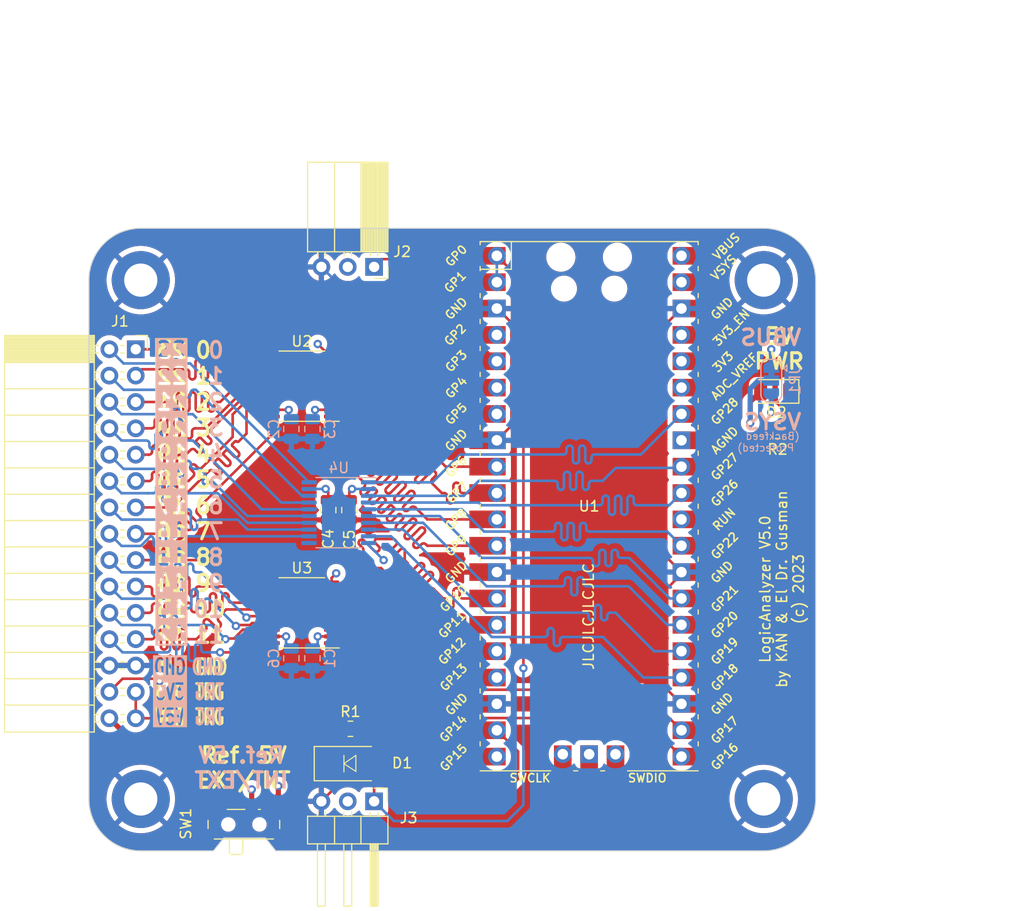
<source format=kicad_pcb>
(kicad_pcb (version 20221018) (generator pcbnew)
  (layers (0 "F.Cu" signal) (1 "In1.Cu" power) (2 "In2.Cu" power) (31 "B.Cu" signal) (34 "B.Paste" user) (35 "F.Paste" user) (36 "B.SilkS" user "B.Silkscreen") (37 "F.SilkS" user "F.Silkscreen") (38 "B.Mask" user) (39 "F.Mask" user) (44 "Edge.Cuts" user))
  (net 0 "")
  (net 1 "/CHAN_0")
  (net 2 "/CHAN_12")
  (net 3 "/CHAN_1")
  (net 4 "/CHAN_13")
  (net 5 "/CHAN_2")
  (net 6 "/CHAN_14")
  (net 7 "/CHAN_3")
  (net 8 "/CHAN_15")
  (net 9 "/CHAN_4")
  (net 10 "/CHAN_16")
  (net 11 "/CHAN_5")
  (net 12 "/CHAN_17")
  (net 13 "/CHAN_6")
  (net 14 "/CHAN_18")
  (net 15 "/CHAN_7")
  (net 16 "/CHAN_19")
  (net 17 "/CHAN_8")
  (net 18 "/CHAN_20")
  (net 19 "/CHAN_9")
  (net 20 "/CHAN_21")
  (net 21 "/CHAN_10")
  (net 22 "/CHAN_22")
  (net 23 "/CHAN_11")
  (net 24 "/CHAN_23")
  (net 25 "GND")
  (net 26 "+3.3V")
  (net 27 "VCCQ")
  (net 28 "Net-(D2-K)")
  (net 29 "VBUS")
  (net 30 "/CHAN_0_OUT")
  (net 31 "/CHAN_23_OUT")
  (net 32 "/CHAN_1_OUT")
  (net 33 "/CHAN_22_OUT")
  (net 34 "/CHAN_2_OUT")
  (net 35 "/CHAN_21_OUT")
  (net 36 "/EXT_T")
  (net 37 "/CHAN_3_OUT")
  (net 38 "/CHAN_20_OUT")
  (net 39 "/EXT_CHAIN")
  (net 40 "/CHAN_4_OUT")
  (net 41 "/CHAN_19_OUT")
  (net 42 "/CHAN_5_OUT")
  (net 43 "/CHAN_18_OUT")
  (net 44 "/CHAN_6_OUT")
  (net 45 "/CHAN_17_OUT")
  (net 46 "/CHAN_7_OUT")
  (net 47 "/CHAN_16_OUT")
  (net 48 "/CHAN_8_OUT")
  (net 49 "/CHAN_15_OUT")
  (net 50 "/CHAN_9_OUT")
  (net 51 "/CHAN_14_OUT")
  (net 52 "/CHAN_10_OUT")
  (net 53 "/CHAN_13_OUT")
  (net 54 "/CHAN_11_OUT")
  (net 55 "/CHAN_12_OUT")
  (net 56 "+5V")
  (net 59 "Net-(JP1-A)")
  (net 60 "Net-(JP1-B)")
  (footprint "Diode_SMD:D_SMA" (layer "F.Cu") (at 85.217 113.593)
    (fp_text reference "D1")
    (fp_text value "LL4148")
  )
  (footprint "Package_SO:TSSOP-20_4.4x6.5mm_P0.65mm" (layer "F.Cu") (at 80.518 77.216 180)
    (fp_text reference "U2")
    (fp_text value "TXB0108PWR")
  )
  (footprint "Capacitor_SMD:C_0805_2012Metric" (layer "F.Cu") (at 83.058 89.154 -90)
    (fp_text reference "C4")
    (fp_text value "C")
  )
  (footprint "Connector_PinSocket_2.54mm:PinSocket_1x03_P2.54mm_Horizontal" (layer "F.Cu") (at 87.475 65.725 -90)
    (fp_text reference "J2")
    (fp_text value "Conn_01x03")
  )
  (footprint "Button_Switch_SMD:SW_SPDT_PCM12" (layer "F.Cu") (at 74.93 119.126)
    (fp_text reference "SW1")
    (fp_text value "SW_SPDT")
  )
  (footprint "Capacitor_SMD:C_0805_2012Metric" (layer "F.Cu") (at 85.09 89.154 90)
    (fp_text reference "C5")
    (fp_text value "C")
  )
  (footprint "MCU_RaspberryPi_and_Boards:RPi_Pico_SMD_TH" (layer "F.Cu") (at 108.185 88.785)
    (fp_text reference "U1")
    (fp_text value "Pico")
  )
  (footprint "Resistor_SMD:R_0805_2012Metric" (layer "F.Cu") (at 126.3415 81.534 180)
    (fp_text reference "R2")
    (fp_text value "330")
  )
  (footprint "MountingHole:MountingHole_3.2mm_M3_DIN965_Pad_TopBottom" (layer "F.Cu") (at 65 67)
    (fp_text reference "H1" hide)
    (fp_text value "MountingHole")
  )
  (footprint "Connector_PinHeader_2.54mm:PinHeader_1x03_P2.54mm_Horizontal" (layer "F.Cu") (at 87.475 117.226 -90)
    (fp_text reference "J3")
    (fp_text value "Conn_01x03" hide)
  )
  (footprint "Resistor_SMD:R_0805_2012Metric" (layer "F.Cu") (at 85.1935 110.236)
    (fp_text reference "R1")
    (fp_text value "100k")
  )
  (footprint "LED_SMD:LED_1206_3216Metric" (layer "F.Cu") (at 126.1 77.724 180)
    (fp_text reference "D2")
    (fp_text value "LED")
  )
  (footprint "Package_SO:TSSOP-20_4.4x6.5mm_P0.65mm" (layer "F.Cu") (at 80.518 99.06 180)
    (fp_text reference "U3" hide)
    (fp_text value "TXB0108PWR")
  )
  (footprint "Connector_PinSocket_2.54mm:PinSocket_2x15_P2.54mm_Horizontal" (layer "F.Cu") (at 64.516 73.66)
    (fp_text reference "J1")
    (fp_text value "Conn_02x15_Odd_Even" hide)
  )
  (footprint "MountingHole:MountingHole_3.2mm_M3_DIN965_Pad_TopBottom" (layer "F.Cu") (at 125 117)
    (fp_text reference "H3" hide)
    (fp_text value "MountingHole")
  )
  (footprint "MountingHole:MountingHole_3.2mm_M3_DIN965_Pad_TopBottom" (layer "F.Cu") (at 125 67)
    (fp_text reference "H2" hide)
    (fp_text value "MountingHole")
  )
  (footprint "MountingHole:MountingHole_3.2mm_M3_DIN965_Pad_TopBottom" (layer "F.Cu") (at 65 117)
    (fp_text reference "H4" hide)
    (fp_text value "MountingHole")
  )
  (footprint "Package_SO:TSSOP-20_4.4x6.5mm_P0.65mm" (layer "B.Cu") (at 84.074 89.408 180)
    (fp_text reference "U4" hide)
    (fp_text value "TXB0108PWR")
  )
  (footprint "Capacitor_SMD:C_0805_2012Metric" (layer "B.Cu") (at 81.534 103.444 90)
    (fp_text reference "C1")
    (fp_text value "C")
  )
  (footprint "Capacitor_SMD:C_0805_2012Metric" (layer "B.Cu") (at 81.534 81.346 90)
    (fp_text reference "C3")
    (fp_text value "C")
  )
  (footprint "Capacitor_SMD:C_0805_2012Metric" (layer "B.Cu") (at 79.502 81.346 -90)
    (fp_text reference "C2")
    (fp_text value "C")
  )
  (footprint "Jumper:SolderJumper-3_P1.3mm_Bridged12_RoundedPad1.0x1.5mm" (layer "B.Cu") (at 125.73 76.678 -90)
    (fp_text reference "JP1")
    (fp_text value "VBus/VSys")
  )
  (footprint "Capacitor_SMD:C_0805_2012Metric" (layer "B.Cu") (at 79.502 103.444 -90)
    (fp_text reference "C6")
    (fp_text value "C")
  )
  (gr_arc (start 125 62) (mid 128.535533 63.464466) (end 130 67) (stroke (width 0.1)) (layer "Edge.Cuts"))
  (gr_arc (start 65 122) (mid 61.464467 120.535534) (end 60 117) (stroke (width 0.1)) (layer "Edge.Cuts"))
  (gr_arc (start 130 117) (mid 128.535534 120.535533) (end 125 122) (stroke (width 0.1)) (layer "Edge.Cuts"))
  (gr_line (start 76.5 120.75) (end 77 120.75) (stroke (width 0.1)) (layer "Edge.Cuts"))
  (gr_line (start 125 122) (end 78 122) (stroke (width 0.1)) (layer "Edge.Cuts"))
  (gr_line (start 65 122) (end 72 122) (stroke (width 0.1)) (layer "Edge.Cuts"))
  (gr_arc (start 60 67) (mid 61.464466 63.464467) (end 65 62) (stroke (width 0.1)) (layer "Edge.Cuts"))
  (gr_line (start 77 120.75) (end 78 122) (stroke (width 0.1)) (layer "Edge.Cuts"))
  (gr_line (start 72 122) (end 73 120.75) (stroke (width 0.1)) (layer "Edge.Cuts"))
  (gr_line (start 130 67) (end 130 117) (stroke (width 0.1)) (layer "Edge.Cuts"))
  (gr_line (start 65 62) (end 125 62) (stroke (width 0.1)) (layer "Edge.Cuts"))
  (gr_line (start 60 117) (end 60 67) (stroke (width 0.1)) (layer "Edge.Cuts"))
  (gr_line (start 73 120.75) (end 76.5 120.75) (stroke (width 0.1)) (layer "Edge.Cuts"))
  (gr_text "23\n22\n21\n20\n19\n18\n17\n16\n15\n14\n13\n12" (at 69.596 102.108) (layer "B.SilkS" knockout) (effects (font (size 1.55 1.5) (thickness 0.3) bold) (justify left bottom mirror)))
  (gr_text "(Backfeed\n Protected)" (at 128.524 83.566) (layer "B.SilkS") (effects (font (size 0.7 0.7) (thickness 0.1)) (justify left bottom mirror)))
  (gr_text "0\n1\n2\n3\n4\n5\n6\n7\n8\n9\n10\n11" (at 73.152 102.108) (layer "B.SilkS") (effects (font (size 1.55 1.5) (thickness 0.3) bold) (justify left bottom mirror)))
  (gr_text "VBUS" (at 128.778 73.406) (layer "B.SilkS") (effects (font (size 1.5 1.5) (thickness 0.3) bold) (justify left bottom mirror)))
  (gr_text "GND\n3V3\nE5V\n" (at 67.818 109.982) (layer "B.SilkS" knockout) (effects (font (size 1.5 1) (thickness 0.25) bold) (justify bottom mirror)))
  (gr_text "VSYS" (at 128.778 81.534) (layer "B.SilkS") (effects (font (size 1.5 1.5) (thickness 0.3) bold) (justify left bottom mirror)))
  (gr_text "Ref. 5V\nINT/EXT" (at 74.676 116.078) (layer "B.SilkS") (effects (font (size 1.5 1.5) (thickness 0.3) bold) (justify bottom mirror)))
  (gr_text "GND\nTRG\nTRG" (at 73.152 109.982) (layer "B.SilkS") (effects (font (size 1.5 1) (thickness 0.25) bold) (justify left bottom mirror)))
  (gr_text "JLCJLCJLCJLC" (at 108.712 104.648 90) (layer "F.SilkS") (effects (font (size 1 1)) (justify left bottom)))
  (gr_text "GND\nTRG\nTRG" (at 70.104 109.982) (layer "F.SilkS") (effects (font (size 1.5 1) (thickness 0.25) bold) (justify left bottom)))
  (gr_text "GND\n3V3\nE5V\n" (at 67.818 109.982) (layer "F.SilkS" knockout) (effects (font (size 1.5 1) (thickness 0.25) bold) (justify bottom)))
  (gr_text "Ref. 5V\nEXT/INT" (at 74.93 116.078) (layer "F.SilkS") (effects (font (size 1.5 1.5) (thickness 0.3) bold) (justify bottom)))
  (gr_text "23\n22\n21\n20\n19\n18\n17\n16\n15\n14\n13\n12" (at 66.294 102.108) (layer "F.SilkS" knockout) (effects (font (size 1.55 1.5) (thickness 0.3) bold) (justify left bottom)))
  (gr_text "LogicAnalyzer V5.0\nby KAN & El Dr. Gusman\n(c) 2023" (at 126.746 96.774 90) (layer "F.SilkS") (effects (font (size 1 1))))
  (gr_text "0\n1\n2\n3\n4\n5\n6\n7\n8\n9\n10\n11" (at 70.104 102.108) (layer "F.SilkS") (effects (font (size 1.55 1.5) (thickness 0.3) bold) (justify left bottom)))
  (gr_text "5V\nPWR" (at 126.492 75.692) (layer "F.SilkS") (effects (font (size 1.5 1.5) (thickness 0.3) bold) (justify bottom)))
  (segment (start 89.55 68.455582) (end 89.55 67.818) (width 0.25) (layer "F.Cu") (net 1))
  (segment (start 92.55 67.180418) (end 92.55 67.818) (width 0.25) (layer "F.Cu") (net 1))
  (segment (start 86.654237 67.818) (end 85.598 67.818) (width 0.25) (layer "F.Cu") (net 1))
  (segment (start 93.75 67.818) (end 93.75 68.455582) (width 0.25) (layer "F.Cu") (net 1))
  (segment (start 85.598 67.818) (end 84.443 68.973) (width 0.25) (layer "F.Cu") (net 1))
  (segment (start 91.95 67.818) (end 91.95 67.180418) (width 0.25) (layer "F.Cu") (net 1))
  (segment (start 96.012 68.326) (end 95.504 67.818) (width 0.25) (layer "F.Cu") (net 1))
  (segment (start 84.443 70.96) (end 84.893 70.96) (width 0.25) (layer "F.Cu") (net 1))
  (segment (start 96.012 70.612) (end 96.012 68.326) (width 0.25) (layer "F.Cu") (net 1))
  (segment (start 84.143 72.76) (end 83.743 72.76) (width 0.25) (layer "F.Cu") (net 1))
  (segment (start 93.75 67.180418) (end 93.75 67.818) (width 0.25) (layer "F.Cu") (net 1))
  (segment (start 90.15 67.180418) (end 90.15 67.818) (width 0.25) (layer "F.Cu") (net 1))
  (segment (start 91.35 67.180418) (end 91.35 67.818) (width 0.25) (layer "F.Cu") (net 1))
  (segment (start 84.069041 74.941) (end 83.3805 74.941) (width 0.25) (layer "F.Cu") (net 1))
  (segment (start 93.15 68.455582) (end 93.15 67.818) (width 0.25) (layer "F.Cu") (net 1))
  (segment (start 84.443 73.66) (end 84.443 74.567041) (width 0.25) (layer "F.Cu") (net 1))
  (segment (start 90.75 67.818) (end 90.75 67.180418) (width 0.25) (layer "F.Cu") (net 1))
  (segment (start 84.143 70.36) (end 83.743 70.36) (width 0.25) (layer "F.Cu") (net 1))
  (segment (start 94.35 68.455582) (end 94.35 68.118) (width 0.25) (layer "F.Cu") (net 1))
  (segment (start 88.95 67.818) (end 88.95 68.455582) (width 0.25) (layer "F.Cu") (net 1))
  (segment (start 83.743 73.36) (end 84.143 73.36) (width 0.25) (layer "F.Cu") (net 1))
  (segment (start 88.35 68.455582) (end 88.35 68.118) (width 0.25) (layer "F.Cu") (net 1))
  (segment (start 84.443 71.56) (end 83.743 71.56) (width 0.25) (layer "F.Cu") (net 1))
  (segment (start 88.95 67.180395) (end 88.95 67.818) (width 0.25) (layer "F.Cu") (net 1))
  (segment (start 92.55 67.818) (end 92.55 68.455582) (width 0.25) (layer "F.Cu") (net 1))
  (segment (start 93.15 67.818) (end 93.15 67.180418) (width 0.25) (layer "F.Cu") (net 1))
  (segment (start 95.504 67.818) (end 95.25 67.818) (width 0.25) (layer "F.Cu") (net 1))
  (segment (start 83.743 72.16) (end 84.443 72.16) (width 0.25) (layer "F.Cu") (net 1))
  (segment (start 84.443 72.16) (end 84.743 72.16) (width 0.25) (layer "F.Cu") (net 1))
  (segment (start 90.75 68.455605) (end 90.75 67.818) (width 0.25) (layer "F.Cu") (net 1))
  (segment (start 89.55 67.818) (end 89.55 67.180395) (width 0.25) (layer "F.Cu") (net 1))
  (segment (start 91.35 67.818) (end 91.35 68.455605) (width 0.25) (layer "F.Cu") (net 1))
  (segment (start 99.295 72.275) (end 97.675 72.275) (width 0.25) (layer "F.Cu") (net 1))
  (segment (start 91.95 68.455582) (end 91.95 67.818) (width 0.25) (layer "F.Cu") (net 1))
  (segment (start 88.05 67.818) (end 86.654237 67.818) (width 0.25) (layer "F.Cu") (net 1))
  (segment (start 90.15 67.818) (end 90.15 68.455582) (width 0.25) (layer "F.Cu") (net 1))
  (segment (start 83.743 70.96) (end 84.443 70.96) (width 0.25) (layer "F.Cu") (net 1))
  (segment (start 94.35 68.118) (end 94.35 67.180418) (width 0.25) (layer "F.Cu") (net 1))
  (segment (start 84.743 72.76) (end 84.143 72.76) (width 0.25) (layer "F.Cu") (net 1))
  (segment (start 84.443 74.567041) (end 84.069041 74.941) (width 0.25) (layer "F.Cu") (net 1))
  (segment (start 84.893 71.56) (end 84.443 71.56) (width 0.25) (layer "F.Cu") (net 1))
  (segment (start 94.95 68.118) (end 94.95 68.455582) (width 0.25) (layer "F.Cu") (net 1))
  (segment (start 84.443 68.973) (end 84.443 70.06) (width 0.25) (layer "F.Cu") (net 1))
  (segment (start 97.675 72.275) (end 96.012 70.612) (width 0.25) (layer "F.Cu") (net 1))
  (arc (start 93.15 67.180418) (mid 93.062132 66.968286) (end 92.85 66.880418) (width 0.25) (layer "F.Cu") (net 1))
  (arc (start 94.65 68.755582) (mid 94.437868 68.667714) (end 94.35 68.455582) (width 0.25) (layer "F.Cu") (net 1))
  (arc (start 95.25 67.818) (mid 95.037868 67.905868) (end 94.95 68.118) (width 0.25) (layer "F.Cu") (net 1))
  (arc (start 91.95 67.180418) (mid 91.862132 66.968286) (end 91.65 66.880418) (width 0.25) (layer "F.Cu") (net 1))
  (arc (start 93.45 68.755582) (mid 93.237868 68.667714) (end 93.15 68.455582) (width 0.25) (layer "F.Cu") (net 1))
  (arc (start 94.95 68.455582) (mid 94.862132 68.667714) (end 94.65 68.755582) (width 0.25) (layer "F.Cu") (net 1))
  (arc (start 91.65 66.880418) (mid 91.437868 66.968286) (end 91.35 67.180418) (width 0.25) (layer "F.Cu") (net 1))
  (arc (start 90.45 66.880418) (mid 90.237868 66.968286) (end 90.15 67.180418) (width 0.25) (layer "F.Cu") (net 1))
  (arc (start 89.25 66.880395) (mid 89.037868 66.968263) (end 88.95 67.180395) (width 0.25) (layer "F.Cu") (net 1))
  (arc (start 83.743 71.56) (mid 83.530868 71.647868) (end 83.443 71.86) (width 0.25) (layer "F.Cu") (net 1))
  (arc (start 93.75 68.455582) (mid 93.662132 68.667714) (end 93.45 68.755582) (width 0.25) (layer "F.Cu") (net 1))
  (arc (start 85.193 71.26) (mid 85.105132 71.472132) (end 84.893 71.56) (width 0.25) (layer "F.Cu") (net 1))
  (arc (start 88.35 68.118) (mid 88.262132 67.905868) (end 88.05 67.818) (width 0.25) (layer "F.Cu") (net 1))
  (arc (start 88.95 68.455582) (mid 88.862132 68.667714) (end 88.65 68.755582) (width 0.25) (layer "F.Cu") (net 1))
  (arc (start 91.05 68.755605) (mid 90.837868 68.667737) (end 90.75 68.455605) (width 0.25) (layer "F.Cu") (net 1))
  (arc (start 91.35 68.455605) (mid 91.262132 68.667737) (end 91.05 68.755605) (width 0.25) (layer "F.Cu") (net 1))
  (arc (start 83.743 72.76) (mid 83.530868 72.847868) (end 83.443 73.06) (width 0.25) (layer "F.Cu") (net 1))
  (arc (start 92.55 68.455582) (mid 92.462132 68.667714) (end 92.25 68.755582) (width 0.25) (layer "F.Cu") (net 1))
  (arc (start 83.443 71.86) (mid 83.530868 72.072132) (end 83.743 72.16) (width 0.25) (layer "F.Cu") (net 1))
  (arc (start 83.443 73.06) (mid 83.530868 73.272132) (end 83.743 73.36) (width 0.25) (layer "F.Cu") (net 1))
  (arc (start 84.743 72.16) (mid 84.955132 72.247868) (end 85.043 72.46) (width 0.25) (layer "F.Cu") (net 1))
  (arc (start 89.85 68.755582) (mid 89.637868 68.667714) (end 89.55 68.455582) (width 0.25) (layer "F.Cu") (net 1))
  (arc (start 92.85 66.880418) (mid 92.637868 66.968286) (end 92.55 67.180418) (width 0.25) (layer "F.Cu") (net 1))
  (arc (start 88.65 68.755582) (mid 88.437868 68.667714) (end 88.35 68.455582) (width 0.25) (layer "F.Cu") (net 1))
  (arc (start 90.75 67.180418) (mid 90.662132 66.968286) (end 90.45 66.880418) (width 0.25) (layer "F.Cu") (net 1))
  (arc (start 83.443 70.66) (mid 83.530868 70.872132) (end 83.743 70.96) (width 0.25) (layer "F.Cu") (net 1))
  (arc (start 94.05 66.880418) (mid 93.837868 66.968286) (end 93.75 67.180418) (width 0.25) (layer "F.Cu") (net 1))
  (arc (start 84.143 73.36) (mid 84.355132 73.447868) (end 84.443 73.66) (width 0.25) (layer "F.Cu") (net 1))
  (arc (start 83.743 70.36) (mid 83.530868 70.447868) (end 83.443 70.66) (width 0.25) (layer "F.Cu") (net 1))
  (arc (start 84.893 70.96) (mid 85.105132 71.047868) (end 85.193 71.26) (width 0.25) (layer "F.Cu") (net 1))
  (arc (start 92.25 68.755582) (mid 92.037868 68.667714) (end 91.95 68.455582) (width 0.25) (layer "F.Cu") (net 1))
  (arc (start 90.15 68.455582) (mid 90.062132 68.667714) (end 89.85 68.755582) (width 0.25) (layer "F.Cu") (net 1))
  (arc (start 94.35 67.180418) (mid 94.262132 66.968286) (end 94.05 66.880418) (width 0.25) (layer "F.Cu") (net 1))
  (arc (start 84.443 70.06) (mid 84.355132 70.272132) (end 84.143 70.36) (width 0.25) (layer "F.Cu") (net 1))
  (arc (start 85.043 72.46) (mid 84.955132 72.672132) (end 84.743 72.76) (width 0.25) (layer "F.Cu") (net 1))
  (arc (start 89.55 67.180395) (mid 89.462132 66.968263) (end 89.25 66.880395) (width 0.25) (layer "F.Cu") (net 1))
  (segment (start 91.458402 115.208265) (end 91.903334 114.763334) (width 0.25) (layer "F.Cu") (net 2))
  (segment (start 100.33 116.078) (end 93.218 116.078) (width 0.25) (layer "F.Cu") (net 2))
  (segment (start 92.327602 115.187602) (end 91.882669 115.632532) (width 0.25) (layer "F.Cu") (net 2))
  (segment (start 90.418405 113.278405) (end 89.88475 112.74475) (width 0.25) (layer "F.Cu") (net 2))
  (segment (start 91.499721 113.045618) (end 91.49972 113.045617) (width 0.25) (layer "F.Cu") (net 2))
  (segment (start 89.88475 109.18875) (end 83.3805 102.6845) (width 0.25) (layer "F.Cu") (net 2))
  (segment (start 92.327601 115.1876) (end 92.327602 115.187602) (width 0.25) (layer "F.Cu") (net 2))
  (segment (start 89.88475 112.74475) (end 89.88475 109.18875) (width 0.25) (layer "F.Cu") (net 2))
  (segment (start 91.924 113.894137) (end 91.479068 114.339068) (width 0.25) (layer "F.Cu") (net 2))
  (segment (start 92.964 115.399735) (end 93.196752 115.166982) (width 0.25) (layer "F.Cu") (net 2))
  (segment (start 90.609869 114.359732) (end 91.054801 113.914801) (width 0.25) (layer "F.Cu") (net 2))
  (segment (start 83.3805 102.6845) (end 83.3805 101.985) (width 0.25) (layer "F.Cu") (net 2))
  (segment (start 90.418404 113.278404) (end 90.418405 113.278405) (width 0.25) (layer "F.Cu") (net 2))
  (segment (start 91.479068 114.339068) (end 91.034136 114.783999) (width 0.25) (layer "F.Cu") (net 2))
  (segment (start 92.772486 114.742716) (end 92.539733 114.975468) (width 0.25) (layer "F.Cu") (net 2))
  (segment (start 91.054801 113.914801) (end 91.499721 113.469882) (width 0.25) (layer "F.Cu") (net 2))
  (segment (start 93.218 116.078) (end 92.964 115.824) (width 0.25) (layer "F.Cu") (net 2))
  (segment (start 92.348266 113.894139) (end 92.348264 113.894137) (width 0.25) (layer "F.Cu") (net 2))
  (segment (start 92.963999 115.399735) (end 92.964 115.399735) (width 0.25) (layer "F.Cu") (net 2))
  (segment (start 99.295 110.375) (end 101.346 112.426) (width 0.25) (layer "F.Cu") (net 2))
  (segment (start 93.196752 114.742718) (end 93.19675 114.742716) (width 0.25) (layer "F.Cu") (net 2))
  (segment (start 101.346 115.062) (end 100.33 116.078) (width 0.25) (layer "F.Cu") (net 2))
  (segment (start 101.346 112.426) (end 101.346 115.062) (width 0.25) (layer "F.Cu") (net 2))
  (segment (start 91.458405 115.632532) (end 91.458402 115.632529) (width 0.25) (layer "F.Cu") (net 2))
  (segment (start 90.609872 114.783999) (end 90.609869 114.783996) (width 0.25) (layer "F.Cu") (net 2))
  (segment (start 91.075456 113.045617) (end 90.842668 113.278404) (width 0.25) (layer "F.Cu") (net 2))
  (segment (start 91.903334 114.763334) (end 92.348266 114.318403) (width 0.25) (layer "F.Cu") (net 2))
  (segment (start 92.539733 114.975468) (end 92.327601 115.1876) (width 0.25) (layer "F.Cu") (net 2))
  (arc (start 91.882669 115.632532) (mid 91.670537 115.7204) (end 91.458405 115.632532) (width 0.25) (layer "F.Cu") (net 2))
  (arc (start 92.348266 114.318403) (mid 92.436134 114.106271) (end 92.348266 113.894139) (width 0.25) (layer "F.Cu") (net 2))
  (arc (start 91.034136 114.783999) (mid 90.822004 114.871867) (end 90.609872 114.783999) (width 0.25) (layer "F.Cu") (net 2))
  (arc (start 91.49972 113.045617) (mid 91.287588 112.957749) (end 91.075456 113.045617) (width 0.25) (layer "F.Cu") (net 2))
  (arc (start 93.19675 114.742716) (mid 92.984618 114.654848) (end 92.772486 114.742716) (width 0.25) (layer "F.Cu") (net 2))
  (arc (start 92.348264 113.894137) (mid 92.136132 113.806269) (end 91.924 113.894137) (width 0.25) (layer "F.Cu") (net 2))
  (arc (start 90.842668 113.278404) (mid 90.630536 113.366272) (end 90.418404 113.278404) (width 0.25) (layer "F.Cu") (net 2))
  (arc (start 92.964 115.824) (mid 92.876131 115.611868) (end 92.963999 115.399735) (width 0.25) (layer "F.Cu") (net 2))
  (arc (start 91.458402 115.632529) (mid 91.370534 115.420397) (end 91.458402 115.208265) (width 0.25) (layer "F.Cu") (net 2))
  (arc (start 93.196752 115.166982) (mid 93.28462 114.95485) (end 93.196752 114.742718) (width 0.25) (layer "F.Cu") (net 2))
  (arc (start 90.609869 114.783996) (mid 90.522001 114.571864) (end 90.609869 114.359732) (width 0.25) (layer "F.Cu") (net 2))
  (arc (start 91.499721 113.469882) (mid 91.587589 113.25775) (end 91.499721 113.045618) (width 0.25) (layer "F.Cu") (net 2))
  (segment (start 95.121602 73.277602) (end 95.614407 72.784796) (width 0.25) (layer "F.Cu") (net 3))
  (segment (start 94.341575 71.51203) (end 93.848802 72.004802) (width 0.25) (layer "F.Cu") (net 3))
  (segment (start 92.788138 70.944138) (end 92.788139 70.944139) (width 0.25) (layer "F.Cu") (net 3))
  (segment (start 87.952 70.358) (end 86.868 70.358) (width 0.25) (layer "F.Cu") (net 3))
  (segment (start 89.452 71.054886) (end 89.452 70.358) (width 0.25) (layer "F.Cu") (net 3))
  (segment (start 90.652 71.054886) (end 90.652 70.658) (width 0.25) (layer "F.Cu") (net 3))
  (segment (start 95.121599 73.2776) (end 95.121602 73.277602) (width 0.25) (layer "F.Cu") (net 3))
  (segment (start 94.62882 73.770382) (end 94.909467 73.489732) (width 0.25) (layer "F.Cu") (net 3))
  (segment (start 95.190141 72.36053) (end 94.697335 72.853335) (width 0.25) (layer "F.Cu") (net 3))
  (segment (start 85.54 71.686) (end 85.54 74.226) (width 0.25) (layer "F.Cu") (net 3))
  (segment (start 92.931729 72.07334) (end 93.424535 71.580535) (width 0.25) (layer "F.Cu") (net 3))
  (segment (start 95.333734 73.913999) (end 95.053086 74.194648) (width 0.25) (layer "F.Cu") (net 3))
  (segment (start 88.852 69.661091) (end 88.852 70.358) (width 0.25) (layer "F.Cu") (net 3))
  (segment (start 92.202 70.358) (end 91.552 70.358) (width 0.25) (layer "F.Cu") (net 3))
  (segment (start 93.78029 73.346115) (end 93.780287 73.346112) (width 0.25) (layer "F.Cu") (net 3))
  (segment (start 94.628822 74.194648) (end 94.62882 74.194646) (width 0.25) (layer "F.Cu") (net 3))
  (segment (start 90.652 70.658) (end 90.652 69.661091) (width 0.25) (layer "F.Cu") (net 3))
  (segment (start 93.848802 72.004802) (end 93.355996 72.497607) (width 0.25) (layer "F.Cu") (net 3))
  (segment (start 94.697335 72.853335) (end 94.204554 73.346115) (width 0.25) (layer "F.Cu") (net 3))
  (segment (start 95.333735 73.913999) (end 95.333734 73.913999) (width 0.25) (layer "F.Cu") (net 3))
  (segment (start 90.052 69.661091) (end 90.052 70.358) (width 0.25) (layer "F.Cu") (net 3))
  (segment (start 89.452 70.358) (end 89.452 69.661091) (width 0.25) (layer "F.Cu") (net 3))
  (segment (start 93.424535 71.580535) (end 93.917308 71.087763) (width 0.25) (layer "F.Cu") (net 3))
  (segment (start 84.175 75.591) (end 83.3805 75.591) (width 0.25) (layer "F.Cu") (net 3))
  (segment (start 86.868 70.358) (end 85.54 71.686) (width 0.25) (layer "F.Cu") (net 3))
  (segment (start 93.917308 70.663499) (end 93.917307 70.663498) (width 0.25) (layer "F.Cu") (net 3))
  (segment (start 94.909467 73.489732) (end 95.121599 73.2776) (width 0.25) (layer "F.Cu") (net 3))
  (segment (start 88.852 70.358) (end 88.852 71.054886) (width 0.25) (layer "F.Cu") (net 3))
  (segment (start 88.252 71.054886) (end 88.252 70.658) (width 0.25) (layer "F.Cu") (net 3))
  (segment (start 95.614407 72.360532) (end 95.614405 72.36053) (width 0.25) (layer "F.Cu") (net 3))
  (segment (start 98.394 73.914) (end 95.758 73.914) (width 0.25) (layer "F.Cu") (net 3))
  (segment (start 90.052 70.358) (end 90.052 71.054886) (width 0.25) (layer "F.Cu") (net 3))
  (segment (start 91.252 70.658) (end 91.252 71.054886) (width 0.25) (layer "F.Cu") (net 3))
  (segment (start 94.765841 71.512032) (end 94.765839 71.51203) (width 0.25) (layer "F.Cu") (net 3))
  (segment (start 94.273068 72.429068) (end 94.765841 71.936296) (width 0.25) (layer "F.Cu") (net 3))
  (segment (start 92.931732 72.497607) (end 92.931729 72.497604) (width 0.25) (layer "F.Cu") (net 3))
  (segment (start 93.493043 70.663498) (end 93.212402 70.944138) (width 0.25) (layer "F.Cu") (net 3))
  (segment (start 85.54 74.226) (end 84.175 75.591) (width 0.25) (layer "F.Cu") (net 3))
  (segment (start 99.295 74.815) (end 98.394 73.914) (width 0.25) (layer "F.Cu") (net 3))
  (segment (start 93.780287 72.921848) (end 94.273068 72.429068) (width 0.25) (layer "F.Cu") (net 3))
  (segment (start 92.788139 70.944139) (end 92.202 70.358) (width 0.25) (layer "F.Cu") (net 3))
  (arc (start 95.758 73.914) (mid 95.545867 73.82613) (end 95.333735 73.913999) (width 0.25) (layer "F.Cu") (net 3))
  (arc (start 93.355996 72.497607) (mid 93.143864 72.585475) (end 92.931732 72.497607) (width 0.25) (layer "F.Cu") (net 3))
  (arc (start 94.765841 71.936296) (mid 94.853709 71.724164) (end 94.765841 71.512032) (width 0.25) (layer "F.Cu") (net 3))
  (arc (start 93.917307 70.663498) (mid 93.705175 70.57563) (end 93.493043 70.663498) (width 0.25) (layer "F.Cu") (net 3))
  (arc (start 91.552 70.358) (mid 91.339868 70.445868) (end 91.252 70.658) (width 0.25) (layer "F.Cu") (net 3))
  (arc (start 93.212402 70.944138) (mid 93.00027 71.032006) (end 92.788138 70.944138) (width 0.25) (layer "F.Cu") (net 3))
  (arc (start 88.252 70.658) (mid 88.164132 70.445868) (end 87.952 70.358) (width 0.25) (layer "F.Cu") (net 3))
  (arc (start 90.952 71.354886) (mid 90.739868 71.267018) (end 90.652 71.054886) (width 0.25) (layer "F.Cu") (net 3))
  (arc (start 94.204554 73.346115) (mid 93.992422 73.433983) (end 93.78029 73.346115) (width 0.25) (layer "F.Cu") (net 3))
  (arc (start 94.62882 74.194646) (mid 94.540952 73.982514) (end 94.62882 73.770382) (width 0.25) (layer "F.Cu") (net 3))
  (arc (start 93.917308 71.087763) (mid 94.005176 70.875631) (end 93.917308 70.663499) (width 0.25) (layer "F.Cu") (net 3))
  (arc (start 92.931729 72.497604) (mid 92.843861 72.285472) (end 92.931729 72.07334) (width 0.25) (layer "F.Cu") (net 3))
  (arc (start 89.152 69.361091) (mid 88.939868 69.448959) (end 88.852 69.661091) (width 0.25) (layer "F.Cu") (net 3))
  (arc (start 93.780287 73.346112) (mid 93.692419 73.13398) (end 93.780287 72.921848) (width 0.25) (layer "F.Cu") (net 3))
  (arc (start 95.614407 72.784796) (mid 95.702275 72.572664) (end 95.614407 72.360532) (width 0.25) (layer "F.Cu") (net 3))
  (arc (start 88.552 71.354886) (mid 88.339868 71.267018) (end 88.252 71.054886) (width 0.25) (layer "F.Cu") (net 3))
  (arc (start 90.052 71.054886) (mid 89.964132 71.267018) (end 89.752 71.354886) (width 0.25) (layer "F.Cu") (net 3))
  (arc (start 95.614405 72.36053) (mid 95.402273 72.272662) (end 95.190141 72.36053) (width 0.25) (layer "F.Cu") (net 3))
  (arc (start 94.765839 71.51203) (mid 94.553707 71.424162) (end 94.341575 71.51203) (width 0.25) (layer "F.Cu") (net 3))
  (arc (start 88.852 71.054886) (mid 88.764132 71.267018) (end 88.552 71.354886) (width 0.25) (layer "F.Cu") (net 3))
  (arc (start 89.452 69.661091) (mid 89.364132 69.448959) (end 89.152 69.361091) (width 0.25) (layer "F.Cu") (net 3))
  (arc (start 90.652 69.661091) (mid 90.564132 69.448959) (end 90.352 69.361091) (width 0.25) (layer "F.Cu") (net 3))
  (arc (start 90.352 69.361091) (mid 90.139868 69.448959) (end 90.052 69.661091) (width 0.25) (layer "F.Cu") (net 3))
  (arc (start 91.252 71.054886) (mid 91.164132 71.267018) (end 90.952 71.354886) (width 0.25) (layer "F.Cu") (net 3))
  (arc (start 89.752 71.354886) (mid 89.539868 71.267018) (end 89.452 71.054886) (width 0.25) (layer "F.Cu") (net 3))
  (arc (start 95.053086 74.194648) (mid 94.840954 74.282516) (end 94.628822 74.194648) (width 0.25) (layer "F.Cu") (net 3))
  (segment (start 90.049301 108.242568) (end 90.049302 108.24257) (width 0.25) (layer "F.Cu") (net 4))
  (segment (start 94.136383 110.51949) (end 94.136381 110.519488) (width 0.25) (layer "F.Cu") (net 4))
  (segment (start 92.088904 109.325297) (end 91.936441 109.172834) (width 0.25) (layer "F.Cu") (net 4))
  (segment (start 92.315187 111.067882) (end 92.801535 110.581535) (width 0.25) (layer "F.Cu") (net 4))
  (segment (start 94.074335 111.854335) (end 93.588012 112.340657) (width 0.25) (layer "F.Cu") (net 4))
  (segment (start 91.240414 108.476637) (end 91.088036 108.324259) (width 0.25) (layer "F.Cu") (net 4))
  (segment (start 89.967589 107.475752) (end 89.83167 107.61167) (width 0.25) (layer "F.Cu") (net 4))
  (segment (start 91.664638 109.172834) (end 91.528736 109.308735) (width 0.25) (layer "F.Cu") (net 4))
  (segment (start 92.757525 109.777014) (end 92.377269 110.157269) (width 0.25) (layer "F.Cu") (net 4))
  (segment (start 93.163748 112.340657) (end 93.163745 112.340654) (width 0.25) (layer "F.Cu") (net 4))
  (segment (start 89.543305 106.779698) (end 89.390842 106.627235) (width 0.25) (layer "F.Cu") (net 4))
  (segment (start 91.104469 108.884469) (end 91.240414 108.748525) (width 0.25) (layer "F.Cu") (net 4))
  (segment (start 90.816148 108.324259) (end 90.680203 108.460203) (width 0.25) (layer "F.Cu") (net 4))
  (segment (start 94.286467 112.490732) (end 94.498599 112.2786) (width 0.25) (layer "F.Cu") (net 4))
  (segment (start 93.181791 109.777016) (end 93.181789 109.777014) (width 0.25) (layer "F.Cu") (net 4))
  (segment (start 92.377269 110.157269) (end 91.890921 110.643616) (width 0.25) (layer "F.Cu") (net 4))
  (segment (start 89.200769 107.394037) (end 89.407401 107.187402) (width 0.25) (layer "F.Cu") (net 4))
  (segment (start 94.560667 111.368004) (end 94.074335 111.854335) (width 0.25) (layer "F.Cu") (net 4))
  (segment (start 90.680203 108.460203) (end 90.473569 108.666836) (width 0.25) (layer "F.Cu") (net 4))
  (segment (start 93.650068 111.430068) (end 94.136383 110.943754) (width 0.25) (layer "F.Cu") (net 4))
  (segment (start 88.983137 106.763136) (end 88.983138 106.763138) (width 0.25) (layer "F.Cu") (net 4))
  (segment (start 88.353101 106.133099) (end 88.3531 106.133099) (width 0.25) (layer "F.Cu") (net 4))
  (segment (start 89.407404 107.187404) (end 89.543305 107.051502) (width 0.25) (layer "F.Cu") (net 4))
  (segment (start 91.528737 109.308737) (end 91.042413 109.795058) (width 0.25) (layer "F.Cu") (net 4))
  (segment (start 91.528736 109.308735) (end 91.528737 109.308737) (width 0.25) (layer "F.Cu") (net 4))
  (segment (start 90.618149 109.795058) (end 90.618146 109.795055) (width 0.25) (layer "F.Cu") (net 4))
  (segment (start 88.3531 106.133099) (end 84.443 102.223) (width 0.25) (layer "F.Cu") (net 4))
  (segment (start 93.225802 111.005802) (end 92.739454 111.492149) (width 0.25) (layer "F.Cu") (net 4))
  (segment (start 93.712117 110.519488) (end 93.225802 111.005802) (width 0.25) (layer "F.Cu") (net 4))
  (segment (start 84.443 101.058959) (end 84.069041 100.685) (width 0.25) (layer "F.Cu") (net 4))
  (segment (start 89.407401 107.187402) (end 89.407404 107.187404) (width 0.25) (layer "F.Cu") (net 4))
  (segment (start 94.710735 112.914999) (end 94.710734 112.914999) (width 0.25) (layer "F.Cu") (net 4))
  (segment (start 94.710734 112.914999) (end 94.436519 113.189215) (width 0.25) (layer "F.Cu") (net 4))
  (segment (start 84.069041 100.685) (end 83.3805 100.685) (width 0.25) (layer "F.Cu") (net 4))
  (segment (start 88.36582 106.968909) (end 88.3531 106.956189) (width 0.25) (layer "F.Cu") (net 4))
  (segment (start 91.953002 109.733002) (end 92.088904 109.597101) (width 0.25) (layer "F.Cu") (net 4))
  (segment (start 94.012253 112.764949) (end 94.286467 112.490732) (width 0.25) (layer "F.Cu") (net 4))
  (segment (start 89.543306 106.779699) (end 89.543305 106.779698) (width 0.25) (layer "F.Cu") (net 4))
  (segment (start 89.119039 106.627235) (end 88.983137 106.763136) (width 0.25) (layer "F.Cu") (net 4))
  (segment (start 90.049302 108.24257) (end 90.255934 108.035935) (width 0.25) (layer "F.Cu") (net 4))
  (segment (start 94.498602 112.278602) (end 94.984933 111.79227) (width 0.25) (layer "F.Cu") (net 4))
  (segment (start 91.466657 110.643616) (end 91.466654 110.643613) (width 0.25) (layer "F.Cu") (net 4))
  (segment (start 88.983138 106.763138) (end 88.777364 106.968909) (width 0.25) (layer "F.Cu") (net 4))
  (segment (start 89.21177 107.818303) (end 89.200768 107.807301) (width 0.25) (layer "F.Cu") (net 4))
  (segment (start 92.31519 111.492149) (end 92.315187 111.492146) (width 0.25) (layer "F.Cu") (net 4))
  (segment (start 84.443 102.223) (end 84.443 101.058959) (width 0.25) (layer "F.Cu") (net 4))
  (segment (start 94.984933 111.368006) (end 94.984931 111.368004) (width 0.25) (layer "F.Cu") (net 4))
  (segment (start 89.200768 107.394035) (end 89.200769 107.394037) (width 0.25) (layer "F.Cu") (net 4))
  (segment (start 94.498599 112.2786) (end 94.498602 112.278602) (width 0.25) (layer "F.Cu") (net 4))
  (segment (start 92.801535 110.581535) (end 93.181791 110.20128) (width 0.25) (layer "F.Cu") (net 4))
  (segment (start 91.466654 110.219349) (end 91.953002 109.733002) (width 0.25) (layer "F.Cu") (net 4))
  (segment (start 90.060303 108.666836) (end 90.049301 108.655834) (width 0.25) (layer "F.Cu") (net 4))
  (segment (start 99.295 112.915) (end 95.135 112.915) (width 0.25) (layer "F.Cu") (net 4))
  (segment (start 90.391855 107.628182) (end 90.239425 107.475752) (width 0.25) (layer "F.Cu") (net 4))
  (segment (start 89.119039 106.627236) (end 89.119039 106.627235) (width 0.25) (layer "F.Cu") (net 4))
  (segment (start 90.255937 108.035937) (end 90.391855 107.900018) (width 0.25) (layer "F.Cu") (net 4))
  (segment (start 90.255934 108.035935) (end 90.255937 108.035937) (width 0.25) (layer "F.Cu") (net 4))
  (segment (start 91.664638 109.172835) (end 91.664638 109.172834) (width 0.25) (layer "F.Cu") (net 4))
  (segment (start 92.088905 109.325298) (end 92.088904 109.325297) (width 0.25) (layer "F.Cu") (net 4))
  (segment (start 94.012255 113.189215) (end 94.012253 113.189213) (width 0.25) (layer "F.Cu") (net 4))
  (segment (start 89.83167 107.61167) (end 89.625036 107.818303) (width 0.25) (layer "F.Cu") (net 4))
  (segment (start 88.3531 106.544645) (end 88.353101 106.544645) (width 0.25) (layer "F.Cu") (net 4))
  (segment (start 90.618146 109.370791) (end 91.104469 108.884469) (width 0.25) (layer "F.Cu") (net 4))
  (segment (start 93.163745 111.91639) (end 93.650068 111.430068) (width 0.25) (layer "F.Cu") (net 4))
  (arc (start 94.136383 110.943754) (mid 94.224251 110.731622) (end 94.136383 110.51949) (width 0.25) (layer "F.Cu") (net 4))
  (arc (start 91.890921 110.643616) (mid 91.678789 110.731484) (end 91.466657 110.643616) (width 0.25) (layer "F.Cu") (net 4))
  (arc (start 90.239425 107.475752) (mid 90.103507 107.419453) (end 89.967589 107.475752) (width 0.25) (layer "F.Cu") (net 4))
  (arc (start 94.436519 113.189215) (mid 94.224387 113.277083) (end 94.012255 113.189215) (width 0.25) (layer "F.Cu") (net 4))
  (arc (start 93.181791 110.20128) (mid 93.269659 109.989148) (end 93.181791 109.777016) (width 0.25) (layer "F.Cu") (net 4))
  (arc (start 90.049301 108.655834) (mid 89.963712 108.449202) (end 90.049301 108.242568) (width 0.25) (layer "F.Cu") (net 4))
  (arc (start 88.353101 106.544645) (mid 88.438334 106.338871) (end 88.353101 106.133099) (width 0.25) (layer "F.Cu") (net 4))
  (arc (start 90.618146 109.795055) (mid 90.530278 109.582923) (end 90.618146 109.370791) (width 0.25) (layer "F.Cu") (net 4))
  (arc (start 91.466654 110.643613) (mid 91.378786 110.431481) (end 91.466654 110.219349) (width 0.25) (layer "F.Cu") (net 4))
  (arc (start 91.936441 109.172834) (mid 91.800539 109.116542) (end 91.664638 109.172835) (width 0.25) (layer "F.Cu") (net 4))
  (arc (start 92.739454 111.492149) (mid 92.527322 111.580017) (end 92.31519 111.492149) (width 0.25) (layer "F.Cu") (net 4))
  (arc (start 89.543305 107.051502) (mid 89.599598 106.915601) (end 89.543306 106.779699) (width 0.25) (layer "F.Cu") (net 4))
  (arc (start 89.200768 107.807301) (mid 89.115179 107.600669) (end 89.200768 107.394035) (width 0.25) (layer "F.Cu") (net 4))
  (arc (start 93.163745 112.340654) (mid 93.075877 112.128522) (end 93.163745 111.91639) (width 0.25) (layer "F.Cu") (net 4))
  (arc (start 94.136381 110.519488) (mid 93.924249 110.43162) (end 93.712117 110.519488) (width 0.25) (layer "F.Cu") (net 4))
  (arc (start 91.088036 108.324259) (mid 90.952092 108.267949) (end 90.816148 108.324259) (width 0.25) (layer "F.Cu") (net 4))
  (arc (start 93.181789 109.777014) (mid 92.969657 109.689146) (end 92.757525 109.777014) (width 0.25) (layer "F.Cu") (net 4))
  (arc (start 91.042413 109.795058) (mid 90.830281 109.882926) (end 90.618149 109.795058) (width 0.25) (layer "F.Cu") (net 4))
  (arc (start 94.984933 111.79227) (mid 95.072801 111.580138) (end 94.984933 111.368006) (width 0.25) (layer "F.Cu") (net 4))
  (arc (start 88.777364 106.968909) (mid 88.571592 107.054143) (end 88.36582 106.968909) (width 0.25) (layer "F.Cu") (net 4))
  (arc (start 90.391855 107.900018) (mid 90.448154 107.7641) (end 90.391855 107.628182) (width 0.25) (layer "F.Cu") (net 4))
  (arc (start 94.984931 111.368004) (mid 94.772799 111.280136) (end 94.560667 111.368004) (width 0.25) (layer "F.Cu") (net 4))
  (arc (start 92.315187 111.492146) (mid 92.227319 111.280014) (end 92.315187 111.067882) (width 0.25) (layer "F.Cu") (net 4))
  (arc (start 88.3531 106.956189) (mid 88.267866 106.750417) (end 88.3531 106.544645) (width 0.25) (layer "F.Cu") (net 4))
  (arc (start 89.625036 107.818303) (mid 89.418404 107.903894) (end 89.21177 107.818303) (width 0.25) (layer "F.Cu") (net 4))
  (arc (start 89.390842 106.627235) (mid 89.25494 106.570943) (end 89.119039 106.627236) (width 0.25) (layer "F.Cu") (net 4))
  (arc (start 94.012253 113.189213) (mid 93.924385 112.977081) (end 94.012253 112.764949) (width 0.25) (layer "F.Cu") (net 4))
  (arc (start 91.240414 108.748525) (mid 91.296724 108.612581) (end 91.240414 108.476637) (width 0.25) (layer "F.Cu") (net 4))
  (arc (start 92.088904 109.597101) (mid 92.145197 109.4612) (end 92.088905 109.325298) (width 0.25) (layer "F.Cu") (net 4))
  (arc (start 93.588012 112.340657) (mid 93.37588 112.428525) (end 93.163748 112.340657) (width 0.25) (layer "F.Cu") (net 4))
  (arc (start 90.473569 108.666836) (mid 90.266937 108.752427) (end 90.060303 108.666836) (width 0.25) (layer "F.Cu") (net 4))
  (arc (start 95.135 112.915) (mid 94.922867 112.82713) (end 94.710735 112.914999) (width 0.25) (layer "F.Cu") (net 4))
  (segment (start 92.349416 74.938857) (end 92.349413 74.938854) (width 0.25) (layer "F.Cu") (net 5))
  (segment (start 85.612883 75.423118) (end 84.795 76.241) (width 0.25) (layer "F.Cu") (net 5))
  (segment (start 94.647522 77.731948) (end 94.64752 77.731946) (width 0.25) (layer "F.Cu") (net 5))
  (segment (start 86.151802 74.168) (end 86.070231 74.24957) (width 0.25) (layer "F.Cu") (net 5))
  (segment (start 99.295 77.355) (end 99.18 77.47) (width 0.25) (layer "F.Cu") (net 5))
  (segment (start 93.000269 74.712269) (end 92.77368 74.938857) (width 0.25) (layer "F.Cu") (net 5))
  (segment (start 92.349413 74.51459) (end 92.576002 74.288002) (width 0.25) (layer "F.Cu") (net 5))
  (segment (start 94.697335 76.409335) (end 94.22326 76.883409) (width 0.25) (layer "F.Cu") (net 5))
  (segment (start 86.5099 74.168) (end 86.509901 74.168) (width 0.25) (layer "F.Cu") (net 5))
  (segment (start 94.273068 75.985068) (end 94.747148 75.510989) (width 0.25) (layer "F.Cu") (net 5))
  (segment (start 95.121602 76.833602) (end 95.595697 76.359506) (width 0.25) (layer "F.Cu") (net 5))
  (segment (start 94.747148 75.086725) (end 94.747146 75.086723) (width 0.25) (layer "F.Cu") (net 5))
  (segment (start 90.404827 73.489314) (end 90.404826 73.489313) (width 0.25) (layer "F.Cu") (net 5))
  (segment (start 88.874 72.806449) (end 88.874 72.436) (width 0.25) (layer "F.Cu") (net 5))
  (segment (start 93.225704 75.335366) (end 93.225703 75.335366) (width 0.25) (layer "F.Cu") (net 5))
  (segment (start 95.121599 76.8336) (end 95.121602 76.833602) (width 0.25) (layer "F.Cu") (net 5))
  (segment (start 92.201548 72.541125) (end 92.201549 72.541126) (width 0.25) (layer "F.Cu") (net 5))
  (segment (start 86.070231 74.607669) (end 86.581973 75.119411) (width 0.25) (layer "F.Cu") (net 5))
  (segment (start 90.666806 72.378806) (end 90.666807 72.378807) (width 0.25) (layer "F.Cu") (net 5))
  (segment (start 86.581973 75.543675) (end 86.581971 75.543678) (width 0.25) (layer "F.Cu") (net 5))
  (segment (start 92.151736 73.863736) (end 91.783725 74.231746) (width 0.25) (layer "F.Cu") (net 5))
  (segment (start 94.322882 75.086723) (end 93.848802 75.560802) (width 0.25) (layer "F.Cu") (net 5))
  (segment (start 92.201549 72.541126) (end 92.201547 72.541124) (width 0.25) (layer "F.Cu") (net 5))
  (segment (start 93.050098 73.389643) (end 93.050096 73.389641) (width 0.25) (layer "F.Cu") (net 5))
  (segment (start 95.333734 77.469999) (end 95.071786 77.731948) (width 0.25) (layer "F.Cu") (net 5))
  (segment (start 86.868 73.406) (end 86.868 74.168) (width 0.25) (layer "F.Cu") (net 5))
  (segment (start 93.25231 75.759634) (end 93.225704 75.733028) (width 0.25) (layer "F.Cu") (net 5))
  (segment (start 94.909467 77.045732) (end 95.121599 76.8336) (width 0.25) (layer "F.Cu") (net 5))
  (segment (start 93.798996 76.883409) (end 93.798993 76.883406) (width 0.25) (layer "F.Cu") (net 5))
  (segment (start 91.359461 74.231746) (end 91.359458 74.231743) (width 0.25) (layer "F.Cu") (net 5))
  (segment (start 99.18 77.47) (end 95.758 77.47) (width 0.25) (layer "F.Cu") (net 5))
  (segment (start 93.225703 75.335366) (end 93.898598 74.662473) (width 0.25) (layer "F.Cu") (net 5))
  (segment (start 88.138 72.136) (end 86.868 73.406) (width 0.25) (layer "F.Cu") (net 5))
  (segment (start 95.595697 75.935242) (end 95.595695 75.93524) (width 0.25) (layer "F.Cu") (net 5))
  (segment (start 95.171431 75.93524) (end 94.697335 76.409335) (width 0.25) (layer "F.Cu") (net 5))
  (segment (start 94.747147 75.086724) (end 94.747148 75.086725) (width 0.25) (layer "F.Cu") (net 5))
  (segment (start 95.333735 77.469999) (end 95.333734 77.469999) (width 0.25) (layer "F.Cu") (net 5))
  (segment (start 86.151802 74.167999) (end 86.151802 74.168) (width 0.25) (layer "F.Cu") (net 5))
  (segment (start 93.848802 75.560802) (end 93.64997 75.759633) (width 0.25) (layer "F.Cu") (net 5))
  (segment (start 85.612884 75.423119) (end 85.612883 75.423118) (width 0.25) (layer "F.Cu") (net 5))
  (segment (start 94.64752 77.307682) (end 94.909467 77.045732) (width 0.25) (layer "F.Cu") (net 5))
  (segment (start 88.574 72.136) (end 88.138 72.136) (width 0.25) (layer "F.Cu") (net 5))
  (segment (start 93.898598 74.238209) (end 93.898596 74.238207) (width 0.25) (layer "F.Cu") (net 5))
  (segment (start 86.157707 75.543678) (end 86.037148 75.423119) (width 0.25) (layer "F.Cu") (net 5))
  (segment (start 89.474 72.436) (end 89.474 72.806449) (width 0.25) (layer "F.Cu") (net 5))
  (segment (start 90.424 72.136) (end 89.774 72.136) (width 0.25) (layer "F.Cu") (net 5))
  (segment (start 90.666807 72.378807) (end 90.424 72.136) (width 0.25) (layer "F.Cu") (net 5))
  (segment (start 86.070231 74.607668) (end 86.070231 74.607669) (width 0.25) (layer "F.Cu") (net 5))
  (segment (start 91.359458 73.807479) (end 91.727469 73.439469) (width 0.25) (layer "F.Cu") (net 5))
  (segment (start 93.798993 76.459142) (end 94.273068 75.985068) (width 0.25) (layer "F.Cu") (net 5))
  (segment (start 93.252308 75.759633) (end 93.25231 75.759634) (width 0.25) (layer "F.Cu") (net 5))
  (segment (start 92.576002 74.288002) (end 93.050098 73.813907) (width 0.25) (layer "F.Cu") (net 5))
  (segment (start 91.727469 73.439469) (end 92.201549 72.96539) (width 0.25) (layer "F.Cu") (net 5))
  (segment (start 91.303203 73.015203) (end 90.829091 73.489314) (width 0.25) (layer "F.Cu") (net 5))
  (segment (start 84.795 76.241) (end 83.3805 76.241) (width 0.25) (layer "F.Cu") (net 5))
  (segment (start 90.404826 73.065049) (end 90.666806 72.80307) (width 0.25) (layer "F.Cu") (net 5))
  (segment (start 92.625832 73.389641) (end 92.151736 73.863736) (width 0.25) (layer "F.Cu") (net 5))
  (segment (start 91.777283 72.541124) (end 91.303203 73.015203) (width 0.25) (layer "F.Cu") (net 5))
  (segment (start 93.474332 74.238207) (end 93.000269 74.712269) (width 0.25) (layer "F.Cu") (net 5))
  (arc (start 93.64997 75.759633) (mid 93.45114 75.841992) (end 93.252308 75.759633) (width 0.25) (layer "F.Cu") (net 5))
  (arc (start 89.774 72.136) (mid 89.561868 72.223868) (end 89.474 72.436) (width 0.25) (layer "F.Cu") (net 5))
  (arc (start 86.581973 75.119411) (mid 86.669841 75.331543) (end 86.581973 75.543675) (width 0.25) (layer "F.Cu") (net 5))
  (arc (start 93.050098 73.813907) (mid 93.137966 73.601775) (end 93.050098 73.389643) (width 0.25) (layer "F.Cu") (net 5))
  (arc (start 92.201549 72.96539) (mid 92.289417 72.753257) (end 92.201548 72.541125) (width 0.25) (layer "F.Cu") (net 5))
  (arc (start 91.783725 74.231746) (mid 91.571593 74.319614) (end 91.359461 74.231746) (width 0.25) (layer "F.Cu") (net 5))
  (arc (start 90.829091 73.489314) (mid 90.616959 73.577182) (end 90.404827 73.489314) (width 0.25) (layer "F.Cu") (net 5))
  (arc (start 89.174 73.106449) (mid 88.961868 73.018581) (end 88.874 72.806449) (width 0.25) (layer "F.Cu") (net 5))
  (arc (start 93.225704 75.733028) (mid 93.143345 75.534196) (end 93.225704 75.335366) (width 0.25) (layer "F.Cu") (net 5))
  (arc (start 95.595697 76.359506) (mid 95.683565 76.147374) (end 95.595697 75.935242) (width 0.25) (layer "F.Cu") (net 5))
  (arc (start 93.898598 74.662473) (mid 93.986466 74.450341) (end 93.898598 74.238209) (width 0.25) (layer "F.Cu") (net 5))
  (arc (start 93.798993 76.883406) (mid 93.711125 76.671274) (end 93.798993 76.459142) (width 0.25) (layer "F.Cu") (net 5))
  (arc (start 92.201547 72.541124) (mid 91.989415 72.453256) (end 91.777283 72.541124) (width 0.25) (layer "F.Cu") (net 5))
  (arc (start 88.874 72.436) (mid 88.786132 72.223868) (end 88.574 72.136) (width 0.25) (layer "F.Cu") (net 5))
  (arc (start 94.64752 77.731946) (mid 94.559652 77.519814) (end 94.64752 77.307682) (width 0.25) (layer "F.Cu") (net 5))
  (arc (start 86.037148 75.423119) (mid 85.825016 75.335251) (end 85.612884 75.423119) (width 0.25) (layer "F.Cu") (net 5))
  (arc (start 95.595695 75.93524) (mid 95.383563 75.847372) (end 95.171431 75.93524) (width 0.25) (layer "F.Cu") (net 5))
  (arc (start 90.666806 72.80307) (mid 90.754674 72.590938) (end 90.666806 72.378806) (width 0.25) (layer "F.Cu") (net 5))
  (arc (start 93.898596 74.238207) (mid 93.686464 74.150339) (end 93.474332 74.238207) (width 0.25) (layer "F.Cu") (net 5))
  (arc (start 86.070231 74.24957) (mid 85.996066 74.428619) (end 86.070231 74.607668) (width 0.25) (layer "F.Cu") (net 5))
  (arc (start 92.77368 74.938857) (mid 92.561548 75.026725) (end 92.349416 74.938857) (width 0.25) (layer "F.Cu") (net 5))
  (arc (start 86.868 74.168) (mid 86.68895 74.242165) (end 86.5099 74.168) (width 0.25) (layer "F.Cu") (net 5))
  (arc (start 90.404826 73.489313) (mid 90.316958 73.277181) (end 90.404826 73.065049) (width 0.25) (layer "F.Cu") (net 5))
  (arc (start 94.747148 75.510989) (mid 94.835016 75.298856) (end 94.747147 75.086724) (width 0.25) (layer "F.Cu") (net 5))
  (arc (start 92.349413 74.938854) (mid 92.261545 74.726722) (end 92.349413 74.51459) (width 0.25) (layer "F.Cu") (net 5))
  (arc (start 95.758 77.47) (mid 95.545867 77.38213) (end 95.333735 77.469999) (width 0.25) (layer "F.Cu") (net 5))
  (arc (start 94.747146 75.086723) (mid 94.535014 74.998855) (end 94.322882 75.086723) (width 0.25) (layer "F.Cu") (net 5))
  (arc (start 91.359458 74.231743) (mid 91.27159 74.019611) (end 91.359458 73.807479) (width 0.25) (layer "F.Cu") (net 5))
  (arc (start 86.509901 74.168) (mid 86.330852 74.093835) (end 86.151802 74.167999) (width 0.25) (layer "F.Cu") (net 5))
  (arc (start 89.474 72.806449) (mid 89.386132 73.018581) (end 89.174 73.106449) (width 0.25) (layer "F.Cu") (net 5))
  (arc (start 95.071786 77.731948) (mid 94.859654 77.819816) (end 94.647522 77.731948) (width 0.25) (layer "F.Cu") (net 5))
  (arc (start 94.22326 76.883409) (mid 94.011128 76.971277) (end 93.798996 76.883409) (width 0.25) (layer "F.Cu") (net 5))
  (arc (start 93.050096 73.389641) (mid 92.837964 73.301773) (end 92.625832 73.389641) (width 0.25) (layer "F.Cu") (net 5))
  (arc (start 86.581971 75.543678) (mid 86.369839 75.631546) (end 86.157707 75.543678) (width 0.25) (layer "F.Cu") (net 5))
  (segment (start 84.893 101.403) (end 92.69 109.2) (width 0.25) (layer "F.Cu") (net 6))
  (segment (start 105.327248 109.2) (end 105.34 109.2) (width 0.25) (layer "F.Cu") (net 6))
  (segment (start 105.34 109.2) (end 113.36 109.2) (width 0.25) (layer "F.Cu") (net 6))
  (segment (start 84.893 100.858959) (end 84.893 101.403) (width 0.25) (layer "F.Cu") (net 6))
  (segment (start 84.069041 100.035) (end 84.893 100.858959) (width 0.25) (layer "F.Cu") (net 6))
  (segment (start 104.433624 108.906376) (end 104.433624 108.906375) (width 0.25) (layer "F.Cu") (net 6))
  (segment (start 92.69 109.2) (end 104.14 109.2) (width 0.25) (layer "F.Cu") (net 6))
  (segment (start 83.3805 100.035) (end 84.069041 100.035) (width 0.25) (layer "F.Cu") (net 6))
  (segment (start 105.033624 108.906375) (end 105.033624 108.906376) (width 0.25) (layer "F.Cu") (net 6))
  (segment (start 113.36 109.2) (end 117.075 112.915) (width 0.25) (layer "F.Cu") (net 6))
  (segment (start 104.727248 108.612751) (end 104.74 108.612751) (width 0.25) (layer "F.Cu") (net 6))
  (arc (start 104.74 108.612751) (mid 104.947624 108.698751) (end 105.033624 108.906375) (width 0.25) (layer "F.Cu") (net 6))
  (arc (start 105.033624 108.906376) (mid 105.119624 109.114) (end 105.327248 109.2) (width 0.25) (layer "F.Cu") (net 6))
  (arc (start 104.14 109.2) (mid 104.347624 109.114) (end 104.433624 108.906376) (width 0.25) (layer "F.Cu") (net 6))
  (arc (start 104.433624 108.906375) (mid 104.519624 108.698751) (end 104.727248 108.612751) (width 0.25) (layer "F.Cu") (net 6))
  (segment (start 91.742 79.756) (end 91.250039 79.756) (width 0.25) (layer "F.Cu") (net 7))
  (segment (start 88.348 75.438) (end 87.554956 75.438) (width 0.25) (layer "F.Cu") (net 7))
  (segment (start 89.848 76.127458) (end 89.848 75.438) (width 0.25) (layer "F.Cu") (net 7))
  (segment (start 92.964 76.2) (end 92.202 75.438) (width 0.25) (layer "F.Cu") (net 7))
  (segment (start 89.248 74.748542) (end 89.248 75.438) (width 0.25) (layer "F.Cu") (net 7))
  (segment (start 91.048 76.12747) (end 91.048 75.738) (width 0.25) (layer "F.Cu") (net 7))
  (segment (start 85.923 76.891) (end 83.3805 76.891) (width 0.25) (layer "F.Cu") (net 7))
  (segment (start 90.678 77.47) (end 92.456 77.47) (width 0.25) (layer "F.Cu") (net 7))
  (segment (start 89.848 75.438) (end 89.848 74.748542) (width 0.25) (layer "F.Cu") (net 7))
  (segment (start 90.17 77.978) (end 90.678 77.47) (width 0.25) (layer "F.Cu") (net 7))
  (segment (start 91.648 75.738) (end 91.648 76.12747) (width 0.25) (layer "F.Cu") (net 7))
  (segment (start 90.448 74.748542) (end 90.448 75.438) (width 0.25) (layer "F.Cu") (net 7))
  (segment (start 87.554956 75.438) (end 87.376 75.438) (width 0.25) (layer "F.Cu") (net 7))
  (segment (start 93.842 79.056) (end 93.842 79.456) (width 0.25) (layer "F.Cu") (net 7))
  (segment (start 90.932 79.756) (end 90.17 78.994) (width 0.25) (layer "F.Cu") (net 7))
  (segment (start 99.156 79.756) (end 94.742 79.756) (width 0.25) (layer "F.Cu") (net 7))
  (segment (start 92.642 79.056) (end 92.642 79.756) (width 0.25) (layer "F.Cu") (net 7))
  (segment (start 91.048 75.738) (end 91.048 74.748542) (width 0.25) (layer "F.Cu") (net 7))
  (segment (start 87.376 75.438) (end 85.923 76.891) (width 0.25) (layer "F.Cu") (net 7))
  (segment (start 92.456 77.47) (end 92.964 76.962) (width 0.25) (layer "F.Cu") (net 7))
  (segment (start 93.242 79.756) (end 93.242 79.056) (width 0.25) (layer "F.Cu") (net 7))
  (segment (start 91.250039 79.756) (end 90.932 79.756) (width 0.25) (layer "F.Cu") (net 7))
  (segment (start 92.642 79.756) (end 92.642 80.456) (width 0.25) (layer "F.Cu") (net 7))
  (segment (start 92.202 75.438) (end 91.948 75.438) (width 0.25) (layer "F.Cu") (net 7))
  (segment (start 89.248 75.438) (end 89.248 76.127458) (width 0.25) (layer "F.Cu") (net 7))
  (segment (start 94.442 79.456) (end 94.442 79.056) (width 0.25) (layer "F.Cu") (net 7))
  (segment (start 92.964 76.962) (end 92.964 76.2) (width 0.25) (layer "F.Cu") (net 7))
  (segment (start 99.295 79.895) (end 99.156 79.756) (width 0.25) (layer "F.Cu") (net 7))
  (segment (start 93.842 79.456) (end 93.842 80.456) (width 0.25) (layer "F.Cu") (net 7))
  (segment (start 92.042 80.456) (end 92.042 80.056) (width 0.25) (layer "F.Cu") (net 7))
  (segment (start 90.17 78.994) (end 90.17 77.978) (width 0.25) (layer "F.Cu") (net 7))
  (segment (start 88.648 76.127458) (end 88.648 75.738) (width 0.25) (layer "F.Cu") (net 7))
  (segment (start 93.242 80.456) (end 93.242 79.756) (width 0.25) (layer "F.Cu") (net 7))
  (segment (start 90.448 75.438) (end 90.448 76.127458) (width 0.25) (layer "F.Cu") (net 7))
  (arc (start 91.048 74.748542) (mid 90.960132 74.53641) (end 90.748 74.448542) (width 0.25) (layer "F.Cu") (net 7))
  (arc (start 89.848 74.748542) (mid 89.760132 74.53641) (end 89.548 74.448542) (width 0.25) (layer "F.Cu") (net 7))
  (arc (start 94.742 79.756) (mid 94.529868 79.668132) (end 94.442 79.456) (width 0.25) (layer "F.Cu") (net 7))
  (arc (start 91.948 75.438) (mid 91.735868 75.525868) (end 91.648 75.738) (width 0.25) (layer "F.Cu") (net 7))
  (arc (start 89.248 76.127458) (mid 89.160132 76.33959) (end 88.948 76.427458) (width 0.25) (layer "F.Cu") (net 7))
  (arc (start 90.148 76.427458) (mid 89.935868 76.33959) (end 89.848 76.127458) (width 0.25) (layer "F.Cu") (net 7))
  (arc (start 91.348 76.42747) (mid 91.135868 76.339602) (end 91.048 76.12747) (width 0.25) (layer "F.Cu") (net 7))
  (arc (start 94.442 79.056) (mid 94.354132 78.843868) (end 94.142 78.756) (width 0.25) (layer "F.Cu") (net 7))
  (arc (start 92.342 80.756) (mid 92.129868 80.668132) (end 92.042 80.456) (width 0.25) (layer "F.Cu") (net 7))
  (arc (start 92.942 78.756) (mid 92.729868 78.843868) (end 92.642 79.056) (width 0.25) (layer "F.Cu") (net 7))
  (arc (start 93.542 80.756) (mid 93.329868 80.668132) (end 93.242 80.456) (width 0.25) (layer "F.Cu") (net 7))
  (arc (start 88.648 75.738) (mid 88.560132 75.525868) (end 88.348 75.438) (width 0.25) (layer "F.Cu") (net 7))
  (arc (start 92.642 80.456) (mid 92.554132 80.668132) (end 92.342 80.756) (width 0.25) (layer "F.Cu") (net 7))
  (arc (start 92.042 80.056) (mid 91.954132 79.843868) (end 91.742 79.756) (width 0.25) (layer "F.Cu") (net 7))
  (arc (start 93.242 79.056) (mid 93.154132 78.843868) (end 92.942 78.756) (width 0.25) (layer "F.Cu") (net 7))
  (arc (start 93.842 80.456) (mid 93.754132 80.668132) (end 93.542 80.756) (width 0.25) (layer "F.Cu") (net 7))
  (arc (start 90.448 76.127458) (mid 90.360132 76.33959) (end 90.148 76.427458) (width 0.25) (layer "F.Cu") (net 7))
  (arc (start 94.142 78.756) (mid 93.929868 78.843868) (end 93.842 79.056) (width 0.25) (layer "F.Cu") (net 7))
  (arc (start 88.948 76.427458) (mid 88.735868 76.33959) (end 88.648 76.127458) (width 0.25) (layer "F.Cu") (net 7))
  (arc (start 91.648 76.12747) (mid 91.560132 76.339602) (end 91.348 76.42747) (width 0.25) (layer "F.Cu") (net 7))
  (arc (start 89.548 74.448542) (mid 89.335868 74.53641) (end 89.248 74.748542) (width 0.25) (layer "F.Cu") (net 7))
  (arc (start 90.748 74.448542) (mid 90.535868 74.53641) (end 90.448 74.748542) (width 0.25) (layer "F.Cu") (net 7))
  (segment (start 104.278 106.77) (end 104.278 106.159949) (width 0.25) (layer "F.Cu") (net 8))
  (segment (start 104.278 106.780052) (end 104.278 106.77) (width 0.25) (layer "F.Cu") (net 8))
  (segment (start 84.069041 99.385) (end 85.343 100.658959) (width 0.25) (layer "F.Cu") (net 8))
  (segment (start 103.678 106.77) (end 103.678 106.780052) (width 0.25) (layer "F.Cu") (net 8))
  (segment (start 110.345692 106.47) (end 113.17 106.47) (width 0.25) (layer "F.Cu") (net 8))
  (segment (start 83.3805 99.385) (end 84.069041 99.385) (width 0.25) (layer "F.Cu") (net 8))
  (segment (start 85.343 100.658959) (end 85.343 100.837) (width 0.25) (layer "F.Cu") (net 8))
  (segment (start 90.976 106.47) (end 103.378 106.47) (width 0.25) (layer "F.Cu") (net 8))
  (segment (start 105.178 106.47) (end 110.345692 106.47) (width 0.25) (layer "F.Cu") (net 8))
  (segment (start 85.343 100.837) (end 90.976 106.47) (width 0.25) (layer "F.Cu") (net 8))
  (segment (start 104.878 106.159949) (end 104.878 106.17) (width 0.25) (layer "F.Cu") (net 8))
  (segment (start 113.17 106.47) (end 117.075 110.375) (width 0.25) (layer "F.Cu") (net 8))
  (arc (start 103.378 106.47) (mid 103.590132 106.557868) (end 103.678 106.77) (width 0.25) (layer "F.Cu") (net 8))
  (arc (start 104.878 106.17) (mid 104.965868 106.382132) (end 105.178 106.47) (width 0.25) (layer "F.Cu") (net 8))
  (arc (start 104.278 106.159949) (mid 104.365868 105.947817) (end 104.578 105.859949) (width 0.25) (layer "F.Cu") (net 8))
  (arc (start 103.678 106.780052) (mid 103.765868 106.992184) (end 103.978 107.080052) (width 0.25) (layer "F.Cu") (net 8))
  (arc (start 104.578 105.859949) (mid 104.790132 105.947817) (end 104.878 106.159949) (width 0.25) (layer "F.Cu") (net 8))
  (arc (start 103.978 107.080052) (mid 104.190132 106.992184) (end 104.278 106.780052) (width 0.25) (layer "F.Cu") (net 8))
  (segment (start 99.295 84.975) (end 94.373 84.975) (width 0.25) (layer "F.Cu") (net 9))
  (segment (start 86.939 77.541) (end 83.3805 77.541) (width 0.25) (layer "F.Cu") (net 9))
  (segment (start 91.193237 80.837302) (end 90.714269 81.316269) (width 0.25) (layer "F.Cu") (net 9))
  (segment (start 88.113939 80.098202) (end 88.113936 80.098199) (width 0.25) (layer "F.Cu") (net 9))
  (segment (start 88.647638 78.291703) (end 88.16867 78.77067) (width 0.25) (layer "F.Cu") (net 9))
  (segment (start 92.04177 81.685835) (end 91.562802 82.164802) (width 0.25) (layer "F.Cu") (net 9))
  (segment (start 92.890319 82.534352) (end 92.411335 83.013335) (width 0.25) (layer "F.Cu") (net 9))
  (segment (start 89.811026 81.370977) (end 90.290002 80.892002) (width 0.25) (layer "F.Cu") (net 9))
  (segment (start 88.113936 79.673935) (end 88.592936 79.194936) (width 0.25) (layer "F.Cu") (net 9))
  (segment (start 88.962501 80.522436) (end 89.441469 80.043469) (width 0.25) (layer "F.Cu") (net 9))
  (segment (start 90.290002 80.892002) (end 90.62758 80.554425) (width 0.25) (layer "F.Cu") (net 9))
  (segment (start 92.466036 81.685837) (end 92.466034 81.685835) (width 0.25) (layer "F.Cu") (net 9))
  (segment (start 91.508103 83.492302) (end 91.5081 83.492299) (width 0.25) (layer "F.Cu") (net 9))
  (segment (start 89.354732 79.281674) (end 89.017203 79.619202) (width 0.25) (layer "F.Cu") (net 9))
  (segment (start 88.592936 79.194936) (end 89.071904 78.715969) (width 0.25) (layer "F.Cu") (net 9))
  (segment (start 89.865736 80.467736) (end 89.386768 80.946703) (width 0.25) (layer "F.Cu") (net 9))
  (segment (start 90.627579 80.13016) (end 90.62758 80.130161) (width 0.25) (layer "F.Cu") (net 9))
  (segment (start 89.778998 79.281676) (end 89.778996 79.281674) (width 0.25) (layer "F.Cu") (net 9))
  (segment (start 87.532273 78.134273) (end 86.939 77.541) (width 0.25) (layer "F.Cu") (net 9))
  (segment (start 88.16867 78.77067) (end 87.689694 79.249645) (width 0.25) (layer "F.Cu") (net 9))
  (segment (start 89.811029 81.795244) (end 89.811026 81.795241) (width 0.25) (layer "F.Cu") (net 9))
  (segment (start 89.017203 79.619202) (end 89.017204 79.619204) (width 0.25) (layer "F.Cu") (net 9))
  (segment (start 89.071904 78.291705) (end 89.071902 78.291703) (width 0.25) (layer "F.Cu") (net 9))
  (segment (start 93.047734 84.073999) (end 92.780899 84.340835) (width 0.25) (layer "F.Cu") (net 9))
  (segment (start 90.659535 82.219534) (end 91.138535 81.740535) (width 0.25) (layer "F.Cu") (net 9))
  (segment (start 93.314585 82.534354) (end 93.314583 82.534352) (width 0.25) (layer "F.Cu") (net 9))
  (segment (start 91.138535 81.740535) (end 91.617503 81.261568) (width 0.25) (layer "F.Cu") (net 9))
  (segment (start 91.5081 83.068035) (end 91.987068 82.589068) (width 0.25) (layer "F.Cu") (net 9))
  (segment (start 90.203314 80.130159) (end 89.865736 80.467736) (width 0.25) (layer "F.Cu") (net 9))
  (segment (start 89.441469 80.043469) (end 89.778998 79.705941) (width 0.25) (layer "F.Cu") (net 9))
  (segment (start 92.623467 83.649732) (end 92.835599 83.4376) (width 0.25) (layer "F.Cu") (net 9))
  (segment (start 90.62758 80.130161) (end 90.627578 80.130159) (width 0.25) (layer "F.Cu") (net 9))
  (segment (start 93.047735 84.073999) (end 93.047734 84.073999) (width 0.25) (layer "F.Cu") (net 9))
  (segment (start 87.532272 78.134272) (end 87.532273 78.134273) (width 0.25) (layer "F.Cu") (net 9))
  (segment (start 92.411335 83.013335) (end 91.932367 83.492302) (width 0.25) (layer "F.Cu") (net 9))
  (segment (start 90.659538 82.643801) (end 90.659535 82.643798) (width 0.25) (layer "F.Cu") (net 9))
  (segment (start 89.017204 79.619204) (end 88.538203 80.098202) (width 0.25) (layer "F.Cu") (net 9))
  (segment (start 87.265429 78.82538) (end 87.532273 78.558537) (width 0.25) (layer "F.Cu") (net 9))
  (segment (start 91.562802 82.164802) (end 91.083802 82.643801) (width 0.25) (layer "F.Cu") (net 9))
  (segment (start 88.962504 80.946703) (end 88.962501 80.9467) (width 0.25) (layer "F.Cu") (net 9))
  (segment (start 92.835599 83.4376) (end 92.835602 83.437602) (width 0.25) (layer "F.Cu") (net 9))
  (segment (start 92.356633 83.916569) (end 92.623467 83.649732) (width 0.25) (layer "F.Cu") (net 9))
  (segment (start 87.26543 79.249645) (end 87.265429 79.249644) (width 0.25) (layer "F.Cu") (net 9))
  (segment (start 91.987068 82.589068) (end 92.466036 82.110101) (width 0.25) (layer "F.Cu") (net 9))
  (segment (start 89.778998 79.281677) (end 89.778998 79.281676) (width 0.25) (layer "F.Cu") (net 9))
  (segment (start 91.617503 80.837304) (end 91.617501 80.837302) (width 0.25) (layer "F.Cu") (net 9))
  (segment (start 90.714269 81.316269) (end 90.235293 81.795244) (width 0.25) (layer "F.Cu") (net 9))
  (segment (start 92.356635 84.340835) (end 92.356633 84.340833) (width 0.25) (layer "F.Cu") (net 9))
  (segment (start 92.835602 83.437602) (end 93.314585 82.958618) (width 0.25) (layer "F.Cu") (net 9))
  (segment (start 94.373 84.975) (end 93.472 84.074) (width 0.25) (layer "F.Cu") (net 9))
  (arc (start 87.689694 79.249645) (mid 87.477562 79.337513) (end 87.26543 79.249645) (width 0.25) (layer "F.Cu") (net 9))
  (arc (start 90.62758 80.554425) (mid 90.715448 80.342292) (end 90.627579 80.13016) (width 0.25) (layer "F.Cu") (net 9))
  (arc (start 91.932367 83.492302) (mid 91.720235 83.58017) (end 91.508103 83.492302) (width 0.25) (layer "F.Cu") (net 9))
  (arc (start 91.5081 83.492299) (mid 91.420232 83.280167) (end 91.5081 83.068035) (width 0.25) (layer "F.Cu") (net 9))
  (arc (start 92.466034 81.685835) (mid 92.253902 81.597967) (end 92.04177 81.685835) (width 0.25) (layer "F.Cu") (net 9))
  (arc (start 92.466036 82.110101) (mid 92.553904 81.897969) (end 92.466036 81.685837) (width 0.25) (layer "F.Cu") (net 9))
  (arc (start 91.617503 81.261568) (mid 91.705371 81.049436) (end 91.617503 80.837304) (width 0.25) (layer "F.Cu") (net 9))
  (arc (start 93.314583 82.534352) (mid 93.102451 82.446484) (end 92.890319 82.534352) (width 0.25) (layer "F.Cu") (net 9))
  (arc (start 91.617501 80.837302) (mid 91.405369 80.749434) (end 91.193237 80.837302) (width 0.25) (layer "F.Cu") (net 9))
  (arc (start 87.532273 78.558537) (mid 87.62014 78.346403) (end 87.532272 78.134272) (width 0.25) (layer "F.Cu") (net 9))
  (arc (start 91.083802 82.643801) (mid 90.87167 82.731669) (end 90.659538 82.643801) (width 0.25) (layer "F.Cu") (net 9))
  (arc (start 89.778996 79.281674) (mid 89.566864 79.193806) (end 89.354732 79.281674) (width 0.25) (layer "F.Cu") (net 9))
  (arc (start 87.265429 79.249644) (mid 87.177561 79.037512) (end 87.265429 78.82538) (width 0.25) (layer "F.Cu") (net 9))
  (arc (start 92.356633 84.340833) (mid 92.268765 84.128701) (end 92.356633 83.916569) (width 0.25) (layer "F.Cu") (net 9))
  (arc (start 89.778998 79.705941) (mid 89.866866 79.493809) (end 89.778998 79.281677) (width 0.25) (layer "F.Cu") (net 9))
  (arc (start 90.235293 81.795244) (mid 90.023161 81.883112) (end 89.811029 81.795244) (width 0.25) (layer "F.Cu") (net 9))
  (arc (start 89.071902 78.291703) (mid 88.85977 78.203835) (end 88.647638 78.291703) (width 0.25) (layer "F.Cu") (net 9))
  (arc (start 88.538203 80.098202) (mid 88.326071 80.18607) (end 88.113939 80.098202) (width 0.25) (layer "F.Cu") (net 9))
  (arc (start 88.113936 80.098199) (mid 88.026068 79.886067) (end 88.113936 79.673935) (width 0.25) (layer "F.Cu") (net 9))
  (arc (start 90.659535 82.643798) (mid 90.571667 82.431666) (end 90.659535 82.219534) (width 0.25) (layer "F.Cu") (net 9))
  (arc (start 90.627578 80.130159) (mid 90.415446 80.042291) (end 90.203314 80.130159) (width 0.25) (layer "F.Cu") (net 9))
  (arc (start 92.780899 84.340835) (mid 92.568767 84.428703) (end 92.356635 84.340835) (width 0.25) (layer "F.Cu") (net 9))
  (arc (start 89.811026 81.795241) (mid 89.723158 81.583109) (end 89.811026 81.370977) (width 0.25) (layer "F.Cu") (net 9))
  (arc (start 89.386768 80.946703) (mid 89.174636 81.034571) (end 88.962504 80.946703) (width 0.25) (layer "F.Cu") (net 9))
  (arc (start 93.314585 82.958618) (mid 93.402453 82.746486) (end 93.314585 82.534354) (width 0.25) (layer "F.Cu") (net 9))
  (arc (start 88.962501 80.9467) (mid 88.874633 80.734568) (end 88.962501 80.522436) (width 0.25) (layer "F.Cu") (net 9))
  (arc (start 89.071904 78.715969) (mid 89.159772 78.503837) (end 89.071904 78.291705) (width 0.25) (layer "F.Cu") (net 9))
  (arc (start 93.472 84.074) (mid 93.259867 83.98613) (end 93.047735 84.073999) (width 0.25) (layer "F.Cu") (net 9))
  (segment (start 86.9365 91.683) (end 89.101298 91.683) (width 0.25) (layer "B.Cu") (net 10))
  (segment (start 105.386 101.952715) (end 105.386 101.69) (width 0.25) (layer "B.Cu") (net 10))
  (segment (start 113.423 105.295) (end 117.075 105.295) (width 0.25) (layer "B.Cu") (net 10))
  (segment (start 98.808298 101.39) (end 103.886 101.39) (width 0.25) (layer "B.Cu") (net 10))
  (segment (start 104.786 100.827308) (end 104.786 101.09) (width 0.25) (layer "B.Cu") (net 10))
  (segment (start 109.518 101.39) (end 113.423 105.295) (width 0.25) (layer "B.Cu") (net 10))
  (segment (start 107.735106 101.39) (end 109.518 101.39) (width 0.25) (layer "B.Cu") (net 10))
  (segment (start 89.101298 91.683) (end 98.808298 101.39) (width 0.25) (layer "B.Cu") (net 10))
  (segment (start 104.786 101.09) (end 104.786 101.952715) (width 0.25) (layer "B.Cu") (net 10))
  (segment (start 105.686 101.39) (end 107.735106 101.39) (width 0.25) (layer "B.Cu") (net 10))
  (segment (start 104.186 101.09) (end 104.186 100.827308) (width 0.25) (layer "B.Cu") (net 10))
  (arc (start 104.786 101.952715) (mid 104.873868 102.164847) (end 105.086 102.252715) (width 0.25) (layer "B.Cu") (net 10))
  (arc (start 104.486 100.527308) (mid 104.698132 100.615176) (end 104.786 100.827308) (width 0.25) (layer "B.Cu") (net 10))
  (arc (start 105.086 102.252715) (mid 105.298132 102.164847) (end 105.386 101.952715) (width 0.25) (layer "B.Cu") (net 10))
  (arc (start 103.886 101.39) (mid 104.098132 101.302132) (end 104.186 101.09) (width 0.25) (layer "B.Cu") (net 10))
  (arc (start 104.186 100.827308) (mid 104.273868 100.615176) (end 104.486 100.527308) (width 0.25) (layer "B.Cu") (net 10))
  (arc (start 105.386 101.69) (mid 105.473868 101.477868) (end 105.686 101.39) (width 0.25) (layer "B.Cu") (net 10))
  (segment (start 87.278328 82.207803) (end 87.278327 82.207802) (width 0.25) (layer "F.Cu") (net 11))
  (segment (start 90.672546 85.177579) (end 91.163563 84.686563) (width 0.25) (layer "F.Cu") (net 11))
  (segment (start 89.823991 84.753338) (end 89.823988 84.753335) (width 0.25) (layer "F.Cu") (net 11))
  (segment (start 95.112 87.215) (end 95.112 88.209414) (width 0.25) (layer "F.Cu") (net 11))
  (segment (start 89.890764 83.413764) (end 89.399722 83.904805) (width 0.25) (layer "F.Cu") (net 11))
  (segment (start 91.521057 86.450404) (end 91.521054 86.450401) (width 0.25) (layer "F.Cu") (net 11))
  (segment (start 88.975455 83.480538) (end 89.466497 82.989497) (width 0.25) (layer "F.Cu") (net 11))
  (segment (start 90.739297 84.262297) (end 90.248255 84.753338) (width 0.25) (layer "F.Cu") (net 11))
  (segment (start 92.648495 85.74723) (end 92.436363 85.959362) (width 0.25) (layer "F.Cu") (net 11))
  (segment (start 88.861547 81.473118) (end 88.861545 81.473116) (width 0.25) (layer "F.Cu") (net 11))
  (segment (start 91.407145 84.018718) (end 91.407143 84.018716) (width 0.25) (layer "F.Cu") (net 11))
  (segment (start 94.212 87.515) (end 93.992 87.515) (width 0.25) (layer "F.Cu") (net 11))
  (segment (start 88.126909 83.056288) (end 88.126906 83.056285) (width 0.25) (layer "F.Cu") (net 11))
  (segment (start 91.521054 86.026137) (end 92.012096 85.535096) (width 0.25) (layer "F.Cu") (net 11))
  (segment (start 92.436363 85.959362) (end 92.436364 85.959364) (width 0.25) (layer "F.Cu") (net 11))
  (segment (start 88.437281 81.473116) (end 88.193698 81.716698) (width 0.25) (layer "F.Cu") (net 11))
  (segment (start 99.295 87.515) (end 96.012 87.515) (width 0.25) (layer "F.Cu") (net 11))
  (segment (start 93.072762 86.171497) (end 93.351676 85.892582) (width 0.25) (layer "F.Cu") (net 11))
  (segment (start 91.831345 84.867316) (end 91.58783 85.11083) (width 0.25) (layer "F.Cu") (net 11))
  (segment (start 89.466497 82.989497) (end 89.710013 82.745982) (width 0.25) (layer "F.Cu") (net 11))
  (segment (start 95.712 87.215) (end 95.712 86.820586) (width 0.25) (layer "F.Cu") (net 11))
  (segment (start 89.710013 82.321718) (end 89.710011 82.321716) (width 0.25) (layer "F.Cu") (net 11))
  (segment (start 91.163563 84.686563) (end 91.407145 84.442982) (width 0.25) (layer "F.Cu") (net 11))
  (segment (start 90.134313 83.170216) (end 89.890764 83.413764) (width 0.25) (layer "F.Cu") (net 11))
  (segment (start 95.112 86.820586) (end 95.112 87.215) (width 0.25) (layer "F.Cu") (net 11))
  (segment (start 93.351676 85.468318) (end 93.351674 85.468316) (width 0.25) (layer "F.Cu") (net 11))
  (segment (start 87.557301 81.080301) (end 87.557302 81.080302) (width 0.25) (layer "F.Cu") (net 11))
  (segment (start 94.512 88.209414) (end 94.512 87.815) (width 0.25) (layer "F.Cu") (net 11))
  (segment (start 92.436364 85.959364) (end 91.945321 86.450404) (width 0.25) (layer "F.Cu") (net 11))
  (segment (start 88.126906 82.632021) (end 88.617964 82.140964) (width 0.25) (layer "F.Cu") (net 11))
  (segment (start 92.255611 84.867318) (end 92.255609 84.867316) (width 0.25) (layer "F.Cu") (net 11))
  (segment (start 93.992 87.515) (end 93.072762 86.595762) (width 0.25) (layer "F.Cu") (net 11))
  (segment (start 89.042231 82.565231) (end 88.551173 83.056288) (width 0.25) (layer "F.Cu") (net 11))
  (segment (start 93.072761 86.171497) (end 93.072762 86.171497) (width 0.25) (layer "F.Cu") (net 11))
  (segment (start 84.668 78.191) (end 83.3805 78.191) (width 0.25) (layer "F.Cu") (net 11))
  (segment (start 92.012096 85.535096) (end 92.255611 85.291582) (width 0.25) (layer "F.Cu") (net 11))
  (segment (start 88.193698 81.716698) (end 87.702592 82.207803) (width 0.25) (layer "F.Cu") (net 11))
  (segment (start 87.278327 81.783538) (end 87.557301 81.504565) (width 0.25) (layer "F.Cu") (net 11))
  (segment (start 90.982879 84.018716) (end 90.739297 84.262297) (width 0.25) (layer "F.Cu") (net 11))
  (segment (start 88.617964 82.140964) (end 88.861547 81.897382) (width 0.25) (layer "F.Cu") (net 11))
  (segment (start 91.58783 85.11083) (end 91.096813 85.601846) (width 0.25) (layer "F.Cu") (net 11))
  (segment (start 92.92741 85.468316) (end 92.648495 85.74723) (width 0.25) (layer "F.Cu") (net 11))
  (segment (start 90.31503 83.83803) (end 90.558579 83.594482) (width 0.25) (layer "F.Cu") (net 11))
  (segment (start 88.975458 83.904805) (end 88.975455 83.904802) (width 0.25) (layer "F.Cu") (net 11))
  (segment (start 89.285747 82.321716) (end 89.042231 82.565231) (width 0.25) (layer "F.Cu") (net 11))
  (segment (start 87.557302 81.080302) (end 84.668 78.191) (width 0.25) (layer "F.Cu") (net 11))
  (segment (start 90.558579 83.170218) (end 90.558577 83.170216) (width 0.25) (layer "F.Cu") (net 11))
  (segment (start 90.672549 85.601846) (end 90.672546 85.601843) (width 0.25) (layer "F.Cu") (net 11))
  (segment (start 89.823988 84.329071) (end 90.31503 83.83803) (width 0.25) (layer "F.Cu") (net 11))
  (arc (start 92.255609 84.867316) (mid 92.043477 84.779448) (end 91.831345 84.867316) (width 0.25) (layer "F.Cu") (net 11))
  (arc (start 93.351674 85.468316) (mid 93.139542 85.380448) (end 92.92741 85.468316) (width 0.25) (layer "F.Cu") (net 11))
  (arc (start 93.072762 86.595762) (mid 92.984893 86.38363) (end 93.072761 86.171497) (width 0.25) (layer "F.Cu") (net 11))
  (arc (start 88.861547 81.897382) (mid 88.949415 81.68525) (end 88.861547 81.473118) (width 0.25) (layer "F.Cu") (net 11))
  (arc (start 90.558579 83.594482) (mid 90.646447 83.38235) (end 90.558579 83.170218) (width 0.25) (layer "F.Cu") (net 11))
  (arc (start 90.558577 83.170216) (mid 90.346445 83.082348) (end 90.134313 83.170216) (width 0.25) (layer "F.Cu") (net 11))
  (arc (start 95.712 86.820586) (mid 95.624132 86.608454) (end 95.412 86.520586) (width 0.25) (layer "F.Cu") (net 11))
  (arc (start 89.710011 82.321716) (mid 89.497879 82.233848) (end 89.285747 82.321716) (width 0.25) (layer "F.Cu") (net 11))
  (arc (start 87.702592 82.207803) (mid 87.49046 82.295671) (end 87.278328 82.207803) (width 0.25) (layer "F.Cu") (net 11))
  (arc (start 96.012 87.515) (mid 95.799868 87.427132) (end 95.712 87.215) (width 0.25) (layer "F.Cu") (net 11))
  (arc (start 89.710013 82.745982) (mid 89.797881 82.53385) (end 89.710013 82.321718) (width 0.25) (layer "F.Cu") (net 11))
  (arc (start 89.823988 84.753335) (mid 89.73612 84.541203) (end 89.823988 84.329071) (width 0.25) (layer "F.Cu") (net 11))
  (arc (start 88.551173 83.056288) (mid 88.339041 83.144156) (end 88.126909 83.056288) (width 0.25) (layer "F.Cu") (net 11))
  (arc (start 94.812 88.509414) (mid 94.599868 88.421546) (end 94.512 88.209414) (width 0.25) (layer "F.Cu") (net 11))
  (arc (start 91.096813 85.601846) (mid 90.884681 85.689714) (end 90.672549 85.601846) (width 0.25) (layer "F.Cu") (net 11))
  (arc (start 95.112 88.209414) (mid 95.024132 88.421546) (end 94.812 88.509414) (width 0.25) (layer "F.Cu") (net 11))
  (arc (start 88.861545 81.473116) (mid 88.649413 81.385248) (end 88.437281 81.473116) (width 0.25) (layer "F.Cu") (net 11))
  (arc (start 91.521054 86.450401) (mid 91.433186 86.238269) (end 91.521054 86.026137) (width 0.25) (layer "F.Cu") (net 11))
  (arc (start 94.512 87.815) (mid 94.424132 87.602868) (end 94.212 87.515) (width 0.25) (layer "F.Cu") (net 11))
  (arc (start 91.407143 84.018716) (mid 91.195011 83.930848) (end 90.982879 84.018716) (width 0.25) (layer "F.Cu") (net 11))
  (arc (start 88.126906 83.056285) (mid 88.039038 82.844153) (end 88.126906 82.632021) (width 0.25) (layer "F.Cu") (net 11))
  (arc (start 95.412 86.520586) (mid 95.199868 86.608454) (end 95.112 86.820586) (width 0.25) (layer "F.Cu") (net 11))
  (arc (start 91.945321 86.450404) (mid 91.733189 86.538272) (end 91.521057 86.450404) (width 0.25) (layer "F.Cu") (net 11))
  (arc (start 90.672546 85.601843) (mid 90.584678 85.389711) (end 90.672546 85.177579) (width 0.25) (layer "F.Cu") (net 11))
  (arc (start 92.255611 85.291582) (mid 92.343479 85.07945) (end 92.255611 84.867318) (width 0.25) (layer "F.Cu") (net 11))
  (arc (start 87.278327 82.207802) (mid 87.190459 81.99567) (end 87.278327 81.783538) (width 0.25) (layer "F.Cu") (net 11))
  (arc (start 91.407145 84.442982) (mid 91.495013 84.23085) (end 91.407145 84.018718) (width 0.25) (layer "F.Cu") (net 11))
  (arc (start 88.975455 83.904802) (mid 88.887587 83.69267) (end 88.975455 83.480538) (width 0.25) (layer "F.Cu") (net 11))
  (arc (start 87.557301 81.504565) (mid 87.645169 81.292433) (end 87.557301 81.080301) (width 0.25) (layer "F.Cu") (net 11))
  (arc (start 89.399722 83.904805) (mid 89.18759 83.992673) (end 88.975458 83.904805) (width 0.25) (layer "F.Cu") (net 11))
  (arc (start 93.351676 85.892582) (mid 93.439544 85.68045) (end 93.351676 85.468318) (width 0.25) (layer "F.Cu") (net 11))
  (arc (start 90.248255 84.753338) (mid 90.036123 84.841206) (end 89.823991 84.753338) (width 0.25) (layer "F.Cu") (net 11))
  (segment (start 107.836 99.04) (end 106.257072 99.04) (width 0.25) (layer "B.Cu") (net 12))
  (segment (start 109.936 99.34) (end 109.936 99.488549) (width 0.25) (layer "B.Cu") (net 12))
  (segment (start 90.271 91.033) (end 86.9365 91.033) (width 0.25) (layer "B.Cu") (net 12))
  (segment (start 117.075 102.755) (end 114.439 102.755) (width 0.25) (layer "B.Cu") (net 12))
  (segment (start 106.257072 99.04) (end 98.278 99.04) (width 0.25) (layer "B.Cu") (net 12))
  (segment (start 109.336 99.488549) (end 109.336 99.34) (width 0.25) (layer "B.Cu") (net 12))
  (segment (start 98.278 99.04) (end 90.271 91.033) (width 0.25) (layer "B.Cu") (net 12))
  (segment (start 109.336 99.34) (end 109.336 98.591474) (width 0.25) (layer "B.Cu") (net 12))
  (segment (start 108.736 98.591474) (end 108.736 99.04) (width 0.25) (layer "B.Cu") (net 12))
  (segment (start 108.736 99.04) (end 108.736 99.488549) (width 0.25) (layer "B.Cu") (net 12))
  (segment (start 114.439 102.755) (end 110.724 99.04) (width 0.25) (layer "B.Cu") (net 12))
  (segment (start 110.724 99.04) (end 110.236 99.04) (width 0.25) (layer "B.Cu") (net 12))
  (segment (start 108.136 99.488549) (end 108.136 99.34) (width 0.25) (layer "B.Cu") (net 12))
  (arc (start 109.336 98.591474) (mid 109.248132 98.379342) (end 109.036 98.291474) (width 0.25) (layer "B.Cu") (net 12))
  (arc (start 108.136 99.34) (mid 108.048132 99.127868) (end 107.836 99.04) (width 0.25) (layer "B.Cu") (net 12))
  (arc (start 109.936 99.488549) (mid 109.848132 99.700681) (end 109.636 99.788549) (width 0.25) (layer "B.Cu") (net 12))
  (arc (start 108.436 99.788549) (mid 108.223868 99.700681) (end 108.136 99.488549) (width 0.25) (layer "B.Cu") (net 12))
  (arc (start 110.236 99.04) (mid 110.023868 99.127868) (end 109.936 99.34) (width 0.25) (layer "B.Cu") (net 12))
  (arc (start 109.636 99.788549) (mid 109.423868 99.700681) (end 109.336 99.488549) (width 0.25) (layer "B.Cu") (net 12))
  (arc (start 108.736 99.488549) (mid 108.648132 99.700681) (end 108.436 99.788549) (width 0.25) (layer "B.Cu") (net 12))
  (arc (start 109.036 98.291474) (mid 108.823868 98.379342) (end 108.736 98.591474) (width 0.25) (layer "B.Cu") (net 12))
  (segment (start 91.276803 87.812724) (end 90.352706 88.736817) (width 0.25) (layer "F.Cu") (net 13))
  (segment (start 88.731207 85.267164) (end 88.731208 85.267163) (width 0.25) (layer "F.Cu") (net 13))
  (segment (start 90.428284 86.964191) (end 89.504213 87.888258) (width 0.25) (layer "F.Cu") (net 13))
  (segment (start 87.382863 85.76698) (end 87.382862 85.766981) (width 0.25) (layer "F.Cu") (net 13))
  (segment (start 89.079951 87.463996) (end 90.004018 86.539925) (width 0.25) (layer "F.Cu") (net 13))
  (segment (start 91.451158 88.911158) (end 92.595 90.055) (width 0.25) (layer "F.Cu") (net 13))
  (segment (start 87.882683 84.418636) (end 87.882684 84.418635) (width 0.25) (layer "F.Cu") (net 13))
  (segment (start 89.579783 86.11564) (end 89.579784 86.115639) (width 0.25) (layer "F.Cu") (net 13))
  (segment (start 86.359999 84.244265) (end 86.36 84.244264) (width 0.25) (layer "F.Cu") (net 13))
  (segment (start 86.53441 84.918381) (end 87.458418 83.994369) (width 0.25) (layer "F.Cu") (net 13))
  (segment (start 89.928477 88.312522) (end 90.852537 87.388458) (width 0.25) (layer "F.Cu") (net 13))
  (segment (start 89.079952 87.463995) (end 89.079951 87.463996) (width 0.25) (layer "F.Cu") (net 13))
  (segment (start 86.106 83.566) (end 86.36 83.82) (width 0.25) (layer "F.Cu") (net 13))
  (segment (start 89.579784 86.115639) (end 88.655687 87.039732) (width 0.25) (layer "F.Cu") (net 13))
  (segment (start 88.731208 85.267163) (end 87.80715 86.191217) (width 0.25) (layer "F.Cu") (net 13))
  (segment (start 84.069041 78.841) (end 86.106 80.87796) (width 0.25) (layer "F.Cu") (net 13))
  (segment (start 86.534411 84.91838) (end 86.53441 84.918381) (width 0.25) (layer "F.Cu") (net 13))
  (segment (start 88.231414 86.615481) (end 89.155518 85.691373) (width 0.25) (layer "F.Cu") (net 13))
  (segment (start 91.451157 88.911157) (end 91.451158 88.911158) (width 0.25) (layer "F.Cu") (net 13))
  (segment (start 90.77697 89.161081) (end 91.026893 88.911157) (width 0.25) (layer "F.Cu") (net 13))
  (segment (start 90.428283 86.964192) (end 90.428284 86.964191) (width 0.25) (layer "F.Cu") (net 13))
  (segment (start 91.276802 87.812725) (end 91.276803 87.812724) (width 0.25) (layer "F.Cu") (net 13))
  (segment (start 86.106 80.87796) (end 86.106 83.566) (width 0.25) (layer "F.Cu") (net 13))
  (segment (start 88.231415 86.61548) (end 88.231414 86.615481) (width 0.25) (layer "F.Cu") (net 13))
  (segment (start 89.928478 88.312521) (end 89.928477 88.312522) (width 0.25) (layer "F.Cu") (net 13))
  (segment (start 87.882684 84.418635) (end 86.958598 85.342717) (width 0.25) (layer "F.Cu") (net 13))
  (segment (start 92.595 90.055) (end 99.295 90.055) (width 0.25) (layer "F.Cu") (net 13))
  (segment (start 87.382862 85.766981) (end 88.306942 84.842897) (width 0.25) (layer "F.Cu") (net 13))
  (segment (start 83.3805 78.841) (end 84.069041 78.841) (width 0.25) (layer "F.Cu") (net 13))
  (segment (start 86.36 84.244264) (end 86.110146 84.494117) (width 0.25) (layer "F.Cu") (net 13))
  (segment (start 90.776971 89.16108) (end 90.77697 89.161081) (width 0.25) (layer "F.Cu") (net 13))
  (arc (start 89.155518 85.691373) (mid 89.367652 85.603507) (end 89.579784 85.691375) (width 0.25) (layer "F.Cu") (net 13))
  (arc (start 88.306942 84.842897) (mid 88.519076 84.755031) (end 88.731208 84.842899) (width 0.25) (layer "F.Cu") (net 13))
  (arc (start 90.428284 86.539927) (mid 90.516151 86.752059) (end 90.428283 86.964192) (width 0.25) (layer "F.Cu") (net 13))
  (arc (start 87.80715 86.191217) (mid 87.719282 86.403349) (end 87.80715 86.615481) (width 0.25) (layer "F.Cu") (net 13))
  (arc (start 86.958598 85.766981) (mid 87.170731 85.854849) (end 87.382863 85.76698) (width 0.25) (layer "F.Cu") (net 13))
  (arc (start 90.352706 88.736817) (mid 90.264838 88.948949) (end 90.352706 89.161081) (width 0.25) (layer "F.Cu") (net 13))
  (arc (start 91.276803 87.38846) (mid 91.36467 87.600592) (end 91.276802 87.812725) (width 0.25) (layer "F.Cu") (net 13))
  (arc (start 90.852537 87.388458) (mid 91.064671 87.300592) (end 91.276803 87.38846) (width 0.25) (layer "F.Cu") (net 13))
  (arc (start 89.504213 88.312522) (mid 89.716346 88.40039) (end 89.928478 88.312521) (width 0.25) (layer "F.Cu") (net 13))
  (arc (start 89.504213 87.888258) (mid 89.416345 88.10039) (end 89.504213 88.312522) (width 0.25) (layer "F.Cu") (net 13))
  (arc (start 86.958598 85.342717) (mid 86.87073 85.554849) (end 86.958598 85.766981) (width 0.25) (layer "F.Cu") (net 13))
  (arc (start 86.110146 84.918381) (mid 86.322279 85.006249) (end 86.534411 84.91838) (width 0.25) (layer "F.Cu") (net 13))
  (arc (start 88.731208 84.842899) (mid 88.819075 85.055031) (end 88.731207 85.267164) (width 0.25) (layer "F.Cu") (net 13))
  (arc (start 90.352706 89.161081) (mid 90.564839 89.248949) (end 90.776971 89.16108) (width 0.25) (layer "F.Cu") (net 13))
  (arc (start 86.110146 84.494117) (mid 86.022278 84.706249) (end 86.110146 84.918381) (width 0.25) (layer "F.Cu") (net 13))
  (arc (start 87.458418 83.994369) (mid 87.670552 83.906503) (end 87.882684 83.994371) (width 0.25) (layer "F.Cu") (net 13))
  (arc (start 90.004018 86.539925) (mid 90.216152 86.452059) (end 90.428284 86.539927) (width 0.25) (layer "F.Cu") (net 13))
  (arc (start 87.882684 83.994371) (mid 87.970551 84.206503) (end 87.882683 84.418636) (width 0.25) (layer "F.Cu") (net 13))
  (arc (start 89.579784 85.691375) (mid 89.667651 85.903507) (end 89.579783 86.11564) (width 0.25) (layer "F.Cu") (net 13))
  (arc (start 91.026893 88.911157) (mid 91.239025 88.823289) (end 91.451157 88.911157) (width 0.25) (layer "F.Cu") (net 13))
  (arc (start 88.655687 87.039732) (mid 88.567819 87.251864) (end 88.655687 87.463996) (width 0.25) (layer "F.Cu") (net 13))
  (arc (start 86.36 83.82) (mid 86.447868 84.032133) (end 86.359999 84.244265) (width 0.25) (layer "F.Cu") (net 13))
  (arc (start 88.655687 87.463996) (mid 88.86782 87.551864) (end 89.079952 87.463995) (width 0.25) (layer "F.Cu") (net 13))
  (arc (start 87.80715 86.615481) (mid 88.019283 86.703349) (end 88.231415 86.61548) (width 0.25) (layer "F.Cu") (net 13))
  (segment (start 105.85 95.920989) (end 105.85 96.2) (width 0.25) (layer "B.Cu") (net 14))
  (segment (start 104.327418 96.5) (end 98.31 96.5) (width 0.25) (layer "B.Cu") (net 14))
  (segment (start 117.075 100.215) (end 115.709 100.215) (width 0.25) (layer "B.Cu") (net 14))
  (segment (start 111.994 96.5) (end 107.95 96.5) (width 0.25) (layer "B.Cu") (net 14))
  (segment (start 106.45 97.079011) (end 106.45 96.5) (width 0.25) (layer "B.Cu") (net 14))
  (segment (start 115.709 100.215) (end 111.994 96.5) (width 0.25) (layer "B.Cu") (net 14))
  (segment (start 106.45 96.5) (end 106.45 95.920989) (width 0.25) (layer "B.Cu") (net 14))
  (segment (start 98.31 96.5) (end 92.193 90.383) (width 0.25) (layer "B.Cu") (net 14))
  (segment (start 105.55 96.5) (end 104.327418 96.5) (width 0.25) (layer "B.Cu") (net 14))
  (segment (start 107.65 96.2) (end 107.65 95.920989) (width 0.25) (layer "B.Cu") (net 14))
  (segment (start 107.05 96.2) (end 107.05 97.079011) (width 0.25) (layer "B.Cu") (net 14))
  (segment (start 92.193 90.383) (end 86.9365 90.383) (width 0.25) (layer "B.Cu") (net 14))
  (segment (start 107.05 95.920989) (end 107.05 96.2) (width 0.25) (layer "B.Cu") (net 14))
  (arc (start 106.15 95.620989) (mid 105.937868 95.708857) (end 105.85 95.920989) (width 0.25) (layer "B.Cu") (net 14))
  (arc (start 105.85 96.2) (mid 105.762132 96.412132) (end 105.55 96.5) (width 0.25) (layer "B.Cu") (net 14))
  (arc (start 106.75 97.379011) (mid 106.537868 97.291143) (end 106.45 97.079011) (width 0.25) (layer "B.Cu") (net 14))
  (arc (start 106.45 95.920989) (mid 106.362132 95.708857) (end 106.15 95.620989) (width 0.25) (layer "B.Cu") (net 14))
  (arc (start 107.05 97.079011) (mid 106.962132 97.291143) (end 106.75 97.379011) (width 0.25) (layer "B.Cu") (net 14))
  (arc (start 107.65 95.920989) (mid 107.562132 95.708857) (end 107.35 95.620989) (width 0.25) (layer "B.Cu") (net 14))
  (arc (start 107.35 95.620989) (mid 107.137868 95.708857) (end 107.05 95.920989) (width 0.25) (layer "B.Cu") (net 14))
  (arc (start 107.95 96.5) (mid 107.737868 96.412132) (end 107.65 96.2) (width 0.25) (layer "B.Cu") (net 14))
  (segment (start 86.249584 87.631491) (end 86.249583 87.63149) (width 0.25) (layer "F.Cu") (net 15))
  (segment (start 91.607467 92.031732) (end 91.819599 91.8196) (width 0.25) (layer "F.Cu") (net 15))
  (segment (start 90.122535 90.122535) (end 90.235985 90.009086) (width 0.25) (layer "F.Cu") (net 15))
  (segment (start 87.098117 88.480024) (end 87.098114 88.480021) (width 0.25) (layer "F.Cu") (net 15))
  (segment (start 92.595 92.595) (end 92.456 92.456) (width 0.25) (layer "F.Cu") (net 15))
  (segment (start 88.963212 88.736261) (end 88.37093 89.328541) (width 0.25) (layer "F.Cu") (net 15))
  (segment (start 89.643713 90.601356) (end 90.122535 90.122535) (width 0.25) (layer "F.Cu") (net 15))
  (segment (start 91.819602 91.819602) (end 92.298421 91.340782) (width 0.25) (layer "F.Cu") (net 15))
  (segment (start 91.340813 92.722657) (end 91.340811 92.722655) (width 0.25) (layer "F.Cu") (net 15))
  (segment (start 90.492273 91.874132) (end 90.49227 91.874129) (width 0.25) (layer "F.Cu") (net 15))
  (segment (start 90.235986 89.782187) (end 90.235985 89.782187) (width 0.25) (layer "F.Cu") (net 15))
  (segment (start 83.3805 83.3805) (end 83.3805 80.141) (width 0.25) (layer "F.Cu") (net 15))
  (segment (start 90.971068 90.971068) (end 91.449855 90.492282) (width 0.25) (layer "F.Cu") (net 15))
  (segment (start 87.26612 87.039221) (end 86.673848 87.631491) (width 0.25) (layer "F.Cu") (net 15))
  (segment (start 91.449855 90.068018) (end 91.449855 90.068017) (width 0.25) (layer "F.Cu") (net 15))
  (segment (start 91.025589 90.068015) (end 90.546802 90.546801) (width 0.25) (layer "F.Cu") (net 15))
  (segment (start 88.425469 88.425469) (end 88.538924 88.312015) (width 0.25) (layer "F.Cu") (net 15))
  (segment (start 87.946663 88.904274) (end 88.425469 88.425469) (width 0.25) (layer "F.Cu") (net 15))
  (segment (start 87.098114 88.055757) (end 87.576936 87.576936) (width 0.25) (layer "F.Cu") (net 15))
  (segment (start 87.576936 87.576936) (end 87.690386 87.463487) (width 0.25) (layer "F.Cu") (net 15))
  (segment (start 99.295 92.595) (end 92.595 92.595) (width 0.25) (layer "F.Cu") (net 15))
  (segment (start 90.235985 89.782187) (end 90.038618 89.58482) (width 0.25) (layer "F.Cu") (net 15))
  (segment (start 87.690387 87.236588) (end 87.690386 87.236588) (width 0.25) (layer "F.Cu") (net 15))
  (segment (start 88.795212 89.752791) (end 89.274002 89.274002) (width 0.25) (layer "F.Cu") (net 15))
  (segment (start 86.249583 87.207226) (end 86.516273 86.940537) (width 0.25) (layer "F.Cu") (net 15))
  (segment (start 89.643716 91.025623) (end 89.643713 91.02562) (width 0.25) (layer "F.Cu") (net 15))
  (segment (start 90.546803 90.546803) (end 90.06798 91.025623) (width 0.25) (layer "F.Cu") (net 15))
  (segment (start 90.546802 90.546801) (end 90.546803 90.546803) (width 0.25) (layer "F.Cu") (net 15))
  (segment (start 88.963213 88.73626) (end 88.963212 88.736261) (width 0.25) (layer "F.Cu") (net 15))
  (segment (start 92.298421 90.916518) (end 92.298419 90.916516) (width 0.25) (layer "F.Cu") (net 15))
  (segment (start 92.031735 92.455999) (end 92.031734 92.455999) (width 0.25) (layer "F.Cu") (net 15))
  (segment (start 89.274002 89.274002) (end 89.387478 89.160527) (width 0.25) (layer "F.Cu") (net 15))
  (segment (start 91.819599 91.8196) (end 91.819602 91.819602) (width 0.25) (layer "F.Cu") (net 15))
  (segment (start 88.001203 88.001203) (end 87.522381 88.480024) (width 0.25) (layer "F.Cu") (net 15))
  (segment (start 90.49227 91.449865) (end 90.971068 90.971068) (width 0.25) (layer "F.Cu") (net 15))
  (segment (start 86.516273 86.516273) (end 86.516274 86.516274) (width 0.25) (layer "F.Cu") (net 15))
  (segment (start 91.395335 91.395335) (end 90.916537 91.874132) (width 0.25) (layer "F.Cu") (net 15))
  (segment (start 87.946666 89.328541) (end 87.946663 89.328538) (width 0.25) (layer "F.Cu") (net 15))
  (segment (start 91.874155 90.916516) (end 91.395335 91.395335) (width 0.25) (layer "F.Cu") (net 15))
  (segment (start 87.26612 87.039222) (end 87.26612 87.039221) (width 0.25) (layer "F.Cu") (net 15))
  (segment (start 88.795215 90.177058) (end 88.795212 90.177055) (width 0.25) (layer "F.Cu") (net 15))
  (segment (start 89.387478 88.933575) (end 89.190164 88.736261) (width 0.25) (layer "F.Cu") (net 15))
  (segment (start 91.449855 90.068017) (end 91.449853 90.068015) (width 0.25) (layer "F.Cu") (net 15))
  (segment (start 92.031734 92.455999) (end 91.765077 92.722657) (width 0.25) (layer "F.Cu") (net 15))
  (segment (start 91.340811 92.298391) (end 91.607467 92.031732) (width 0.25) (layer "F.Cu") (net 15))
  (segment (start 89.387479 88.933576) (end 89.387478 88.933575) (width 0.25) (layer "F.Cu") (net 15))
  (segment (start 88.538924 88.085107) (end 88.341566 87.887749) (width 0.25) (layer "F.Cu") (net 15))
  (segment (start 89.811719 89.58482) (end 89.219479 90.177058) (width 0.25) (layer "F.Cu") (net 15))
  (segment (start 89.811719 89.584821) (end 89.811719 89.58482) (width 0.25) (layer "F.Cu") (net 15))
  (segment (start 87.690386 87.236588) (end 87.493019 87.039221) (width 0.25) (layer "F.Cu") (net 15))
  (segment (start 86.516274 86.516274) (end 83.3805 83.3805) (width 0.25) (layer "F.Cu") (net 15))
  (segment (start 88.114658 87.887749) (end 88.001203 88.001203) (width 0.25) (layer "F.Cu") (net 15))
  (arc (start 90.06798 91.025623) (mid 89.855848 91.113491) (end 89.643716 91.025623) (width 0.25) (layer "F.Cu") (net 15))
  (arc (start 89.190164 88.736261) (mid 89.076689 88.689257) (end 88.963213 88.73626) (width 0.25) (layer "F.Cu") (net 15))
  (arc (start 88.795212 90.177055) (mid 88.707344 89.964923) (end 88.795212 89.752791) (width 0.25) (layer "F.Cu") (net 15))
  (arc (start 91.340811 92.722655) (mid 91.252943 92.510523) (end 91.340811 92.298391) (width 0.25) (layer "F.Cu") (net 15))
  (arc (start 89.643713 91.02562) (mid 89.555845 90.813488) (end 89.643713 90.601356) (width 0.25) (layer "F.Cu") (net 15))
  (arc (start 90.916537 91.874132) (mid 90.704405 91.962) (end 90.492273 91.874132) (width 0.25) (layer "F.Cu") (net 15))
  (arc (start 88.37093 89.328541) (mid 88.158798 89.416409) (end 87.946666 89.328541) (width 0.25) (layer "F.Cu") (net 15))
  (arc (start 86.673848 87.631491) (mid 86.461716 87.719359) (end 86.249584 87.631491) (width 0.25) (layer "F.Cu") (net 15))
  (arc (start 91.449853 90.068015) (mid 91.237721 89.980147) (end 91.025589 90.068015) (width 0.25) (layer "F.Cu") (net 15))
  (arc (start 89.219479 90.177058) (mid 89.007347 90.264926) (end 88.795215 90.177058) (width 0.25) (layer "F.Cu") (net 15))
  (arc (start 87.946663 89.328538) (mid 87.858795 89.116406) (end 87.946663 88.904274) (width 0.25) (layer "F.Cu") (net 15))
  (arc (start 89.387478 89.160527) (mid 89.434482 89.047052) (end 89.387479 88.933576) (width 0.25) (layer "F.Cu") (net 15))
  (arc (start 90.038618 89.58482) (mid 89.925168 89.537828) (end 89.811719 89.584821) (width 0.25) (layer "F.Cu") (net 15))
  (arc (start 92.298419 90.916516) (mid 92.086287 90.828648) (end 91.874155 90.916516) (width 0.25) (layer "F.Cu") (net 15))
  (arc (start 87.522381 88.480024) (mid 87.310249 88.567892) (end 87.098117 88.480024) (width 0.25) (layer "F.Cu") (net 15))
  (arc (start 92.298421 91.340782) (mid 92.386289 91.12865) (end 92.298421 90.916518) (width 0.25) (layer "F.Cu") (net 15))
  (arc (start 87.098114 88.480021) (mid 87.010246 88.267889) (end 87.098114 88.055757) (width 0.25) (layer "F.Cu") (net 15))
  (arc (start 86.516273 86.940537) (mid 86.604141 86.728405) (end 86.516273 86.516273) (width 0.25) (layer "F.Cu") (net 15))
  (arc (start 88.538924 88.312015) (mid 88.585918 88.198561) (end 88.538924 88.085107) (width 0.25) (layer "F.Cu") (net 15))
  (arc (start 91.765077 92.722657) (mid 91.552945 92.810525) (end 91.340813 92.722657) (width 0.25) (layer "F.Cu") (net 15))
  (arc (start 91.449855 90.492282) (mid 91.537723 90.28015) (end 91.449855 90.068018) (width 0.25) (layer "F.Cu") (net 15))
  (arc (start 92.456 92.456) (mid 92.243867 92.36813) (end 92.031735 92.455999) (width 0.25) (layer "F.Cu") (net 15))
  (arc (start 86.249583 87.63149) (mid 86.161715 87.419358) (end 86.249583 87.207226) (width 0.25) (layer "F.Cu") (net 15))
  (arc (start 87.493019 87.039221) (mid 87.379569 86.992229) (end 87.26612 87.039222) (width 0.25) (layer "F.Cu") (net 15))
  (arc (start 90.49227 91.874129) (mid 90.404402 91.661997) (end 90.49227 91.449865) (width 0.25) (layer "F.Cu") (net 15))
  (arc (start 90.235985 90.009086) (mid 90.282978 89.895637) (end 90.235986 89.782187) (width 0.25) (layer "F.Cu") (net 15))
  (arc (start 88.341566 87.887749) (mid 88.228112 87.840755) (end 88.114658 87.887749) (width 0.25) (layer "F.Cu") (net 15))
  (arc (start 87.690386 87.463487) (mid 87.737379 87.350038) (end 87.690387 87.236588) (width 0.25) (layer "F.Cu") (net 15))
  (segment (start 109.752 93.77) (end 109.752 93.28071) (width 0.25) (layer "B.Cu") (net 16))
  (segment (start 93.797 89.733) (end 86.9365 89.733) (width 0.25) (layer "B.Cu") (net 16))
  (segment (start 109.152 93.77) (end 109.152 94.259313) (width 0.25) (layer "B.Cu") (net 16))
  (segment (start 110.352 93.47) (end 110.352 94.259313) (width 0.25) (layer "B.Cu") (net 16))
  (segment (start 108.552 94.259313) (end 108.552 94.07) (width 0.25) (layer "B.Cu") (net 16))
  (segment (start 110.952 93.47) (end 110.952 93.280687) (width 0.25) (layer "B.Cu") (net 16))
  (segment (start 97.834 93.77) (end 93.797 89.733) (width 0.25) (layer "B.Cu") (net 16))
  (segment (start 107.242428 93.77) (end 97.834 93.77) (width 0.25) (layer "B.Cu") (net 16))
  (segment (start 110.352 93.280687) (end 110.352 93.47) (width 0.25) (layer "B.Cu") (net 16))
  (segment (start 117.075 97.675) (end 115.963 97.675) (width 0.25) (layer "B.Cu") (net 16))
  (segment (start 109.152 93.28071) (end 109.152 93.77) (width 0.25) (layer "B.Cu") (net 16))
  (segment (start 109.752 94.259313) (end 109.752 93.77) (width 0.25) (layer "B.Cu") (net 16))
  (segment (start 115.963 97.675) (end 112.058 93.77) (width 0.25) (layer "B.Cu") (net 16))
  (segment (start 108.252 93.77) (end 107.242428 93.77) (width 0.25) (layer "B.Cu") (net 16))
  (segment (start 112.058 93.77) (end 111.252 93.77) (width 0.25) (layer "B.Cu") (net 16))
  (arc (start 110.952 93.280687) (mid 110.864132 93.068555) (end 110.652 92.980687) (width 0.25) (layer "B.Cu") (net 16))
  (arc (start 109.152 94.259313) (mid 109.064132 94.471445) (end 108.852 94.559313) (width 0.25) (layer "B.Cu") (net 16))
  (arc (start 110.052 94.559313) (mid 109.839868 94.471445) (end 109.752 94.259313) (width 0.25) (layer "B.Cu") (net 16))
  (arc (start 108.552 94.07) (mid 108.464132 93.857868) (end 108.252 93.77) (width 0.25) (layer "B.Cu") (net 16))
  (arc (start 111.252 93.77) (mid 111.039868 93.682132) (end 110.952 93.47) (width 0.25) (layer "B.Cu") (net 16))
  (arc (start 109.452 92.98071) (mid 109.239868 93.068578) (end 109.152 93.28071) (width 0.25) (layer "B.Cu") (net 16))
  (arc (start 109.752 93.28071) (mid 109.664132 93.068578) (end 109.452 92.98071) (width 0.25) (layer "B.Cu") (net 16))
  (arc (start 110.652 92.980687) (mid 110.439868 93.068555) (end 110.352 93.280687) (width 0.25) (layer "B.Cu") (net 16))
  (arc (start 108.852 94.559313) (mid 108.639868 94.471445) (end 108.552 94.259313) (width 0.25) (layer "B.Cu") (net 16))
  (arc (start 110.352 94.259313) (mid 110.264132 94.471445) (end 110.052 94.559313) (width 0.25) (layer "B.Cu") (net 16))
  (segment (start 95.112 96.975) (end 95.112 97.375) (width 0.25) (layer "F.Cu") (net 17))
  (segment (start 90.371324 94.917273) (end 90.371326 94.917274) (width 0.25) (layer "F.Cu") (net 17))
  (segment (start 86.357205 93.220793) (end 86.357205 93.220794) (width 0.25) (layer "F.Cu") (net 17))
  (segment (start 95.712 97.375) (end 95.712 96.975) (width 0.25) (layer "F.Cu") (net 17))
  (segment (start 91.78554 94.351591) (end 91.78554 94.351592) (width 0.25) (layer "F.Cu") (net 17))
  (segment (start 90.424 93.98) (end 90.424 92.964) (width 0.25) (layer "F.Cu") (net 17))
  (segment (start 90.654167 94.210166) (end 90.654168 94.210168) (width 0.25) (layer "F.Cu") (net 17))
  (segment (start 87.63 92.372266) (end 87.629999 92.372266) (width 0.25) (layer "F.Cu") (net 17))
  (segment (start 89.999734 92.963999) (end 89.716892 93.246842) (width 0.25) (layer "F.Cu") (net 17))
  (segment (start 85.552 94.676) (end 85.152 94.676) (width 0.25) (layer "F.Cu") (net 17))
  (segment (start 85.852 95.758) (end 84.825 96.785) (width 0.25) (layer "F.Cu") (net 17))
  (segment (start 87.488578 93.079373) (end 87.205736 92.796531) (width 0.25) (layer "F.Cu") (net 17))
  (segment (start 89.292627 92.822577) (end 89.292627 92.822576) (width 0.25) (layer "F.Cu") (net 17))
  (segment (start 84.825 96.785) (end 83.3805 96.785) (width 0.25) (layer "F.Cu") (net 17))
  (segment (start 85.152 95.276) (end 85.552 95.276) (width 0.25) (layer "F.Cu") (net 17))
  (segment (start 95.112 97.375) (end 95.112 98.375) (width 0.25) (layer "F.Cu") (net 17))
  (segment (start 92.775496 96.755761) (end 92.492654 97.038604) (width 0.25) (layer "F.Cu") (net 17))
  (segment (start 90.371326 94.917274) (end 90.654167 94.63443) (width 0.25) (layer "F.Cu") (net 17))
  (segment (start 89.292627 92.822576) (end 89.57547 92.539734) (width 0.25) (layer "F.Cu") (net 17))
  (segment (start 85.852 95.576) (end 85.852 95.758) (width 0.25) (layer "F.Cu") (net 17))
  (segment (start 85.852 93.726) (end 85.852 94.376) (width 0.25) (layer "F.Cu") (net 17))
  (segment (start 91.78554 94.351592) (end 90.795589 95.341538) (width 0.25) (layer "F.Cu") (net 17))
  (segment (start 92.068389 96.614339) (end 92.068389 96.614338) (width 0.25) (layer "F.Cu") (net 17))
  (segment (start 91.219857 95.765806) (end 91.219859 95.765807) (width 0.25) (layer "F.Cu") (net 17))
  (segment (start 89.999735 92.963999) (end 89.999734 92.963999) (width 0.25) (layer "F.Cu") (net 17))
  (segment (start 92.775497 96.755761) (end 92.775496 96.755761) (width 0.25) (layer "F.Cu") (net 17))
  (segment (start 90.654168 94.210168) (end 90.424 93.98) (width 0.25) (layer "F.Cu") (net 17))
  (segment (start 87.205736 92.796531) (end 86.498627 92.089423) (width 0.25) (layer "F.Cu") (net 17))
  (segment (start 99.295 97.675) (end 96.012 97.675) (width 0.25) (layer "F.Cu") (net 17))
  (segment (start 94.212 97.675) (end 94.119 97.675) (width 0.25) (layer "F.Cu") (net 17))
  (segment (start 91.219859 95.765807) (end 92.209805 94.775856) (width 0.25) (layer "F.Cu") (net 17))
  (segment (start 89.575471 92.115471) (end 89.408 91.948) (width 0.25) (layer "F.Cu") (net 17))
  (segment (start 94.119 97.675) (end 93.199762 96.755762) (width 0.25) (layer "F.Cu") (net 17))
  (segment (start 86.357205 93.220794) (end 85.852 93.726) (width 0.25) (layer "F.Cu") (net 17))
  (segment (start 89.408 91.948) (end 87.63 91.948) (width 0.25) (layer "F.Cu") (net 17))
  (segment (start 92.634073 95.200125) (end 91.644122 96.190071) (width 0.25) (layer "F.Cu") (net 17))
  (segment (start 94.512 98.375) (end 94.512 97.975) (width 0.25) (layer "F.Cu") (net 17))
  (segment (start 89.57547 92.11547) (end 89.575471 92.115471) (width 0.25) (layer "F.Cu") (net 17))
  (segment (start 92.634073 95.200124) (end 92.634073 95.200125) (width 0.25) (layer "F.Cu") (net 17))
  (segment (start 86.074363 92.513687) (end 86.357205 92.796529) (width 0.25) (layer "F.Cu") (net 17))
  (segment (start 87.629999 92.372266) (end 87.912842 92.655109) (width 0.25) (layer "F.Cu") (net 17))
  (segment (start 92.068389 96.614338) (end 93.058338 95.624389) (width 0.25) (layer "F.Cu") (net 17))
  (arc (start 85.152 94.676) (mid 84.939868 94.763868) (end 84.852 94.976) (width 0.25) (layer "F.Cu") (net 17))
  (arc (start 94.512 97.975) (mid 94.424132 97.762868) (end 94.212 97.675) (width 0.25) (layer "F.Cu") (net 17))
  (arc (start 92.209805 94.775856) (mid 92.297673 94.563724) (end 92.209805 94.351592) (width 0.25) (layer "F.Cu") (net 17))
  (arc (start 85.852 94.376) (mid 85.764132 94.588132) (end 85.552 94.676) (width 0.25) (layer "F.Cu") (net 17))
  (arc (start 95.112 98.375) (mid 95.024132 98.587132) (end 94.812 98.675) (width 0.25) (layer "F.Cu") (net 17))
  (arc (start 87.63 91.948) (mid 87.542131 92.160134) (end 87.63 92.372266) (width 0.25) (layer "F.Cu") (net 17))
  (arc (start 93.058338 95.624389) (mid 93.146206 95.412257) (end 93.058338 95.200125) (width 0.25) (layer "F.Cu") (net 17))
  (arc (start 93.058338 95.200125) (mid 92.846206 95.112256) (end 92.634073 95.200124) (width 0.25) (layer "F.Cu") (net 17))
  (arc (start 95.412 96.675) (mid 95.199868 96.762868) (end 95.112 96.975) (width 0.25) (layer "F.Cu") (net 17))
  (arc (start 90.424 92.964) (mid 90.211867 92.87613) (end 89.999735 92.963999) (width 0.25) (layer "F.Cu") (net 17))
  (arc (start 94.812 98.675) (mid 94.599868 98.587132) (end 94.512 98.375) (width 0.25) (layer "F.Cu") (net 17))
  (arc (start 86.357205 92.796529) (mid 86.445073 93.008661) (end 86.357205 93.220793) (width 0.25) (layer "F.Cu") (net 17))
  (arc (start 92.492654 97.038604) (mid 92.280522 97.126472) (end 92.06839 97.038604) (width 0.25) (layer "F.Cu") (net 17))
  (arc (start 85.552 95.276) (mid 85.764132 95.363868) (end 85.852 95.576) (width 0.25) (layer "F.Cu") (net 17))
  (arc (start 91.644122 96.190071) (mid 91.43199 96.277939) (end 91.219858 96.190071) (width 0.25) (layer "F.Cu") (net 17))
  (arc (start 89.292628 93.246842) (mid 89.204758 93.034709) (end 89.292627 92.822577) (width 0.25) (layer "F.Cu") (net 17))
  (arc (start 92.209805 94.351592) (mid 91.997673 94.263723) (end 91.78554 94.351591) (width 0.25) (layer "F.Cu") (net 17))
  (arc (start 89.57547 92.539734) (mid 89.663338 92.327602) (end 89.57547 92.11547) (width 0.25) (layer "F.Cu") (net 17))
  (arc (start 86.074363 92.089423) (mid 85.986495 92.301555) (end 86.074363 92.513687) (width 0.25) (layer "F.Cu") (net 17))
  (arc (start 90.795589 95.341538) (mid 90.583457 95.429406) (end 90.371325 95.341538) (width 0.25) (layer "F.Cu") (net 17))
  (arc (start 96.012 97.675) (mid 95.799868 97.587132) (end 95.712 97.375) (width 0.25) (layer "F.Cu") (net 17))
  (arc (start 93.199762 96.755762) (mid 92.987629 96.667892) (end 92.775497 96.755761) (width 0.25) (layer "F.Cu") (net 17))
  (arc (start 87.912842 92.655109) (mid 88.00071 92.867241) (end 87.912842 93.079373) (width 0.25) (layer "F.Cu") (net 17))
  (arc (start 90.654167 94.63443) (mid 90.742035 94.422298) (end 90.654167 94.210166) (width 0.25) (layer "F.Cu") (net 17))
  (arc (start 86.498627 92.089423) (mid 86.286495 92.001555) (end 86.074363 92.089423) (width 0.25) (layer "F.Cu") (net 17))
  (arc (start 92.06839 97.038604) (mid 91.98052 96.826471) (end 92.068389 96.614339) (width 0.25) (layer "F.Cu") (net 17))
  (arc (start 84.852 94.976) (mid 84.939868 95.188132) (end 85.152 95.276) (width 0.25) (layer "F.Cu") (net 17))
  (arc (start 91.219858 96.190071) (mid 91.13199 95.97794) (end 91.219857 95.765806) (width 0.25) (layer "F.Cu") (net 17))
  (arc (start 87.912842 93.079373) (mid 87.70071 93.167241) (end 87.488578 93.079373) (width 0.25) (layer "F.Cu") (net 17))
  (arc (start 90.371325 95.341538) (mid 90.283457 95.129407) (end 90.371324 94.917273) (width 0.25) (layer "F.Cu") (net 17))
  (arc (start 89.716892 93.246842) (mid 89.50476 93.33471) (end 89.292628 93.246842) (width 0.25) (layer "F.Cu") (net 17))
  (arc (start 95.712 96.975) (mid 95.624132 96.762868) (end 95.412 96.675) (width 0.25) (layer "F.Cu") (net 17))
  (segment (start 117.075 92.595) (end 115.71 91.23) (width 0.25) (layer "B.Cu") (net 18))
  (segment (start 106.704 91.770697) (end 106.704 91.23) (width 0.25) (layer "B.Cu") (net 18))
  (segment (start 106.704 91.23) (end 106.704 90.689303) (width 0.25) (layer "B.Cu") (net 18))
  (segment (start 105.504 91.770674) (end 105.504 91.23) (width 0.25) (layer "B.Cu") (net 18))
  (segment (start 104.904 90.689303) (end 104.904 90.93) (width 0.25) (layer "B.Cu") (net 18))
  (segment (start 107.304 90.689303) (end 107.304 90.93) (width 0.25) (layer "B.Cu") (net 18))
  (segment (start 106.104 91.23) (end 106.104 91.770674) (width 0.25) (layer "B.Cu") (net 18))
  (segment (start 95.92015 89.083) (end 86.9365 89.083) (width 0.25) (layer "B.Cu") (net 18))
  (segment (start 107.304 90.93) (end 107.304 91.770697) (width 0.25) (layer "B.Cu") (net 18))
  (segment (start 105.504 91.23) (end 105.504 90.689303) (width 0.25) (layer "B.Cu") (net 18))
  (segment (start 107.904 90.93) (end 107.904 90.689303) (width 0.25) (layer "B.Cu") (net 18))
  (segment (start 98.06715 91.23) (end 95.92015 89.083) (width 0.25) (layer "B.Cu") (net 18))
  (segment (start 115.71 91.23) (end 108.204 91.23) (width 0.25) (layer "B.Cu") (net 18))
  (segment (start 104.604 91.23) (end 104.040022 91.23) (width 0.25) (layer "B.Cu") (net 18))
  (segment (start 106.104 90.689303) (end 106.104 91.23) (width 0.25) (layer "B.Cu") (net 18))
  (segment (start 104.040022 91.23) (end 98.06715 91.23) (width 0.25) (layer "B.Cu") (net 18))
  (arc (start 105.804 92.070674) (mid 105.591868 91.982806) (end 105.504 91.770674) (width 0.25) (layer "B.Cu") (net 18))
  (arc (start 105.204 90.389303) (mid 104.991868 90.477171) (end 104.904 90.689303) (width 0.25) (layer "B.Cu") (net 18))
  (arc (start 108.204 91.23) (mid 107.991868 91.142132) (end 107.904 90.93) (width 0.25) (layer "B.Cu") (net 18))
  (arc (start 107.904 90.689303) (mid 107.816132 90.477171) (end 107.604 90.389303) (width 0.25) (layer "B.Cu") (net 18))
  (arc (start 107.604 90.389303) (mid 107.391868 90.477171) (end 107.304 90.689303) (width 0.25) (layer "B.Cu") (net 18))
  (arc (start 106.704 90.689303) (mid 106.616132 90.477171) (end 106.404 90.389303) (width 0.25) (layer "B.Cu") (net 18))
  (arc (start 106.104 91.770674) (mid 106.016132 91.982806) (end 105.804 92.070674) (width 0.25) (layer "B.Cu") (net 18))
  (arc (start 104.904 90.93) (mid 104.816132 91.142132) (end 104.604 91.23) (width 0.25) (layer "B.Cu") (net 18))
  (arc (start 105.504 90.689303) (mid 105.416132 90.477171) (end 105.204 90.389303) (width 0.25) (layer "B.Cu") (net 18))
  (arc (start 107.304 91.770697) (mid 107.216132 91.982829) (end 107.004 92.070697) (width 0.25) (layer "B.Cu") (net 18))
  (arc (start 106.404 90.389303) (mid 106.191868 90.477171) (end 106.104 90.689303) (width 0.25) (layer "B.Cu") (net 18))
  (arc (start 107.004 92.070697) (mid 106.791868 91.982829) (end 106.704 91.770697) (width 0.25) (layer "B.Cu") (net 18))
  (segment (start 90.817916 97.421916) (end 91.088057 97.151776) (width 0.25) (layer "F.Cu") (net 19))
  (segment (start 86.106 97.435) (end 83.3805 97.435) (width 0.25) (layer "F.Cu") (net 19))
  (segment (start 92.51498 99.118981) (end 92.514983 99.118983) (width 0.25) (layer "F.Cu") (net 19))
  (segment (start 91.936531 97.576104) (end 91.936529 97.576102) (width 0.25) (layer "F.Cu") (net 19))
  (segment (start 95.02 100.215) (end 95.02 99.532992) (width 0.25) (layer "F.Cu") (net 19))
  (segment (start 94.42 99.532992) (end 94.42 99.915) (width 0.25) (layer "F.Cu") (net 19))
  (segment (start 89.12085 95.72485) (end 89.603119 95.242582) (width 0.25) (layer "F.Cu") (net 19))
  (segment (start 87.376 94.742) (end 87.122 94.996) (width 0.25) (layer "F.Cu") (net 19))
  (segment (start 92.727116 99.75538) (end 92.727115 99.75538) (width 0.25) (layer "F.Cu") (net 19))
  (segment (start 88.63862 96.631349) (end 88.638617 96.631346) (width 0.25) (layer "F.Cu") (net 19))
  (segment (start 89.487123 97.479912) (end 89.48712 97.479909) (width 0.25) (layer "F.Cu") (net 19))
  (segment (start 89.603119 94.818318) (end 89.603118 94.818317) (width 0.25) (layer "F.Cu") (net 19))
  (segment (start 87.122 96.419) (end 86.106 97.435) (width 0.25) (layer "F.Cu") (net 19))
  (segment (start 88.484454 95.088454) (end 88.138 94.742) (width 0.25) (layer "F.Cu") (net 19))
  (segment (start 88.638617 96.207082) (end 89.12085 95.72485) (width 0.25) (layer "F.Cu") (net 19))
  (segment (start 87.122 94.996) (end 87.122 96.419) (width 0.25) (layer "F.Cu") (net 19))
  (segment (start 88.484453 95.088453) (end 88.484454 95.088454) (width 0.25) (layer "F.Cu") (net 19))
  (segment (start 92.032717 99.601247) (end 92.302848 99.331113) (width 0.25) (layer "F.Cu") (net 19))
  (segment (start 92.090716 98.694716) (end 91.608481 99.17695) (width 0.25) (layer "F.Cu") (net 19))
  (segment (start 91.666449 98.270449) (end 91.936531 98.000368) (width 0.25) (layer "F.Cu") (net 19))
  (segment (start 96.22 99.915) (end 96.22 99.532992) (width 0.25) (layer "F.Cu") (net 19))
  (segment (start 93.611 100.215) (end 93.151381 99.755381) (width 0.25) (layer "F.Cu") (net 19))
  (segment (start 90.335655 97.904176) (end 90.817916 97.421916) (width 0.25) (layer "F.Cu") (net 19))
  (segment (start 92.727115 99.75538) (end 92.456983 100.025513) (width 0.25) (layer "F.Cu") (net 19))
  (segment (start 92.514983 99.118983) (end 92.997235 98.63673) (width 0.25) (layer "F.Cu") (net 19))
  (segment (start 92.997235 98.212466) (end 92.997233 98.212464) (width 0.25) (layer "F.Cu") (net 19))
  (segment (start 89.815228 95.879007) (end 89.545117 96.149117) (width 0.25) (layer "F.Cu") (net 19))
  (segment (start 90.663791 96.72751) (end 90.39365 96.99765) (width 0.25) (layer "F.Cu") (net 19))
  (segment (start 95.02 100.897008) (end 95.02 100.215) (width 0.25) (layer "F.Cu") (net 19))
  (segment (start 89.969383 96.573383) (end 90.239494 96.303273) (width 0.25) (layer "F.Cu") (net 19))
  (segment (start 90.335658 98.328443) (end 90.335655 98.32844) (width 0.25) (layer "F.Cu") (net 19))
  (segment (start 95.62 99.532992) (end 95.62 99.915) (width 0.25) (layer "F.Cu") (net 19))
  (segment (start 89.48712 97.055645) (end 89.969383 96.573383) (width 0.25) (layer "F.Cu") (net 19))
  (segment (start 99.295 100.215) (end 96.52 100.215) (width 0.25) (layer "F.Cu") (net 19))
  (segment (start 88.138 94.742) (end 87.376 94.742) (width 0.25) (layer "F.Cu") (net 19))
  (segment (start 91.184217 99.17695) (end 91.184214 99.176947) (width 0.25) (layer "F.Cu") (net 19))
  (segment (start 90.39365 96.99765) (end 89.911387 97.479912) (width 0.25) (layer "F.Cu") (net 19))
  (segment (start 91.088057 96.727512) (end 91.088055 96.72751) (width 0.25) (layer "F.Cu") (net 19))
  (segment (start 92.302848 99.331113) (end 92.51498 99.118981) (width 0.25) (layer "F.Cu") (net 19))
  (segment (start 89.545117 96.149117) (end 89.062884 96.631349) (width 0.25) (layer "F.Cu") (net 19))
  (segment (start 92.572969 98.212464) (end 92.090716 98.694716) (width 0.25) (layer "F.Cu") (net 19))
  (segment (start 95.62 99.915) (end 95.62 100.897008) (width 0.25) (layer "F.Cu") (net 19))
  (segment (start 94.12 100.215) (end 93.611 100.215) (width 0.25) (layer "F.Cu") (net 19))
  (segment (start 91.512265 97.576102) (end 91.242183 97.846183) (width 0.25) (layer "F.Cu") (net 19))
  (segment (start 91.242183 97.846183) (end 90.759922 98.328443) (width 0.25) (layer "F.Cu") (net 19))
  (segment (start 91.184214 98.752683) (end 91.666449 98.270449) (width 0.25) (layer "F.Cu") (net 19))
  (segment (start 90.239494 95.879009) (end 90.239492 95.879007) (width 0.25) (layer "F.Cu") (net 19))
  (segment (start 92.032719 100.025513) (end 92.032717 100.025511) (width 0.25) (layer "F.Cu") (net 19))
  (segment (start 89.178854 94.818317) (end 88.908717 95.088453) (width 0.25) (layer "F.Cu") (net 19))
  (arc (start 95.62 100.897008) (mid 95.532132 101.10914) (end 95.32 101.197008) (width 0.25) (layer "F.Cu") (net 19))
  (arc (start 91.608481 99.17695) (mid 91.396349 99.264818) (end 91.184217 99.17695) (width 0.25) (layer "F.Cu") (net 19))
  (arc (start 91.088055 96.72751) (mid 90.875923 96.639642) (end 90.663791 96.72751) (width 0.25) (layer "F.Cu") (net 19))
  (arc (start 92.456983 100.025513) (mid 92.244851 100.113381) (end 92.032719 100.025513) (width 0.25) (layer "F.Cu") (net 19))
  (arc (start 91.184214 99.176947) (mid 91.096346 98.964815) (end 91.184214 98.752683) (width 0.25) (layer "F.Cu") (net 19))
  (arc (start 95.02 99.532992) (mid 94.932132 99.32086) (end 94.72 99.232992) (width 0.25) (layer "F.Cu") (net 19))
  (arc (start 89.911387 97.479912) (mid 89.699255 97.56778) (end 89.487123 97.479912) (width 0.25) (layer "F.Cu") (net 19))
  (arc (start 92.997235 98.63673) (mid 93.085103 98.424598) (end 92.997235 98.212466) (width 0.25) (layer "F.Cu") (net 19))
  (arc (start 93.151381 99.755381) (mid 92.939248 99.667511) (end 92.727116 99.75538) (width 0.25) (layer "F.Cu") (net 19))
  (arc (start 90.239492 95.879007) (mid 90.02736 95.791139) (end 89.815228 95.879007) (width 0.25) (layer "F.Cu") (net 19))
  (arc (start 89.48712 97.479909) (mid 89.399252 97.267777) (end 89.48712 97.055645) (width 0.25) (layer "F.Cu") (net 19))
  (arc (start 94.42 99.915) (mid 94.332132 100.127132) (end 94.12 100.215) (width 0.25) (layer "F.Cu") (net 19))
  (arc (start 91.088057 97.151776) (mid 91.175925 96.939644) (end 91.088057 96.727512) (width 0.25) (layer "F.Cu") (net 19))
  (arc (start 95.32 101.197008) (mid 95.107868 101.10914) (end 95.02 100.897008) (width 0.25) (layer "F.Cu") (net 19))
  (arc (start 89.603118 94.818317) (mid 89.390986 94.730449) (end 89.178854 94.818317) (width 0.25) (layer "F.Cu") (net 19))
  (arc (start 92.032717 100.025511) (mid 91.944849 99.813379) (end 92.032717 99.601247) (width 0.25) (layer "F.Cu") (net 19))
  (arc (start 88.908717 95.088453) (mid 88.696585 95.176321) (end 88.484453 95.088453) (width 0.25) (layer "F.Cu") (net 19))
  (arc (start 89.062884 96.631349) (mid 88.850752 96.719217) (end 88.63862 96.631349) (width 0.25) (layer "F.Cu") (net 19))
  (arc (start 90.239494 96.303273) (mid 90.327362 96.091141) (end 90.239494 95.879009) (width 0.25) (layer "F.Cu") (net 19))
  (arc (start 90.335655 98.32844) (mid 90.247787 98.116308) (end 90.335655 97.904176) (width 0.25) (layer "F.Cu") (net 19))
  (arc (start 91.936529 97.576102) (mid 91.724397 97.488234) (end 91.512265 97.576102) (width 0.25) (layer "F.Cu") (net 19))
  (arc (start 94.72 99.232992) (mid 94.507868 99.32086) (end 94.42 99.532992) (width 0.25) (layer "F.Cu") (net 19))
  (arc (start 96.22 99.532992) (mid 96.132132 99.32086) (end 95.92 99.232992) (width 0.25) (layer "F.Cu") (net 19))
  (arc (start 92.997233 98.212464) (mid 92.785101 98.124596) (end 92.572969 98.212464) (width 0.25) (layer "F.Cu") (net 19))
  (arc (start 89.603119 95.242582) (mid 89.690987 95.03045) (end 89.603119 94.818318) (width 0.25) (layer "F.Cu") (net 19))
  (arc (start 88.638617 96.631346) (mid 88.550749 96.419214) (end 88.638617 96.207082) (width 0.25) (layer "F.Cu") (net 19))
  (arc (start 90.759922 98.328443) (mid 90.54779 98.416311) (end 90.335658 98.328443) (width 0.25) (layer "F.Cu") (net 19))
  (arc (start 91.936531 98.000368) (mid 92.024399 97.788236) (end 91.936531 97.576104) (width 0.25) (layer "F.Cu") (net 19))
  (arc (start 95.92 99.232992) (mid 95.707868 99.32086) (end 95.62 99.532992) (width 0.25) (layer "F.Cu") (net 19))
  (arc (start 96.52 100.215) (mid 96.307868 100.127132) (end 96.22 99.915) (width 0.25) (layer "F.Cu") (net 19))
  (segment (start 111.276 89.316851) (end 111.276 88.69) (width 0.25) (layer "B.Cu") (net 20))
  (segment (start 110.076 89.316851) (end 110.076 88.69) (width 0.25) (layer "B.Cu") (net 20))
  (segment (start 109.476 88.063152) (end 109.476 88.39) (width 0.25) (layer "B.Cu") (net 20))
  (segment (start 111.876 88.39) (end 111.876 89.316851) (width 0.25) (layer "B.Cu") (net 20))
  (segment (start 109.176 88.69) (end 107.652993 88.69) (width 0.25) (layer "B.Cu") (net 20))
  (segment (start 110.676 88.69) (end 110.676 89.316851) (width 0.25) (layer "B.Cu") (net 20))
  (segment (start 117.075 87.515) (end 115.9 88.69) (width 0.25) (layer "B.Cu") (net 20))
  (segment (start 107.652993 88.69) (end 97.793 88.69) (width 0.25) (layer "B.Cu") (net 20))
  (segment (start 111.276 88.69) (end 111.276 88.06315) (width 0.25) (layer "B.Cu") (net 20))
  (segment (start 112.476 88.39) (end 112.476 88.06315) (width 0.25) (layer "B.Cu") (net 20))
  (segment (start 115.9 88.69) (end 112.776 88.69) (width 0.25) (layer "B.Cu") (net 20))
  (segment (start 97.793 88.69) (end 97.536 88.433) (width 0.25) (layer "B.Cu") (net 20))
  (segment (start 110.076 88.69) (end 110.076 88.063152) (width 0.25) (layer "B.Cu") (net 20))
  (segment (start 111.876 88.06315) (end 111.876 88.39) (width 0.25) (layer "B.Cu") (net 20))
  (segment (start 97.536 88.433) (end 86.9365 88.433) (width 0.25) (layer "B.Cu") (net 20))
  (segment (start 110.676 88.06315) (end 110.676 88.69) (width 0.25) (layer "B.Cu") (net 20))
  (arc (start 110.076 88.063152) (mid 109.988132 87.85102) (end 109.776 87.763152) (width 0.25) (layer "B.Cu") (net 20))
  (arc (start 109.476 88.39) (mid 109.388132 88.602132) (end 109.176 88.69) (width 0.25) (layer "B.Cu") (net 20))
  (arc (start 112.176 87.76315) (mid 111.963868 87.851018) (end 111.876 88.06315) (width 0.25) (layer "B.Cu") (net 20))
  (arc (start 111.576 89.616851) (mid 111.363868 89.528983) (end 111.276 89.316851) (width 0.25) (layer "B.Cu") (net 20))
  (arc (start 112.776 88.69) (mid 112.563868 88.602132) (end 112.476 88.39) (width 0.25) (layer "B.Cu") (net 20))
  (arc (start 112.476 88.06315) (mid 112.388132 87.851018) (end 112.176 87.76315) (width 0.25) (layer "B.Cu") (net 20))
  (arc (start 109.776 87.763152) (mid 109.563868 87.85102) (end 109.476 88.063152) (width 0.25) (layer "B.Cu") (net 20))
  (arc (start 110.676 89.316851) (mid 110.588132 89.528983) (end 110.376 89.616851) (width 0.25) (layer "B.Cu") (net 20))
  (arc (start 111.276 88.06315) (mid 111.188132 87.851018) (end 110.976 87.76315) (width 0.25) (layer "B.Cu") (net 20))
  (arc (start 110.976 87.76315) (mid 110.763868 87.851018) (end 110.676 88.06315) (width 0.25) (layer "B.Cu") (net 20))
  (arc (start 110.376 89.616851) (mid 110.163868 89.528983) (end 110.076 89.316851) (width 0.25) (layer "B.Cu") (net 20))
  (arc (start 111.876 89.316851) (mid 111.788132 89.528983) (end 111.576 89.616851) (width 0.25) (layer "B.Cu") (net 20))
  (segment (start 92.238343 102.398343) (end 92.238344 102.398344) (width 0.25) (layer "F.Cu") (net 21))
  (segment (start 92.494184 101.718241) (end 92.238343 101.974079) (width 0.25) (layer "F.Cu") (net 21))
  (segment (start 95.345 102.093249) (end 95.345 102.755) (width 0.25) (layer "F.Cu") (net 21))
  (segment (start 99.247696 102.755) (end 99.295 102.755) (width 0.25) (layer "F.Cu") (net 21))
  (segment (start 89.437011 100.532782) (end 89.43701 100.532783) (width 0.25) (layer "F.Cu") (net 21))
  (segment (start 87.925 98.085) (end 88.844238 99.004238) (width 0.25) (layer "F.Cu") (net 21))
  (segment (start 92.238344 102.398344) (end 92.595 102.755) (width 0.25) (layer "F.Cu") (net 21))
  (segment (start 94.145 102.455) (end 94.145 103.416752) (width 0.25) (layer "F.Cu") (net 21))
  (segment (start 94.745 103.416752) (end 94.745 102.755) (width 0.25) (layer "F.Cu") (net 21))
  (segment (start 91.134017 102.22988) (end 91.134016 102.229881) (width 0.25) (layer "F.Cu") (net 21))
  (segment (start 90.797085 100.021236) (end 89.8612 100.957117) (width 0.25) (layer "F.Cu") (net 21))
  (segment (start 90.285464 101.381381) (end 91.221334 100.445507) (width 0.25) (layer "F.Cu") (net 21))
  (segment (start 90.797084 100.021237) (end 90.797085 100.021236) (width 0.25) (layer "F.Cu") (net 21))
  (segment (start 95.945 103.41675) (end 95.945 102.755) (width 0.25) (layer "F.Cu") (net 21))
  (segment (start 97.445 102.755) (end 99.247696 102.755) (width 0.25) (layer "F.Cu") (net 21))
  (segment (start 89.43701 100.532783) (end 90.372819 99.59697) (width 0.25) (layer "F.Cu") (net 21))
  (segment (start 95.345 102.755) (end 95.345 103.41675) (width 0.25) (layer "F.Cu") (net 21))
  (segment (start 89.948555 99.172714) (end 89.012746 100.108519) (width 0.25) (layer "F.Cu") (net 21))
  (segment (start 94.745 102.755) (end 94.745 102.093249) (width 0.25) (layer "F.Cu") (net 21))
  (segment (start 97.145 103.416746) (end 97.145 103.055) (width 0.25) (layer "F.Cu") (net 21))
  (segment (start 91.134016 102.229881) (end 92.069918 101.293975) (width 0.25) (layer "F.Cu") (net 21))
  (segment (start 93.545 102.455) (end 93.545 102.093248) (width 0.25) (layer "F.Cu") (net 21))
  (segment (start 83.3805 98.085) (end 86.644 98.085) (width 0.25) (layer "F.Cu") (net 21))
  (segment (start 95.945 102.755) (end 95.945 102.093248) (width 0.25) (layer "F.Cu") (net 21))
  (segment (start 89.268502 99.004238) (end 89.524291 98.74845) (width 0.25) (layer "F.Cu") (net 21))
  (segment (start 94.145 102.093248) (end 94.145 102.455) (width 0.25) (layer "F.Cu") (net 21))
  (segment (start 96.545 102.093248) (end 96.545 102.755) (width 0.25) (layer "F.Cu") (net 21))
  (segment (start 91.6456 100.869773) (end 90.709752 101.805617) (width 0.25) (layer "F.Cu") (net 21))
  (segment (start 89.948554 99.172715) (end 89.948555 99.172714) (width 0.25) (layer "F.Cu") (net 21))
  (segment (start 90.285465 101.38138) (end 90.285464 101.381381) (width 0.25) (layer "F.Cu") (net 21))
  (segment (start 87.844 98.085) (end 87.925 98.085) (width 0.25) (layer "F.Cu") (net 21))
  (segment (start 92.494183 101.718242) (end 92.494184 101.718241) (width 0.25) (layer "F.Cu") (net 21))
  (segment (start 91.645599 100.869774) (end 91.6456 100.869773) (width 0.25) (layer "F.Cu") (net 21))
  (segment (start 87.544 98.54675) (end 87.544 98.385) (width 0.25) (layer "F.Cu") (net 21))
  (segment (start 96.545 102.755) (end 96.545 103.416746) (width 0.25) (layer "F.Cu") (net 21))
  (segment (start 89.268503 99.004237) (end 89.268502 99.004238) (width 0.25) (layer "F.Cu") (net 21))
  (segment (start 92.595 102.755) (end 93.245 102.755) (width 0.25) (layer "F.Cu") (net 21))
  (segment (start 86.944 98.385) (end 86.944 98.54675) (width 0.25) (layer "F.Cu") (net 21))
  (arc (start 94.445 103.716752) (mid 94.657132 103.628884) (end 94.745 103.416752) (width 0.25) (layer "F.Cu") (net 21))
  (arc (start 93.245 102.755) (mid 93.457132 102.667132) (end 93.545 102.455) (width 0.25) (layer "F.Cu") (net 21))
  (arc (start 95.045 101.793249) (mid 95.257132 101.881117) (end 95.345 102.093249) (width 0.25) (layer "F.Cu") (net 21))
  (arc (start 89.8612 100.957117) (mid 89.773332 101.169249) (end 89.8612 101.381381) (width 0.25) (layer "F.Cu") (net 21))
  (arc (start 95.645 103.71675) (mid 95.857132 103.628882) (end 95.945 103.41675) (width 0.25) (layer "F.Cu") (net 21))
  (arc (start 96.845 103.716746) (mid 97.057132 103.628878) (end 97.145 103.416746) (width 0.25) (layer "F.Cu") (net 21))
  (arc (start 91.221334 100.445507) (mid 91.433468 100.357641) (end 91.6456 100.445509) (width 0.25) (layer "F.Cu") (net 21))
  (arc (start 89.948555 98.74845) (mid 90.036422 98.960582) (end 89.948554 99.172715) (width 0.25) (layer "F.Cu") (net 21))
  (arc (start 88.844238 99.004238) (mid 89.056372 99.092107) (end 89.268503 99.004237) (width 0.25) (layer "F.Cu") (net 21))
  (arc (start 92.238343 101.974079) (mid 92.150475 102.186211) (end 92.238343 102.398343) (width 0.25) (layer "F.Cu") (net 21))
  (arc (start 97.145 103.055) (mid 97.232868 102.842868) (end 97.445 102.755) (width 0.25) (layer "F.Cu") (net 21))
  (arc (start 86.644 98.085) (mid 86.856132 98.172868) (end 86.944 98.385) (width 0.25) (layer "F.Cu") (net 21))
  (arc (start 96.545 103.416746) (mid 96.632868 103.628878) (end 96.845 103.716746) (width 0.25) (layer "F.Cu") (net 21))
  (arc (start 94.745 102.093249) (mid 94.832868 101.881117) (end 95.045 101.793249) (width 0.25) (layer "F.Cu") (net 21))
  (arc (start 95.945 102.093248) (mid 96.032868 101.881116) (end 96.245 101.793248) (width 0.25) (layer "F.Cu") (net 21))
  (arc (start 91.6456 100.445509) (mid 91.733467 100.657641) (end 91.645599 100.869774) (width 0.25) (layer "F.Cu") (net 21))
  (arc (start 86.944 98.54675) (mid 87.031868 98.758882) (end 87.244 98.84675) (width 0.25) (layer "F.Cu") (net 21))
  (arc (start 92.069918 101.293975) (mid 92.282052 101.206109) (end 92.494184 101.293977) (width 0.25) (layer "F.Cu") (net 21))
  (arc (start 90.797085 99.596972) (mid 90.884952 99.809104) (end 90.797084 100.021237) (width 0.25) (layer "F.Cu") (net 21))
  (arc (start 89.012746 100.532783) (mid 89.224879 100.620651) (end 89.437011 100.532782) (width 0.25) (layer "F.Cu") (net 21))
  (arc (start 89.012746 100.108519) (mid 88.924878 100.320651) (end 89.012746 100.532783) (width 0.25) (layer "F.Cu") (net 21))
  (arc (start 92.494184 101.293977) (mid 92.582051 101.506109) (end 92.494183 101.718242) (width 0.25) (layer "F.Cu") (net 21))
  (arc (start 90.372819 99.59697) (mid 90.584953 99.509104) (end 90.797085 99.596972) (width 0.25) (layer "F.Cu") (net 21))
  (arc (start 89.524291 98.74845) (mid 89.736423 98.660582) (end 89.948555 98.74845) (width 0.25) (layer "F.Cu") (net 21))
  (arc (start 94.145 103.416752) (mid 94.232868 103.628884) (end 94.445 103.716752) (width 0.25) (layer "F.Cu") (net 21))
  (arc (start 93.845 101.793248) (mid 94.057132 101.881116) (end 94.145 102.093248) (width 0.25) (layer "F.Cu") (net 21))
  (arc (start 96.245 101.793248) (mid 96.457132 101.881116) (end 96.545 102.093248) (width 0.25) (layer "F.Cu") (net 21))
  (arc (start 87.544 98.385) (mid 87.631868 98.172868) (end 87.844 98.085) (width 0.25) (layer "F.Cu") (net 21))
  (arc (start 90.709752 101.805617) (mid 90.621884 102.017749) (end 90.709752 102.229881) (width 0.25) (layer "F.Cu") (net 21))
  (arc (start 90.709752 102.229881) (mid 90.921885 102.317749) (end 91.134017 102.22988) (width 0.25) (layer "F.Cu") (net 21))
  (arc (start 89.8612 101.381381) (mid 90.073333 101.469249) (end 90.285465 101.38138) (width 0.25) (layer "F.Cu") (net 21))
  (arc (start 93.545 102.093248) (mid 93.632868 101.881116) (end 93.845 101.793248) (width 0.25) (layer "F.Cu") (net 21))
  (arc (start 95.345 103.41675) (mid 95.432868 103.628882) (end 95.645 103.71675) (width 0.25) (layer "F.Cu") (net 21))
  (arc (start 87.244 98.84675) (mid 87.456132 98.758882) (end 87.544 98.54675) (width 0.25) (layer "F.Cu") (net 21))
  (segment (start 107.558 86.64) (end 107.558 85.77015) (width 0.25) (layer "B.Cu") (net 22))
  (segment (start 105.758 85.77015) (end 105.758 86.34) (width 0.25) (layer "B.Cu") (net 22))
  (segment (start 117.075 84.975) (end 116.96 85.09) (width 0.25) (layer "B.Cu") (net 22))
  (segment (start 107.558 86.909851) (end 107.558 86.64) (width 0.25) (layer "B.Cu") (net 22))
  (segment (start 109.494 86.34) (end 108.458 86.34) (width 0.25) (layer "B.Cu") (net 22))
  (segment (start 103.547344 86.34) (end 97.556 86.34) (width 0.25) (layer "B.Cu") (net 22))
  (segment (start 96.113 87.783) (end 86.9365 87.783) (width 0.25) (layer "B.Cu") (net 22))
  (segment (start 108.158 86.64) (end 108.158 86.909851) (width 0.25) (layer "B.Cu") (net 22))
  (segment (start 105.758 86.34) (end 105.758 86.909856) (width 0.25) (layer "B.Cu") (net 22))
  (segment (start 105.158 86.909856) (end 105.158 86.64) (width 0.25) (layer "B.Cu") (net 22))
  (segment (start 110.744 85.09) (end 109.494 86.34) (width 0.25) (layer "B.Cu") (net 22))
  (segment (start 106.358 86.34) (end 106.358 85.77015) (width 0.25) (layer "B.Cu") (net 22))
  (segment (start 106.958 85.77015) (end 106.958 86.34) (width 0.25) (layer "B.Cu") (net 22))
  (segment (start 116.96 85.09) (end 110.744 85.09) (width 0.25) (layer "B.Cu") (net 22))
  (segment (start 97.556 86.34) (end 96.113 87.783) (width 0.25) (layer "B.Cu") (net 22))
  (segment (start 106.958 86.34) (end 106.958 86.909853) (width 0.25) (layer "B.Cu") (net 22))
  (segment (start 106.358 86.909853) (end 106.358 86.34) (width 0.25) (layer "B.Cu") (net 22))
  (segment (start 104.858 86.34) (end 103.547344 86.34) (width 0.25) (layer "B.Cu") (net 22))
  (arc (start 105.758 86.909856) (mid 105.670132 87.121988) (end 105.458 87.209856) (width 0.25) (layer "B.Cu") (net 22))
  (arc (start 107.258 85.47015) (mid 107.045868 85.558018) (end 106.958 85.77015) (width 0.25) (layer "B.Cu") (net 22))
  (arc (start 106.658 87.209853) (mid 106.445868 87.121985) (end 106.358 86.909853) (width 0.25) (layer "B.Cu") (net 22))
  (arc (start 105.458 87.209856) (mid 105.245868 87.121988) (end 105.158 86.909856) (width 0.25) (layer "B.Cu") (net 22))
  (arc (start 108.458 86.34) (mid 108.245868 86.427868) (end 108.158 86.64) (width 0.25) (layer "B.Cu") (net 22))
  (arc (start 106.358 85.77015) (mid 106.270132 85.558018) (end 106.058 85.47015) (width 0.25) (layer "B.Cu") (net 22))
  (arc (start 108.158 86.909851) (mid 108.070132 87.121983) (end 107.858 87.209851) (width 0.25) (layer "B.Cu") (net 22))
  (arc (start 106.958 86.909853) (mid 106.870132 87.121985) (end 106.658 87.209853) (width 0.25) (layer "B.Cu") (net 22))
  (arc (start 105.158 86.64) (mid 105.070132 86.427868) (end 104.858 86.34) (width 0.25) (layer "B.Cu") (net 22))
  (arc (start 107.558 85.77015) (mid 107.470132 85.558018) (end 107.258 85.47015) (width 0.25) (layer "B.Cu") (net 22))
  (arc (start 106.058 85.47015) (mid 105.845868 85.558018) (end 105.758 85.77015) (width 0.25) (layer "B.Cu") (net 22))
  (arc (start 107.858 87.209851) (mid 107.645868 87.121983) (end 107.558 86.909851) (width 0.25) (layer "B.Cu") (net 22))
  (segment (start 95.02 105.649872) (end 95.02 105.295) (width 0.25) (layer "F.Cu") (net 23))
  (segment (start 93.82 105.649872) (end 93.82 105.295) (width 0.25) (layer "F.Cu") (net 23))
  (segment (start 88.612199 102.929632) (end 89.039916 102.501916) (width 0.25) (layer "F.Cu") (net 23))
  (segment (start 90.775775 103.311658) (end 90.312716 103.774716) (width 0.25) (layer "F.Cu") (net 23))
  (segment (start 92.32 105.295) (end 91.833 105.295) (width 0.25) (layer "F.Cu") (net 23))
  (segment (start 90.309267 105.050965) (end 90.309265 105.050963) (width 0.25) (layer "F.Cu") (net 23))
  (segment (start 95.62 104.995) (end 95.62 105.649872) (width 0.25) (layer "F.Cu") (net 23))
  (segment (start 87.767117 101.229117) (end 87.3394 101.656833) (width 0.25) (layer "F.Cu") (net 23))
  (segment (start 94.42 104.640137) (end 94.42 105.295) (width 0.25) (layer "F.Cu") (net 23))
  (segment (start 90.736983 104.198983) (end 91.200041 103.735924) (width 0.25) (layer "F.Cu") (net 23))
  (segment (start 90.73698 104.198981) (end 90.736983 104.198983) (width 0.25) (layer "F.Cu") (net 23))
  (segment (start 90.949116 104.83538) (end 90.949115 104.83538) (width 0.25) (layer "F.Cu") (net 23))
  (segment (start 90.312716 103.774716) (end 89.884999 104.202432) (width 0.25) (layer "F.Cu") (net 23))
  (segment (start 93.22 105.295) (end 93.22 105.649872) (width 0.25) (layer "F.Cu") (net 23))
  (segment (start 89.856508 102.533859) (end 89.464183 102.926183) (width 0.25) (layer "F.Cu") (net 23))
  (segment (start 85.273 98.735) (end 83.3805 98.735) (width 0.25) (layer "F.Cu") (net 23))
  (segment (start 90.949115 104.83538) (end 90.733531 105.050965) (width 0.25) (layer "F.Cu") (net 23))
  (segment (start 92.62 105.649872) (end 92.62 105.595) (width 0.25) (layer "F.Cu") (net 23))
  (segment (start 89.464183 102.926183) (end 89.036466 103.353899) (width 0.25) (layer "F.Cu") (net 23))
  (segment (start 95.02 105.295) (end 95.02 104.640137) (width 0.25) (layer "F.Cu") (net 23))
  (segment (start 89.008017 101.685284) (end 88.61565 102.07765) (width 0.25) (layer "F.Cu") (net 23))
  (segment (start 88.583722 100.836781) (end 88.58372 100.836779) (width 0.25) (layer "F.Cu") (net 23))
  (segment (start 86.915136 101.656833) (end 86.915135 101.656832) (width 0.25) (layer "F.Cu") (net 23))
  (segment (start 87.763674 102.081091) (end 88.191383 101.653383) (width 0.25) (layer "F.Cu") (net 23))
  (segment (start 88.61565 102.07765) (end 88.187941 102.505358) (width 0.25) (layer "F.Cu") (net 23))
  (segment (start 86.915135 101.232568) (end 87.13072 101.016984) (width 0.25) (layer "F.Cu") (net 23))
  (segment (start 87.130721 100.592721) (end 85.273 98.735) (width 0.25) (layer "F.Cu") (net 23))
  (segment (start 89.460732 103.778165) (end 89.888449 103.350449) (width 0.25) (layer "F.Cu") (net 23))
  (segment (start 90.309265 104.626699) (end 90.524848 104.411113) (width 0.25) (layer "F.Cu") (net 23))
  (segment (start 89.888449 103.350449) (end 90.280774 102.958125) (width 0.25) (layer "F.Cu") (net 23))
  (segment (start 87.13072 100.59272) (end 87.130721 100.592721) (width 0.25) (layer "F.Cu") (net 23))
  (segment (start 89.039916 102.501916) (end 89.432283 102.10955) (width 0.25) (layer "F.Cu") (net 23))
  (segment (start 90.524848 104.411113) (end 90.73698 104.198981) (width 0.25) (layer "F.Cu") (net 23))
  (segment (start 87.763677 102.505358) (end 87.763674 102.505355) (width 0.25) (layer "F.Cu") (net 23))
  (segment (start 88.612202 103.353899) (end 88.612199 103.353896) (width 0.25) (layer "F.Cu") (net 23))
  (segment (start 99.295 105.295) (end 96.52 105.295) (width 0.25) (layer "F.Cu") (net 23))
  (segment (start 89.460735 104.202432) (end 89.460732 104.202429) (width 0.25) (layer "F.Cu") (net 23))
  (segment (start 93.82 105.295) (end 93.82 104.640137) (width 0.25) (layer "F.Cu") (net 23))
  (segment (start 88.159456 100.836779) (end 87.767117 101.229117) (width 0.25) (layer "F.Cu") (net 23))
  (segment (start 90.280774 102.533861) (end 90.280772 102.533859) (width 0.25) (layer "F.Cu") (net 23))
  (segment (start 96.22 104.995) (end 96.22 104.640137) (width 0.25) (layer "F.Cu") (net 23))
  (segment (start 93.22 104.640137) (end 93.22 105.295) (width 0.25) (layer "F.Cu") (net 23))
  (segment (start 88.191383 101.653383) (end 88.583722 101.261045) (width 0.25) (layer "F.Cu") (net 23))
  (segment (start 94.42 105.295) (end 94.42 105.649872) (width 0.25) (layer "F.Cu") (net 23))
  (segment (start 91.200041 103.31166) (end 91.200039 103.311658) (width 0.25) (layer "F.Cu") (net 23))
  (segment (start 91.833 105.295) (end 91.373381 104.835381) (width 0.25) (layer "F.Cu") (net 23))
  (segment (start 95.62 104.640137) (end 95.62 104.995) (width 0.25) (layer "F.Cu") (net 23))
  (segment (start 89.432283 101.685286) (end 89.432281 101.685284) (width 0.25) (layer "F.Cu") (net 23))
  (arc (start 93.82 104.640137) (mid 93.732132 104.428005) (end 93.52 104.340137) (width 0.25) (layer "F.Cu") (net 23))
  (arc (start 89.036466 103.353899) (mid 88.824334 103.441767) (end 88.612202 103.353899) (width 0.25) (layer "F.Cu") (net 23))
  (arc (start 89.884999 104.202432) (mid 89.672867 104.2903) (end 89.460735 104.202432) (width 0.25) (layer "F.Cu") (net 23))
  (arc (start 91.373381 104.835381) (mid 91.161248 104.747511) (end 90.949116 104.83538) (width 0.25) (layer "F.Cu") (net 23))
  (arc (start 88.187941 102.505358) (mid 87.975809 102.593226) (end 87.763677 102.505358) (width 0.25) (layer "F.Cu") (net 23))
  (arc (start 94.42 105.649872) (mid 94.332132 105.862004) (end 94.12 105.949872) (width 0.25) (layer "F.Cu") (net 23))
  (arc (start 90.280774 102.958125) (mid 90.368642 102.745993) (end 90.280774 102.533861) (width 0.25) (layer "F.Cu") (net 23))
  (arc (start 92.92 105.949872) (mid 92.707868 105.862004) (end 92.62 105.649872) (width 0.25) (layer "F.Cu") (net 23))
  (arc (start 87.763674 102.505355) (mid 87.675806 102.293223) (end 87.763674 102.081091) (width 0.25) (layer "F.Cu") (net 23))
  (arc (start 91.200041 103.735924) (mid 91.287909 103.523792) (end 91.200041 103.31166) (width 0.25) (layer "F.Cu") (net 23))
  (arc (start 91.200039 103.311658) (mid 90.987907 103.22379) (end 90.775775 103.311658) (width 0.25) (layer "F.Cu") (net 23))
  (arc (start 95.92 104.340137) (mid 95.707868 104.428005) (end 95.62 104.640137) (width 0.25) (layer "F.Cu") (net 23))
  (arc (start 95.02 104.640137) (mid 94.932132 104.428005) (end 94.72 104.340137) (width 0.25) (layer "F.Cu") (net 23))
  (arc (start 90.733531 105.050965) (mid 90.521399 105.138833) (end 90.309267 105.050965) (width 0.25) (layer "F.Cu") (net 23))
  (arc (start 89.432281 101.685284) (mid 89.220149 101.597416) (end 89.008017 101.685284) (width 0.25) (layer "F.Cu") (net 23))
  (arc (start 88.612199 103.353896) (mid 88.524331 103.141764) (end 88.612199 102.929632) (width 0.25) (layer "F.Cu") (net 23))
  (arc (start 95.62 105.649872) (mid 95.532132 105.862004) (end 95.32 105.949872) (width 0.25) (layer "F.Cu") (net 23))
  (arc (start 90.280772 102.533859) (mid 90.06864 102.445991) (end 89.856508 102.533859) (width 0.25) (layer "F.Cu") (net 23))
  (arc (start 90.309265 105.050963) (mid 90.221397 104.838831) (end 90.309265 104.626699) (width 0.25) (layer "F.Cu") (net 23))
  (arc (start 88.58372 100.836779) (mid 88.371588 100.748911) (end 88.159456 100.836779) (width 0.25) (layer "F.Cu") (net 23))
  (arc (start 86.915135 101.656832) (mid 86.827267 101.4447) (end 86.915135 101.232568) (width 0.25) (layer "F.Cu") (net 23))
  (arc (start 93.22 105.649872) (mid 93.132132 105.862004) (end 92.92 105.949872) (width 0.25) (layer "F.Cu") (net 23))
  (arc (start 94.12 105.949872) (mid 93.907868 105.862004) (end 93.82 105.649872) (width 0.25) (layer "F.Cu") (net 23))
  (arc (start 89.432283 102.10955) (mid 89.520151 101.897418) (end 89.432283 101.685286) (width 0.25) (layer "F.Cu") (net 23))
  (arc (start 93.52 104.340137) (mid 93.307868 104.428005) (end 93.22 104.640137) (width 0.25) (layer "F.Cu") (net 23))
  (arc (start 89.460732 104.202429) (mid 89.372864 103.990297) (end 89.460732 103.778165) (width 0.25) (layer "F.Cu") (net 23))
  (arc (start 87.13072 101.016984) (mid 87.218588 100.804852) (end 87.13072 100.59272) (width 0.25) (layer "F.Cu") (net 23))
  (arc (start 96.22 104.640137) (mid 96.132132 104.428005) (end 95.92 104.340137) (width 0.25) (layer "F.Cu") (net 23))
  (arc (start 87.3394 101.656833) (mid 87.127268 101.744701) (end 86.915136 101.656833) (width 0.25) (layer "F.Cu") (net 23))
  (arc (start 96.52 105.295) (mid 96.307868 105.207132) (end 96.22 104.995) (width 0.25) (layer "F.Cu") (net 23))
  (arc (start 92.62 105.595) (mid 92.532132 105.382868) (end 92.32 105.295) (width 0.25) (layer "F.Cu") (net 23))
  (arc (start 88.583722 101.261045) (mid 88.67159 101.048913) (end 88.583722 100.836781) (width 0.25) (layer "F.Cu") (net 23))
  (arc (start 95.32 105.949872) (mid 95.107868 105.862004) (end 95.02 105.649872) (width 0.25) (layer "F.Cu") (net 23))
  (arc (start 94.72 104.340137) (mid 94.507868 104.428005) (end 94.42 104.640137) (width 0.25) (layer "F.Cu") (net 23))
  (segment (start 105.712 83.8) (end 102.849384 83.8) (width 0.25) (layer "B.Cu") (net 24))
  (segment (start 113.17 83.8) (end 108.712 83.8) (width 0.25) (layer "B.Cu") (net 24))
  (segment (start 93.095 86.483) (end 86.9365 86.483) (width 0.25) (layer "B.Cu") (net 24))
  (segment (start 106.012 83.24058) (end 106.012 83.5) (width 0.25) (layer "B.Cu") (net 24))
  (segment (start 106.612 84.359397) (end 106.612 83.8) (width 0.25) (layer "B.Cu") (net 24))
  (segment (start 108.412 84.1) (end 108.412 84.35942) (width 0.25) (layer "B.Cu") (net 24))
  (segment (start 95.778 83.8) (end 93.095 86.483) (width 0.25) (layer "B.Cu") (net 24))
  (segment (start 102.849384 83.8) (end 95.778 83.8) (width 0.25) (layer "B.Cu") (net 24))
  (segment (start 107.212 83.24058) (end 107.212 83.8) (width 0.25) (layer "B.Cu") (net 24))
  (segment (start 107.212 83.8) (end 107.212 84.359397) (width 0.25) (layer "B.Cu") (net 24))
  (segment (start 106.612 83.8) (end 106.612 83.24058) (width 0.25) (layer "B.Cu") (net 24))
  (segment (start 107.812 84.35942) (end 107.812 84.1) (width 0.25) (layer "B.Cu") (net 24))
  (segment (start 107.812 84.1) (end 107.812 83.24058) (width 0.25) (layer "B.Cu") (net 24))
  (segment (start 117.075 79.895) (end 113.17 83.8) (width 0.25) (layer "B.Cu") (net 24))
  (arc (start 107.512 82.94058) (mid 107.299868 83.028448) (end 107.212 83.24058) (width 0.25) (layer "B.Cu") (net 24))
  (arc (start 108.712 83.8) (mid 108.499868 83.887868) (end 108.412 84.1) (width 0.25) (layer "B.Cu") (net 24))
  (arc (start 108.112 84.65942) (mid 107.899868 84.571552) (end 107.812 84.35942) (width 0.25) (layer "B.Cu") (net 24))
  (arc (start 106.312 82.94058) (mid 106.099868 83.028448) (end 106.012 83.24058) (width 0.25) (layer "B.Cu") (net 24))
  (arc (start 108.412 84.35942) (mid 108.324132 84.571552) (end 108.112 84.65942) (width 0.25) (layer "B.Cu") (net 24))
  (arc (start 107.812 83.24058) (mid 107.724132 83.028448) (end 107.512 82.94058) (width 0.25) (layer "B.Cu") (net 24))
  (arc (start 106.012 83.5) (mid 105.924132 83.712132) (end 105.712 83.8) (width 0.25) (layer "B.Cu") (net 24))
  (arc (start 107.212 84.359397) (mid 107.124132 84.571529) (end 106.912 84.659397) (width 0.25) (layer "B.Cu") (net 24))
  (arc (start 106.912 84.659397) (mid 106.699868 84.571529) (end 106.612 84.359397) (width 0.25) (layer "B.Cu") (net 24))
  (arc (start 106.612 83.24058) (mid 106.524132 83.028448) (end 106.312 82.94058) (width 0.25) (layer "B.Cu") (net 24))
  (segment (start 99.295 69.735) (end 99.335 69.735) (width 0.25) (layer "F.Cu") (net 25))
  (segment (start 100.7 81.03) (end 99.295 82.435) (width 0.25) (layer "F.Cu") (net 25))
  (segment (start 117.075 69.735) (end 115.6 71.21) (width 0.25) (layer "F.Cu") (net 25))
  (segment (start 115.7 96.700978) (end 115.7 106.46) (width 0.25) (layer "F.Cu") (net 25))
  (segment (start 99.335 69.735) (end 100.7 71.1) (width 0.25) (layer "F.Cu") (net 25))
  (segment (start 85.344 110.998) (end 85.344 114.808) (width 0.25) (layer "F.Cu") (net 25))
  (segment (start 115.6 71.21) (end 115.6 93.66) (width 0.25) (layer "F.Cu") (net 25))
  (segment (start 84.051 115.57) (end 82.395 117.226) (width 0.25) (layer "F.Cu") (net 25))
  (segment (start 99.295 107.835) (end 98.76 107.3) (width 0.25) (layer "F.Cu") (net 25))
  (segment (start 117.075 95.325978) (end 115.7 96.700978) (width 0.25) (layer "F.Cu") (net 25))
  (segment (start 115.6 93.66) (end 117.075 95.135) (width 0.25) (layer "F.Cu") (net 25))
  (segment (start 117.075 95.135) (end 117.075 95.325978) (width 0.25) (layer "F.Cu") (net 25))
  (segment (start 115.7 106.46) (end 117.075 107.835) (width 0.25) (layer "F.Cu") (net 25))
  (segment (start 86.106 110.236) (end 85.344 110.998) (width 0.25) (layer "F.Cu") (net 25))
  (segment (start 100.7 71.1) (end 100.7 81.03) (width 0.25) (layer "F.Cu") (net 25))
  (segment (start 85.344 114.808) (end 84.582 115.57) (width 0.25) (layer "F.Cu") (net 25))
  (segment (start 84.582 115.57) (end 84.051 115.57) (width 0.25) (layer "F.Cu") (net 25))
  (segment (start 99.295 69.735) (end 86.405 69.735) (width 0.25) (layer "B.Cu") (net 25))
  (segment (start 86.405 69.735) (end 82.395 65.725) (width 0.25) (layer "B.Cu") (net 25))
  (segment (start 99.295 69.735) (end 117.075 69.735) (width 0.25) (layer "B.Cu") (net 25))
  (segment (start 83.3805 74.291) (end 83.181 74.291) (width 0.25) (layer "F.Cu") (net 26))
  (segment (start 85.09 87.376) (end 85.344 87.122) (width 0.25) (layer "F.Cu") (net 26))
  (segment (start 81.799 79.491) (end 81.788 79.502) (width 0.25) (layer "F.Cu") (net 26))
  (segment (start 83.181 74.291) (end 82.042 73.152) (width 0.25) (layer "F.Cu") (net 26))
  (segment (start 61.976 106.68) (end 63.246 105.41) (width 0.25) (layer "F.Cu") (net 26))
  (segment (start 63.246 105.41) (end 66.548 105.41) (width 0.25) (layer "F.Cu") (net 26))
  (segment (start 83.3805 95.6895) (end 83.82 95.25) (width 0.25) (layer "F.Cu") (net 26))
  (segment (start 83.3805 79.491) (end 81.799 79.491) (width 0.25) (layer "F.Cu") (net 26))
  (segment (start 85.09 88.204) (end 85.09 87.376) (width 0.25) (layer "F.Cu") (net 26))
  (segment (start 66.548 105.41) (end 66.802 105.664) (width 0.25) (layer "F.Cu") (net 26))
  (segment (start 83.3805 101.335) (end 82.041986 101.335) (width 0.25) (layer "F.Cu") (net 26))
  (segment (start 83.3805 96.135) (end 83.3805 95.6895) (width 0.25) (layer "F.Cu") (net 26))
  (via (at 82.042 73.152) (size 0.8) (drill 0.4) (layers "F.Cu" "B.Cu") (net 26))
  (via (at 81.788 79.502) (size 0.8) (drill 0.4) (layers "F.Cu" "B.Cu") (net 26))
  (via (at 66.802 105.664) (size 0.8) (drill 0.4) (layers "F.Cu" "B.Cu") (net 26))
  (via (at 85.344 87.122) (size 0.8) (drill 0.4) (layers "F.Cu" "B.Cu") (net 26))
  (via (at 82.041986 101.335) (size 0.8) (drill 0.4) (layers "F.Cu" "B.Cu") (net 26))
  (via (at 83.82 95.25) (size 0.8) (drill 0.4) (layers "F.Cu" "B.Cu") (net 26))
  (via (at 88.392 93.98) (size 0.8) (drill 0.4) (layers "F.Cu" "B.Cu") (net 26))
  (segment (start 86.9255 87.122) (end 86.9365 87.133) (width 0.25) (layer "B.Cu") (net 26))
  (segment (start 81.788 79.502) (end 81.788 80.142) (width 0.25) (layer "B.Cu") (net 26))
  (segment (start 86.9365 92.5245) (end 88.392 93.98) (width 0.25) (layer "B.Cu") (net 26))
  (segment (start 81.534 102.494) (end 82.041986 101.986014) (width 0.25) (layer "B.Cu") (net 26))
  (segment (start 85.344 87.122) (end 86.9255 87.122) (width 0.25) (layer "B.Cu") (net 26))
  (segment (start 86.9365 92.333) (end 86.9365 92.5245) (width 0.25) (layer "B.Cu") (net 26))
  (segment (start 81.788 80.142) (end 81.534 80.396) (width 0.25) (layer "B.Cu") (net 26))
  (segment (start 82.041986 101.986014) (end 82.041986 101.335) (width 0.25) (layer "B.Cu") (net 26))
  (segment (start 75.68 117.696) (end 75.68 116.09) (width 0.5) (layer "F.Cu") (net 27))
  (segment (start 77.6555 79.491) (end 79.237 79.491) (width 0.25) (layer "F.Cu") (net 27))
  (segment (start 83.058 87.376) (end 82.804 87.122) (width 0.25) (layer "F.Cu") (net 27))
  (segment (start 75.68 116.09) (end 75.692 116.078) (width 0.5) (layer "F.Cu") (net 27))
  (segment (start 79.237 79.491) (end 79.248 79.502) (width 0.25) (layer "F.Cu") (net 27))
  (segment (start 77.6555 101.335) (end 78.993996 101.335) (width 0.25) (layer "F.Cu") (net 27))
  (segment (start 83.058 88.204) (end 83.058 87.376) (width 0.25) (layer "F.Cu") (net 27))
  (via (at 75.692 116.078) (size 0.8) (drill 0.4) (layers "F.Cu" "B.Cu") (net 27))
  (via (at 79.248 79.502) (size 0.8) (drill 0.4) (layers "F.Cu" "B.Cu") (net 27))
  (via (at 78.993996 101.335) (size 0.8) (drill 0.4) (layers "F.Cu" "B.Cu") (net 27))
  (via (at 82.804 87.122) (size 0.8) (drill 0.4) (layers "F.Cu" "B.Cu") (net 27))
  (segment (start 82.804 87.122) (end 81.2225 87.122) (width 0.25) (layer "B.Cu") (net 27))
  (segment (start 79.248 80.142) (end 79.248 79.502) (width 0.25) (layer "B.Cu") (net 27))
  (segment (start 79.502 80.396) (end 79.248 80.142) (width 0.25) (layer "B.Cu") (net 27))
  (segment (start 78.993996 101.985996) (end 79.502 102.494) (width 0.25) (layer "B.Cu") (net 27))
  (segment (start 81.2225 87.122) (end 81.2115 87.133) (width 0.25) (layer "B.Cu") (net 27))
  (segment (start 78.993996 101.335) (end 78.993996 101.985996) (width 0.25) (layer "B.Cu") (net 27))
  (segment (start 127.5 77.724) (end 127.5 81.288) (width 0.25) (layer "F.Cu") (net 28))
  (segment (start 127.5 81.288) (end 127.254 81.534) (width 0.25) (layer "F.Cu") (net 28))
  (segment (start 123.698 78.726) (end 124.7 77.724) (width 0.5) (layer "F.Cu") (net 29))
  (segment (start 123.698 80.772) (end 123.698 78.726) (width 0.5) (layer "F.Cu") (net 29))
  (segment (start 78.25 116.626) (end 77.18 117.696) (width 0.5) (layer "F.Cu") (net 29))
  (segment (start 78.25 115.75) (end 78.25 116.626) (width 0.5) (layer "F.Cu") (net 29))
  (via (at 123.698 80.772) (size 0.8) (drill 0.4) (layers "F.Cu" "B.Cu") (net 29))
  (via (at 78.25 115.75) (size 0.8) (drill 0.4) (layers "F.Cu" "B.Cu") (net 29))
  (segment (start 124.48 76.678) (end 125.73 76.678) (width 0.5) (layer "B.Cu") (net 29))
  (segment (start 123.698 80.772) (end 123.698 77.46) (width 0.5) (layer "B.Cu") (net 29))
  (segment (start 123.698 77.46) (end 124.48 76.678) (width 0.5) (layer "B.Cu") (net 29))
  (segment (start 70.264 72.30791) (end 70.264 72.898) (width 0.25) (layer "F.Cu") (net 30))
  (segment (start 74.93 72.898) (end 75.692 73.66) (width 0.25) (layer "F.Cu") (net 30))
  (segment (start 68.464 73.198) (end 68.464 72.30791) (width 0.25) (layer "F.Cu") (net 30))
  (segment (start 71.464 72.307933) (end 71.464 72.898) (width 0.25) (layer "F.Cu") (net 30))
  (segment (start 64.516 73.66) (end 66.294 73.66) (width 0.25) (layer "F.Cu") (net 30))
  (segment (start 72.064 73.48809) (end 72.064 73.198) (width 0.25) (layer "F.Cu") (net 30))
  (segment (start 72.364 72.898) (end 72.871139 72.898) (width 0.25) (layer "F.Cu") (net 30))
  (segment (start 70.264 72.898) (end 70.264 73.48809) (width 0.25) (layer "F.Cu") (net 30))
  (segment (start 70.864 72.898) (end 70.864 72.307933) (width 0.25) (layer "F.Cu") (net 30))
  (segment (start 69.664 73.48809) (end 69.664 72.898) (width 0.25) (layer "F.Cu") (net 30))
  (segment (start 70.864 73.48809) (end 70.864 72.898) (width 0.25) (layer "F.Cu") (net 30))
  (segment (start 71.464 72.898) (end 71.464 73.48809) (width 0.25) (layer "F.Cu") (net 30))
  (segment (start 69.664 72.898) (end 69.664 72.30791) (width 0.25) (layer "F.Cu") (net 30))
  (segment (start 69.064 72.898) (end 69.064 73.48809) (width 0.25) (layer "F.Cu") (net 30))
  (segment (start 75.692 73.66) (end 75.692 74.168) (width 0.25) (layer "F.Cu") (net 30))
  (segment (start 75.692 74.168) (end 76.465 74.941) (width 0.25) (layer "F.Cu") (net 30))
  (segment (start 76.465 74.941) (end 77.6555 74.941) (width 0.25) (layer "F.Cu") (net 30))
  (segment (start 67.864 73.198) (end 67.864 73.48809) (width 0.25) (layer "F.Cu") (net 30))
  (segment (start 72.871139 72.898) (end 74.93 72.898) (width 0.25) (layer "F.Cu") (net 30))
  (segment (start 66.294 73.66) (end 67.056 72.898) (width 0.25) (layer "F.Cu") (net 30))
  (segment (start 68.464 73.48809) (end 68.464 73.198) (width 0.25) (layer "F.Cu") (net 30))
  (segment (start 67.056 72.898) (end 67.564 72.898) (width 0.25) (layer "F.Cu") (net 30))
  (segment (start 69.064 72.30791) (end 69.064 72.898) (width 0.25) (layer "F.Cu") (net 30))
  (arc (start 70.864 72.307933) (mid 70.951868 72.095801) (end 71.164 72.007933) (width 0.25) (layer "F.Cu") (net 30))
  (arc (start 69.964 72.00791) (mid 70.176132 72.095778) (end 70.264 72.30791) (width 0.25) (layer "F.Cu") (net 30))
  (arc (start 69.364 73.78809) (mid 69.576132 73.700222) (end 69.664 73.48809) (width 0.25) (layer "F.Cu") (net 30))
  (arc (start 71.164 72.007933) (mid 71.376132 72.095801) (end 71.464 72.307933) (width 0.25) (layer "F.Cu") (net 30))
  (arc (start 68.464 72.30791) (mid 68.551868 72.095778) (end 68.764 72.00791) (width 0.25) (layer "F.Cu") (net 30))
  (arc (start 71.764 73.78809) (mid 71.976132 73.700222) (end 72.064 73.48809) (width 0.25) (layer "F.Cu") (net 30))
  (arc (start 71.464 73.48809) (mid 71.551868 73.700222) (end 71.764 73.78809) (width 0.25) (layer "F.Cu") (net 30))
  (arc (start 67.564 72.898) (mid 67.776132 72.985868) (end 67.864 73.198) (width 0.25) (layer "F.Cu") (net 30))
  (arc (start 69.664 72.30791) (mid 69.751868 72.095778) (end 69.964 72.00791) (width 0.25) (layer "F.Cu") (net 30))
  (arc (start 72.064 73.198) (mid 72.151868 72.985868) (end 72.364 72.898) (width 0.25) (layer "F.Cu") (net 30))
  (arc (start 68.764 72.00791) (mid 68.976132 72.095778) (end 69.064 72.30791) (width 0.25) (layer "F.Cu") (net 30))
  (arc (start 70.264 73.48809) (mid 70.351868 73.700222) (end 70.564 73.78809) (width 0.25) (layer "F.Cu") (net 30))
  (arc (start 67.864 73.48809) (mid 67.951868 73.700222) (end 68.164 73.78809) (width 0.25) (layer "F.Cu") (net 30))
  (arc (start 68.164 73.78809) (mid 68.376132 73.700222) (end 68.464 73.48809) (width 0.25) (layer "F.Cu") (net 30))
  (arc (start 69.064 73.48809) (mid 69.151868 73.700222) (end 69.364 73.78809) (width 0.25) (layer "F.Cu") (net 30))
  (arc (start 70.564 73.78809) (mid 70.776132 73.700222) (end 70.864 73.48809) (width 0.25) (layer "F.Cu") (net 30))
  (segment (start 67.634 75.025) (end 63.341 75.025) (width 0.25) (layer "B.Cu") (net 31))
  (segment (start 81.2115 86.483) (end 69.7535 75.025) (width 0.25) (layer "B.Cu") (net 31))
  (segment (start 67.83715 75.025) (end 67.634 75.025) (width 0.25) (layer "B.Cu") (net 31))
  (segment (start 63.341 75.025) (end 61.976 73.66) (width 0.25) (layer "B.Cu") (net 31))
  (segment (start 68.43715 74.628149) (end 68.234 74.628149) (width 0.25) (layer "B.Cu") (net 31))
  (segment (start 68.035575 74.826574) (end 68.035575 74.826575) (width 0.25) (layer "B.Cu") (net 31))
  (segment (start 68.635575 74.826575) (end 68.635575 74.826574) (width 0.25) (layer "B.Cu") (net 31))
  (segment (start 69.7535 75.025) (end 68.834 75.025) (width 0.25) (layer "B.Cu") (net 31))
  (arc (start 68.234 74.628149) (mid 68.093692 74.686266) (end 68.035575 74.826574) (width 0.25) (layer "B.Cu") (net 31))
  (arc (start 68.834 75.025) (mid 68.693692 74.966883) (end 68.635575 74.826575) (width 0.25) (layer "B.Cu") (net 31))
  (arc (start 68.035575 74.826575) (mid 67.977458 74.966883) (end 67.83715 75.025) (width 0.25) (layer "B.Cu") (net 31))
  (arc (start 68.635575 74.826574) (mid 68.577458 74.686266) (end 68.43715 74.628149) (width 0.25) (layer "B.Cu") (net 31))
  (segment (start 65.125 75.591) (end 64.516 76.2) (width 0.25) (layer "F.Cu") (net 32))
  (segment (start 72.068 75.591) (end 72.068 74.914691) (width 0.25) (layer "F.Cu") (net 32))
  (segment (start 73.268 76.267332) (end 73.268 75.891) (width 0.25) (layer "F.Cu") (net 32))
  (segment (start 70.268 74.914691) (end 70.268 75.591) (width 0.25) (layer "F.Cu") (net 32))
  (segment (start 72.668 75.591) (end 72.668 76.267332) (width 0.25) (layer "F.Cu") (net 32))
  (segment (start 73.268 75.891) (end 73.268 74.914691) (width 0.25) (layer "F.Cu") (net 32))
  (segment (start 72.668 74.914691) (end 72.668 75.591) (width 0.25) (layer "F.Cu") (net 32))
  (segment (start 70.868 75.591) (end 70.868 74.914691) (width 0.25) (layer "F.Cu") (net 32))
  (segment (start 73.868 75.891) (end 73.868 76.267332) (width 0.25) (layer "F.Cu") (net 32))
  (segment (start 70.268 75.591) (end 70.268 76.267332) (width 0.25) (layer "F.Cu") (net 32))
  (segment (start 71.468 75.591) (end 71.468 76.267332) (width 0.25) (layer "F.Cu") (net 32))
  (segment (start 71.468 74.914691) (end 71.468 75.591) (width 0.25) (layer "F.Cu") (net 32))
  (segment (start 72.068 76.267332) (end 72.068 75.591) (width 0.25) (layer "F.Cu") (net 32))
  (segment (start 69.668 76.267332) (end 69.668 75.891) (width 0.25) (layer "F.Cu") (net 32))
  (segment (start 70.868 76.267332) (end 70.868 75.591) (width 0.25) (layer "F.Cu") (net 32))
  (segment (start 69.368 75.591) (end 68.766979 75.591) (width 0.25) (layer "F.Cu") (net 32))
  (segment (start 77.6555 75.591) (end 74.168 75.591) (width 0.25) (layer "F.Cu") (net 32))
  (segment (start 68.766979 75.591) (end 65.125 75.591) (width 0.25) (layer "F.Cu") (net 32))
  (arc (start 71.768 74.614691) (mid 71.555868 74.702559) (end 71.468 74.914691) (width 0.25) (layer "F.Cu") (net 32))
  (arc (start 70.868 74.914691) (mid 70.780132 74.702559) (end 70.568 74.614691) (width 0.25) (layer "F.Cu") (net 32))
  (arc (start 69.968 76.567332) (mid 69.755868 76.479464) (end 69.668 76.267332) (width 0.25) (layer "F.Cu") (net 32))
  (arc (start 72.068 74.914691) (mid 71.980132 74.702559) (end 71.768 74.614691) (width 0.25) (layer "F.Cu") (net 32))
  (arc (start 73.868 76.267332) (mid 73.780132 76.479464) (end 73.568 76.567332) (width 0.25) (layer "F.Cu") (net 32))
  (arc (start 72.668 76.267332) (mid 72.580132 76.479464) (end 72.368 76.567332) (width 0.25) (layer "F.Cu") (net 32))
  (arc (start 69.668 75.891) (mid 69.580132 75.678868) (end 69.368 75.591) (width 0.25) (layer "F.Cu") (net 32))
  (arc (start 73.568 76.567332) (mid 73.355868 76.479464) (end 73.268 76.267332) (width 0.25) (layer "F.Cu") (net 32))
  (arc (start 70.268 76.267332) (mid 70.180132 76.479464) (end 69.968 76.567332) (width 0.25) (layer "F.Cu") (net 32))
  (arc (start 71.468 76.267332) (mid 71.380132 76.479464) (end 71.168 76.567332) (width 0.25) (layer "F.Cu") (net 32))
  (arc (start 72.968 74.614691) (mid 72.755868 74.702559) (end 72.668 74.914691) (width 0.25) (layer "F.Cu") (net 32))
  (arc (start 72.368 76.567332) (mid 72.155868 76.479464) (end 72.068 76.267332) (width 0.25) (layer "F.Cu") (net 32))
  (arc (start 74.168 75.591) (mid 73.955868 75.678868) (end 73.868 75.891) (width 0.25) (layer "F.Cu") (net 32))
  (arc (start 70.568 74.614691) (mid 70.355868 74.702559) (end 70.268 74.914691) (width 0.25) (layer "F.Cu") (net 32))
  (arc (start 71.168 76.567332) (mid 70.955868 76.479464) (end 70.868 76.267332) (width 0.25) (layer "F.Cu") (net 32))
  (arc (start 73.268 74.914691) (mid 73.180132 74.702559) (end 72.968 74.614691) (width 0.25) (layer "F.Cu") (net 32))
  (segment (start 68.904 77.565) (end 68.505382 77.565) (width 0.25) (layer "B.Cu") (net 33))
  (segment (start 70.304959 77.565) (end 70.104 77.565) (width 0.25) (layer "B.Cu") (net 33))
  (segment (start 68.505382 77.565) (end 63.341 77.565) (width 0.25) (layer "B.Cu") (net 33))
  (segment (start 63.341 77.565) (end 61.976 76.2) (width 0.25) (layer "B.Cu") (net 33))
  (segment (start 80.522959 87.783) (end 70.304959 77.565) (width 0.25) (layer "B.Cu") (net 33))
  (segment (start 69.804 77.865) (end 69.804 78.015174) (width 0.25) (layer "B.Cu") (net 33))
  (segment (start 81.2115 87.783) (end 80.522959 87.783) (width 0.25) (layer "B.Cu") (net 33))
  (segment (start 69.204 78.015174) (end 69.204 77.865) (width 0.25) (layer "B.Cu") (net 33))
  (arc (start 69.504 78.315174) (mid 69.291868 78.227306) (end 69.204 78.015174) (width 0.25) (layer "B.Cu") (net 33))
  (arc (start 69.804 78.015174) (mid 69.716132 78.227306) (end 69.504 78.315174) (width 0.25) (layer "B.Cu") (net 33))
  (arc (start 69.204 77.865) (mid 69.116132 77.652868) (end 68.904 77.565) (width 0.25) (layer "B.Cu") (net 33))
  (arc (start 70.104 77.565) (mid 69.891868 77.652868) (end 69.804 77.865) (width 0.25) (layer "B.Cu") (net 33))
  (segment (start 69.69 78.119608) (end 69.69 78.74) (width 0.25) (layer "F.Cu") (net 34))
  (segment (start 70.29 79.360392) (end 70.29 78.74) (width 0.25) (layer "F.Cu") (net 34))
  (segment (start 70.29 78.74) (end 70.29 78.119608) (width 0.25) (layer "F.Cu") (net 34))
  (segment (start 67.59 78.74) (end 66.917476 78.74) (width 0.25) (layer "F.Cu") (net 34))
  (segment (start 77.6555 76.241) (end 75.143 76.241) (width 0.25) (layer "F.Cu") (net 34))
  (segment (start 68.49 78.74) (end 68.49 79.360415) (width 0.25) (layer "F.Cu") (net 34))
  (segment (start 71.49 79.360392) (end 71.49 79.04) (width 0.25) (layer "F.Cu") (net 34))
  (segment (start 69.09 78.74) (end 69.09 78.119585) (width 0.25) (layer "F.Cu") (net 34))
  (segment (start 69.69 78.74) (end 69.69 79.360392) (width 0.25) (layer "F.Cu") (net 34))
  (segment (start 66.917476 78.74) (end 64.516 78.74) (width 0.25) (layer "F.Cu") (net 34))
  (segment (start 72.644 78.74) (end 72.39 78.74) (width 0.25) (layer "F.Cu") (net 34))
  (segment (start 72.09 79.04) (end 72.09 79.360392) (width 0.25) (layer "F.Cu") (net 34))
  (segment (start 69.09 79.360392) (end 69.09 78.74) (width 0.25) (layer "F.Cu") (net 34))
  (segment (start 71.49 79.04) (end 71.49 78.119608) (width 0.25) (layer "F.Cu") (net 34))
  (segment (start 75.143 76.241) (end 72.644 78.74) (width 0.25) (layer "F.Cu") (net 34))
  (segment (start 70.89 78.119608) (end 70.89 78.74) (width 0.25) (layer "F.Cu") (net 34))
  (segment (start 68.49 78.119585) (end 68.49 78.74) (width 0.25) (layer "F.Cu") (net 34))
  (segment (start 67.89 79.360415) (end 67.89 79.04) (width 0.25) (layer "F.Cu") (net 34))
  (segment (start 70.89 78.74) (end 70.89 79.360392) (width 0.25) (layer "F.Cu") (net 34))
  (arc (start 70.59 79.660392) (mid 70.377868 79.572524) (end 70.29 79.360392) (width 0.25) (layer "F.Cu") (net 34))
  (arc (start 71.19 77.819608) (mid 70.977868 77.907476) (end 70.89 78.119608) (width 0.25) (layer "F.Cu") (net 34))
  (arc (start 72.39 78.74) (mid 72.177868 78.827868) (end 72.09 79.04) (width 0.25) (layer "F.Cu") (net 34))
  (arc (start 69.99 77.819608) (mid 69.777868 77.907476) (end 69.69 78.119608) (width 0.25) (layer "F.Cu") (net 34))
  (arc (start 69.39 79.660392) (mid 69.177868 79.572524) (end 69.09 79.360392) (width 0.25) (layer "F.Cu") (net 34))
  (arc (start 68.79 77.819585) (mid 68.577868 77.907453) (end 68.49 78.119585) (width 0.25) (layer "F.Cu") (net 34))
  (arc (start 68.49 79.360415) (mid 68.402132 79.572547) (end 68.19 79.660415) (width 0.25) (layer "F.Cu") (net 34))
  (arc (start 71.49 78.119608) (mid 71.402132 77.907476) (end 71.19 77.819608) (width 0.25) (layer "F.Cu") (net 34))
  (arc (start 70.29 78.119608) (mid 70.202132 77.907476) (end 69.99 77.819608) (width 0.25) (layer "F.Cu") (net 34))
  (arc (start 68.19 79.660415) (mid 67.977868 79.572547) (end 67.89 79.360415) (width 0.25) (layer "F.Cu") (net 34))
  (arc (start 71.79 79.660392) (mid 71.577868 79.572524) (end 71.49 79.360392) (width 0.25) (layer "F.Cu") (net 34))
  (arc (start 72.09 79.360392) (mid 72.002132 79.572524) (end 71.79 79.660392) (width 0.25) (layer "F.Cu") (net 34))
  (arc (start 70.89 79.360392) (mid 70.802132 79.572524) (end 70.59 79.660392) (width 0.25) (layer "F.Cu") (net 34))
  (arc (start 67.89 79.04) (mid 67.802132 78.827868) (end 67.59 78.74) (width 0.25) (layer "F.Cu") (net 34))
  (arc (start 69.69 79.360392) (mid 69.602132 79.572524) (end 69.39 79.660392) (width 0.25) (layer "F.Cu") (net 34))
  (arc (start 69.09 78.119585) (mid 69.002132 77.907453) (end 68.79 77.819585) (width 0.25) (layer "F.Cu") (net 34))
  (segment (start 68.696 80.215) (end 68.696 79.584463) (width 0.25) (layer "B.Cu") (net 35))
  (segment (start 68.696 80.245537) (end 68.696 80.215) (width 0.25) (layer "B.Cu") (net 35))
  (segment (start 69.296 80.215) (end 69.296 80.245537) (width 0.25) (layer "B.Cu") (net 35))
  (segment (start 67.796 79.915) (end 66.962033 79.915) (width 0.25) (layer "B.Cu") (net 35))
  (segment (start 63.151 79.915) (end 61.976 78.74) (width 0.25) (layer "B.Cu") (net 35))
  (segment (start 70.009 79.915) (end 69.596 79.915) (width 0.25) (layer "B.Cu") (net 35))
  (segment (start 78.527 88.433) (end 70.009 79.915) (width 0.25) (layer "B.Cu") (net 35))
  (segment (start 68.096 79.584463) (end 68.096 79.615) (width 0.25) (layer "B.Cu") (net 35))
  (segment (start 66.962033 79.915) (end 63.151 79.915) (width 0.25) (layer "B.Cu") (net 35))
  (segment (start 81.2115 88.433) (end 78.527 88.433) (width 0.25) (layer "B.Cu") (net 35))
  (arc (start 68.396 79.284463) (mid 68.183868 79.372331) (end 68.096 79.584463) (width 0.25) (layer "B.Cu") (net 35))
  (arc (start 68.996 80.545537) (mid 68.783868 80.457669) (end 68.696 80.245537) (width 0.25) (layer "B.Cu") (net 35))
  (arc (start 68.096 79.615) (mid 68.008132 79.827132) (end 67.796 79.915) (width 0.25) (layer "B.Cu") (net 35))
  (arc (start 69.296 80.245537) (mid 69.208132 80.457669) (end 68.996 80.545537) (width 0.25) (layer "B.Cu") (net 35))
  (arc (start 68.696 79.584463) (mid 68.608132 79.372331) (end 68.396 79.284463) (width 0.25) (layer "B.Cu") (net 35))
  (arc (start 69.596 79.915) (mid 69.383868 80.002868) (end 69.296 80.215) (width 0.25) (layer "B.Cu") (net 35))
  (segment (start 84.281 112.529) (end 83.217 113.593) (width 0.25) (layer "F.Cu") (net 36))
  (segment (start 83.211 113.587) (end 72.087 113.587) (width 0.25) (layer "F.Cu") (net 36))
  (segment (start 64.516 109.22) (end 64.516 106.68) (width 0.25) (layer "F.Cu") (net 36))
  (segment (start 67.72 109.22) (end 72.087 113.587) (width 0.25) (layer "F.Cu") (net 36))
  (segment (start 84.281 110.236) (end 84.281 112.529) (width 0.25) (layer "F.Cu") (net 36))
  (segment (start 83.217 113.593) (end 83.211 113.587) (width 0.25) (layer "F.Cu") (net 36))
  (segment (start 64.516 109.22) (end 67.72 109.22) (width 0.25) (layer "F.Cu") (net 36))
  (segment (start 83.975 114.101) (end 84.125 113.951) (width 0.25) (layer "F.Cu") (net 36))
  (segment (start 70.24 81.28) (end 71.242812 81.28) (width 0.25) (layer "F.Cu") (net 37))
  (segment (start 64.516 81.28) (end 66.04 81.28) (width 0.25) (layer "F.Cu") (net 37))
  (segment (start 66.94 80.98) (end 66.94 81.96709) (width 0.25) (layer "F.Cu") (net 37))
  (segment (start 69.94 81.96709) (end 69.94 81.58) (width 0.25) (layer "F.Cu") (net 37))
  (segment (start 68.74 81.28) (end 68.74 80.592887) (width 0.25) (layer "F.Cu") (net 37))
  (segment (start 69.34 81.28) (end 69.34 81.96709) (width 0.25) (layer "F.Cu") (net 37))
  (segment (start 75.631812 76.891) (end 77.6555 76.891) (width 0.25) (layer "F.Cu") (net 37))
  (segment (start 71.242812 81.28) (end 75.631812 76.891) (width 0.25) (layer "F.Cu") (net 37))
  (segment (start 68.14 80.59291) (end 68.14 81.28) (width 0.25) (layer "F.Cu") (net 37))
  (segment (start 66.94 80.59291) (end 66.94 80.98) (width 0.25) (layer "F.Cu") (net 37))
  (segment (start 67.54 81.28) (end 67.54 80.59291) (width 0.25) (layer "F.Cu") (net 37))
  (segment (start 69.34 80.592887) (end 69.34 81.28) (width 0.25) (layer "F.Cu") (net 37))
  (segment (start 68.14 81.28) (end 68.14 81.967113) (width 0.25) (layer "F.Cu") (net 37))
  (segment (start 67.54 81.96709) (end 67.54 81.28) (width 0.25) (layer "F.Cu") (net 37))
  (segment (start 68.74 81.967113) (end 68.74 81.28) (width 0.25) (layer "F.Cu") (net 37))
  (segment (start 66.34 80.98) (end 66.34 80.59291) (width 0.25) (layer "F.Cu") (net 37))
  (arc (start 68.14 81.967113) (mid 68.227868 82.179245) (end 68.44 82.267113) (width 0.25) (layer "F.Cu") (net 37))
  (arc (start 66.64 80.29291) (mid 66.852132 80.380778) (end 66.94 80.59291) (width 0.25) (layer "F.Cu") (net 37))
  (arc (start 69.34 81.96709) (mid 69.427868 82.179222) (end 69.64 82.26709) (width 0.25) (layer "F.Cu") (net 37))
  (arc (start 69.94 81.58) (mid 70.027868 81.367868) (end 70.24 81.28) (width 0.25) (layer "F.Cu") (net 37))
  (arc (start 66.04 81.28) (mid 66.252132 81.192132) (end 66.34 80.98) (width 0.25) (layer "F.Cu") (net 37))
  (arc (start 69.04 80.292887) (mid 69.252132 80.380755) (end 69.34 80.592887) (width 0.25) (layer "F.Cu") (net 37))
  (arc (start 67.84 80.29291) (mid 68.052132 80.380778) (end 68.14 80.59291) (width 0.25) (layer "F.Cu") (net 37))
  (arc (start 66.34 80.59291) (mid 66.427868 80.380778) (end 66.64 80.29291) (width 0.25) (layer "F.Cu") (net 37))
  (arc (start 69.64 82.26709) (mid 69.852132 82.179222) (end 69.94 81.96709) (width 0.25) (layer "F.Cu") (net 37))
  (arc (start 67.24 82.26709) (mid 67.452132 82.179222) (end 67.54 81.96709) (width 0.25) (layer "F.Cu") (net 37))
  (arc (start 68.44 82.267113) (mid 68.652132 82.179245) (end 68.74 81.967113) (width 0.25) (layer "F.Cu") (net 37))
  (arc (start 67.54 80.59291) (mid 67.627868 80.380778) (end 67.84 80.29291) (width 0.25) (layer "F.Cu") (net 37))
  (arc (start 66.94 81.96709) (mid 67.027868 82.179222) (end 67.24 82.26709) (width 0.25) (layer "F.Cu") (net 37))
  (arc (start 68.74 80.592887) (mid 68.827868 80.380755) (end 69.04 80.292887) (width 0.25) (layer "F.Cu") (net 37))
  (segment (start 65.832 82.755) (end 65.832 82.981242) (width 0.25) (layer "B.Cu") (net 38))
  (segment (start 67.332 82.455) (end 69.847425 82.455) (width 0.25) (layer "B.Cu") (net 38))
  (segment (start 66.432 82.755) (end 66.432 81.92875) (width 0.25) (layer "B.Cu") (net 38))
  (segment (start 76.637 89.083) (end 81.2115 89.083) (width 0.25) (layer "B.Cu") (net 38))
  (segment (start 61.976 81.28) (end 63.151 82.455) (width 0.25) (layer "B.Cu") (net 38))
  (segment (start 66.432 82.981242) (end 66.432 82.755) (width 0.25) (layer "B.Cu") (net 38))
  (segment (start 63.151 82.455) (end 65.532 82.455) (width 0.25) (layer "B.Cu") (net 38))
  (segment (start 70.009 82.455) (end 76.637 89.083) (width 0.25) (layer "B.Cu") (net 38))
  (segment (start 69.847425 82.455) (end 70.009 82.455) (width 0.25) (layer "B.Cu") (net 38))
  (segment (start 67.032 81.92875) (end 67.032 82.155) (width 0.25) (layer "B.Cu") (net 38))
  (arc (start 66.432 81.92875) (mid 66.519868 81.716618) (end 66.732 81.62875) (width 0.25) (layer "B.Cu") (net 38))
  (arc (start 66.732 81.62875) (mid 66.944132 81.716618) (end 67.032 81.92875) (width 0.25) (layer "B.Cu") (net 38))
  (arc (start 66.132 83.281242) (mid 66.344132 83.193374) (end 66.432 82.981242) (width 0.25) (layer "B.Cu") (net 38))
  (arc (start 65.832 82.981242) (mid 65.919868 83.193374) (end 66.132 83.281242) (width 0.25) (layer "B.Cu") (net 38))
  (arc (start 67.032 82.155) (mid 67.119868 82.367132) (end 67.332 82.455) (width 0.25) (layer "B.Cu") (net 38))
  (arc (start 65.532 82.455) (mid 65.744132 82.542868) (end 65.832 82.755) (width 0.25) (layer "B.Cu") (net 38))
  (segment (start 98.975 64.975) (end 88.225 64.975) (width 0.25) (layer "F.Cu") (net 39))
  (segment (start 101.853998 67.213998) (end 101.853998 104.394) (width 0.25) (layer "F.Cu") (net 39))
  (segment (start 87.475 113.851) (end 87.475 117.226) (width 0.25) (layer "F.Cu") (net 39))
  (segment (start 99.295 64.655) (end 98.975 64.975) (width 0.25) (layer "F.Cu") (net 39))
  (segment (start 87.217 113.593) (end 87.475 113.851) (width 0.25) (layer "F.Cu") (net 39))
  (segment (start 87.475 65.725) (end 88.225 64.975) (width 0.25) (layer "F.Cu") (net 39))
  (segment (start 99.295 64.655) (end 101.853998 67.213998) (width 0.25) (layer "F.Cu") (net 39))
  (via (at 101.853998 104.394) (size 0.8) (drill 0.4) (layers "F.Cu" "B.Cu") (net 39))
  (segment (start 89.375 119.126) (end 100.3 119.126) (width 0.25) (layer "B.Cu") (net 39))
  (segment (start 100.3 119.126) (end 101.853998 117.572002) (width 0.25) (layer "B.Cu") (net 39))
  (segment (start 99.295 64.655) (end 99.295 67.195) (width 0.25) (layer "B.Cu") (net 39))
  (segment (start 101.853998 117.572002) (end 101.853998 104.394) (width 0.25) (layer "B.Cu") (net 39))
  (segment (start 87.475 117.226) (end 89.375 119.126) (width 0.25) (layer "B.Cu") (net 39))
  (segment (start 66.686 83.52) (end 66.686 84.432151) (width 0.25) (layer "F.Cu") (net 40))
  (segment (start 67.286 84.432151) (end 67.286 83.82) (width 0.25) (layer "F.Cu") (net 40))
  (segment (start 70.346837 82.458818) (end 70.594325 82.211331) (width 0.25) (layer "F.Cu") (net 40))
  (segment (start 70.346836 82.45882) (end 70.346837 82.458818) (width 0.25) (layer "F.Cu") (net 40))
  (segment (start 67.886 83.20785) (end 67.886 83.82) (width 0.25) (layer "F.Cu") (net 40))
  (segment (start 70.223091 83.360381) (end 70.44382 83.58111) (width 0.25) (layer "F.Cu") (net 40))
  (segment (start 75.618208 77.541) (end 77.6555 77.541) (width 0.25) (layer "F.Cu") (net 40))
  (segment (start 71.495886 81.663321) (end 75.618208 77.541) (width 0.25) (layer "F.Cu") (net 40))
  (segment (start 70.868084 83.58111) (end 70.868084 83.581109) (width 0.25) (layer "F.Cu") (net 40))
  (segment (start 64.516 83.82) (end 65.786 83.82) (width 0.25) (layer "F.Cu") (net 40))
  (segment (start 70.771103 82.21133) (end 71.285728 82.725956) (width 0.25) (layer "F.Cu") (net 40))
  (segment (start 68.486 84.432154) (end 68.486 84.12) (width 0.25) (layer "F.Cu") (net 40))
  (segment (start 70.771102 82.21133) (end 70.771103 82.21133) (width 0.25) (layer "F.Cu") (net 40))
  (segment (start 71.709992 82.725956) (end 71.709992 82.725955) (width 0.25) (layer "F.Cu") (net 40))
  (segment (start 66.686 83.207846) (end 66.686 83.52) (width 0.25) (layer "F.Cu") (net 40))
  (segment (start 71.709992 82.301691) (end 71.495885 82.087584) (width 0.25) (layer "F.Cu") (net 40))
  (segment (start 69.339208 83.82) (end 69.798827 83.360381) (width 0.25) (layer "F.Cu") (net 40))
  (segment (start 71.495885 81.66332) (end 71.495886 81.663321) (width 0.25) (layer "F.Cu") (net 40))
  (segment (start 67.886 83.82) (end 67.886 84.432154) (width 0.25) (layer "F.Cu") (net 40))
  (segment (start 68.786 83.82) (end 69.339208 83.82) (width 0.25) (layer "F.Cu") (net 40))
  (segment (start 70.868084 83.156845) (end 70.647354 82.936115) (width 0.25) (layer "F.Cu") (net 40))
  (segment (start 66.086 83.52) (end 66.086 83.207846) (width 0.25) (layer "F.Cu") (net 40))
  (segment (start 70.647354 82.936115) (end 70.346836 82.635596) (width 0.25) (layer "F.Cu") (net 40))
  (segment (start 67.286 83.82) (end 67.286 83.20785) (width 0.25) (layer "F.Cu") (net 40))
  (arc (start 70.346836 82.635596) (mid 70.310224 82.547208) (end 70.346836 82.45882) (width 0.25) (layer "F.Cu") (net 40))
  (arc (start 71.285728 82.725956) (mid 71.49786 82.813824) (end 71.709992 82.725956) (width 0.25) (layer "F.Cu") (net 40))
  (arc (start 70.44382 83.58111) (mid 70.655952 83.668978) (end 70.868084 83.58111) (width 0.25) (layer "F.Cu") (net 40))
  (arc (start 68.486 84.12) (mid 68.573868 83.907868) (end 68.786 83.82) (width 0.25) (layer "F.Cu") (net 40))
  (arc (start 71.495885 82.087584) (mid 71.408017 81.875452) (end 71.495885 81.66332) (width 0.25) (layer "F.Cu") (net 40))
  (arc (start 66.986 84.732151) (mid 67.198132 84.644283) (end 67.286 84.432151) (width 0.25) (layer "F.Cu") (net 40))
  (arc (start 66.086 83.207846) (mid 66.173868 82.995714) (end 66.386 82.907846) (width 0.25) (layer "F.Cu") (net 40))
  (arc (start 67.286 83.20785) (mid 67.373868 82.995718) (end 67.586 82.90785) (width 0.25) (layer "F.Cu") (net 40))
  (arc (start 70.868084 83.581109) (mid 70.955952 83.368977) (end 70.868084 83.156845) (width 0.25) (layer "F.Cu") (net 40))
  (arc (start 68.186 84.732154) (mid 68.398132 84.644286) (end 68.486 84.432154) (width 0.25) (layer "F.Cu") (net 40))
  (arc (start 65.786 83.82) (mid 65.998132 83.732132) (end 66.086 83.52) (width 0.25) (layer "F.Cu") (net 40))
  (arc (start 67.886 84.432154) (mid 67.973868 84.644286) (end 68.186 84.732154) (width 0.25) (layer "F.Cu") (net 40))
  (arc (start 71.709992 82.725955) (mid 71.79786 82.513823) (end 71.709992 82.301691) (width 0.25) (layer "F.Cu") (net 40))
  (arc (start 70.594325 82.211331) (mid 70.682713 82.174719) (end 70.771102 82.21133) (width 0.25) (layer "F.Cu") (net 40))
  (arc (start 66.386 82.907846) (mid 66.598132 82.995714) (end 66.686 83.207846) (width 0.25) (layer "F.Cu") (net 40))
  (arc (start 67.586 82.90785) (mid 67.798132 82.995718) (end 67.886 83.20785) (width 0.25) (layer "F.Cu") (net 40))
  (arc (start 66.686 84.432151) (mid 66.773868 84.644283) (end 66.986 84.732151) (width 0.25) (layer "F.Cu") (net 40))
  (arc (start 69.798827 83.360381) (mid 70.010959 83.272513) (end 70.223091 83.360381) (width 0.25) (layer "F.Cu") (net 40))
  (segment (start 70.126 85.185) (end 70.707 85.185) (width 0.25) (layer "B.Cu") (net 41))
  (segment (start 71.166619 86.068883) (end 71.048404 86.187097) (width 0.25) (layer "B.Cu") (net 41))
  (segment (start 71.472668 86.611361) (end 71.590882 86.493146) (width 0.25) (layer "B.Cu") (net 41))
  (segment (start 70.707 85.185) (end 71.166619 85.644619) (width 0.25) (layer "B.Cu") (net 41))
  (segment (start 69.826 84.717866) (end 69.826 84.885) (width 0.25) (layer "B.Cu") (net 41))
  (segment (start 71.472669 86.61136) (end 71.472668 86.611361) (width 0.25) (layer "B.Cu") (net 41))
  (segment (start 69.226 85.652134) (end 69.226 85.485) (width 0.25) (layer "B.Cu") (net 41))
  (segment (start 75.255 89.733) (end 81.2115 89.733) (width 0.25) (layer "B.Cu") (net 41))
  (segment (start 69.226 85.485) (end 69.226 84.717866) (width 0.25) (layer "B.Cu") (net 41))
  (segment (start 72.015146 86.493146) (end 72.015147 86.493147) (width 0.25) (layer "B.Cu") (net 41))
  (segment (start 71.166618 86.068884) (end 71.166619 86.068883) (width 0.25) (layer "B.Cu") (net 41))
  (segment (start 63.341 85.185) (end 68.326 85.185) (width 0.25) (layer "B.Cu") (net 41))
  (segment (start 68.626 85.485) (end 68.626 85.652134) (width 0.25) (layer "B.Cu") (net 41))
  (segment (start 72.015147 86.493147) (end 75.255 89.733) (width 0.25) (layer "B.Cu") (net 41))
  (segment (start 61.976 83.82) (end 63.341 85.185) (width 0.25) (layer "B.Cu") (net 41))
  (arc (start 68.926 85.952134) (mid 69.138132 85.864266) (end 69.226 85.652134) (width 0.25) (layer "B.Cu") (net 41))
  (arc (start 69.526 84.417866) (mid 69.738132 84.505734) (end 69.826 84.717866) (width 0.25) (layer "B.Cu") (net 41))
  (arc (start 71.048404 86.187097) (mid 70.960536 86.399229) (end 71.048404 86.611361) (width 0.25) (layer "B.Cu") (net 41))
  (arc (start 68.626 85.652134) (mid 68.713868 85.864266) (end 68.926 85.952134) (width 0.25) (layer "B.Cu") (net 41))
  (arc (start 71.590882 86.493146) (mid 71.803014 86.405278) (end 72.015146 86.493146) (width 0.25) (layer "B.Cu") (net 41))
  (arc (start 71.048404 86.611361) (mid 71.260537 86.699229) (end 71.472669 86.61136) (width 0.25) (layer "B.Cu") (net 41))
  (arc (start 71.166619 85.644619) (mid 71.254487 85.856752) (end 71.166618 86.068884) (width 0.25) (layer "B.Cu") (net 41))
  (arc (start 68.326 85.185) (mid 68.538132 85.272868) (end 68.626 85.485) (width 0.25) (layer "B.Cu") (net 41))
  (arc (start 69.226 84.717866) (mid 69.313868 84.505734) (end 69.526 84.417866) (width 0.25) (layer "B.Cu") (net 41))
  (arc (start 69.826 84.885) (mid 69.913868 85.097132) (end 70.126 85.185) (width 0.25) (layer "B.Cu") (net 41))
  (segment (start 75.604604 78.191) (end 77.6555 78.191) (width 0.25) (layer "F.Cu") (net 42))
  (segment (start 70.26675 84.838717) (end 70.479886 85.051853) (width 0.25) (layer "F.Cu") (net 42))
  (segment (start 70.055619 85.476117) (end 69.842484 85.262982) (width 0.25) (layer "F.Cu") (net 42))
  (segment (start 69.842484 84.838718) (end 69.842486 84.838717) (width 0.25) (layer "F.Cu") (net 42))
  (segment (start 64.516 86.36) (end 65.786 86.36) (width 0.25) (layer "F.Cu") (net 42))
  (segment (start 69.596 86.36) (end 70.055619 85.900381) (width 0.25) (layer "F.Cu") (net 42))
  (segment (start 70.904149 85.051852) (end 73.849802 82.106198) (width 0.25) (layer "F.Cu") (net 42))
  (segment (start 67.286 86.961373) (end 67.286 86.36) (width 0.25) (layer "F.Cu") (net 42))
  (segment (start 66.686 85.758627) (end 66.686 86.06) (width 0.25) (layer "F.Cu") (net 42))
  (segment (start 66.086 86.06) (end 66.086 85.758627) (width 0.25) (layer "F.Cu") (net 42))
  (segment (start 73.849802 79.945802) (end 75.604604 78.191) (width 0.25) (layer "F.Cu") (net 42))
  (segment (start 68.786 86.36) (end 69.596 86.36) (width 0.25) (layer "F.Cu") (net 42))
  (segment (start 73.849802 82.106198) (end 73.849802 79.945802) (width 0.25) (layer "F.Cu") (net 42))
  (segment (start 68.486 86.961373) (end 68.486 86.66) (width 0.25) (layer "F.Cu") (net 42))
  (segment (start 67.886 86.36) (end 67.886 86.961373) (width 0.25) (layer "F.Cu") (net 42))
  (segment (start 70.90415 85.051853) (end 70.904149 85.051852) (width 0.25) (layer "F.Cu") (net 42))
  (segment (start 67.286 86.36) (end 67.286 85.758627) (width 0.25) (layer "F.Cu") (net 42))
  (segment (start 67.886 85.758627) (end 67.886 86.36) (width 0.25) (layer "F.Cu") (net 42))
  (segment (start 66.686 86.06) (end 66.686 86.961373) (width 0.25) (layer "F.Cu") (net 42))
  (arc (start 66.986 87.261373) (mid 67.198132 87.173505) (end 67.286 86.961373) (width 0.25) (layer "F.Cu") (net 42))
  (arc (start 69.842484 85.262982) (mid 69.754616 85.05085) (end 69.842484 84.838718) (width 0.25) (layer "F.Cu") (net 42))
  (arc (start 66.686 86.961373) (mid 66.773868 87.173505) (end 66.986 87.261373) (width 0.25) (layer "F.Cu") (net 42))
  (arc (start 67.886 86.961373) (mid 67.973868 87.173505) (end 68.186 87.261373) (width 0.25) (layer "F.Cu") (net 42))
  (arc (start 68.486 86.66) (mid 68.573868 86.447868) (end 68.786 86.36) (width 0.25) (layer "F.Cu") (net 42))
  (arc (start 68.186 87.261373) (mid 68.398132 87.173505) (end 68.486 86.961373) (width 0.25) (layer "F.Cu") (net 42))
  (arc (start 67.286 85.758627) (mid 67.373868 85.546495) (end 67.586 85.458627) (width 0.25) (layer "F.Cu") (net 42))
  (arc (start 66.086 85.758627) (mid 66.173868 85.546495) (end 66.386 85.458627) (width 0.25) (layer "F.Cu") (net 42))
  (arc (start 70.479886 85.051853) (mid 70.692018 85.139721) (end 70.90415 85.051853) (width 0.25) (layer "F.Cu") (net 42))
  (arc (start 65.786 86.36) (mid 65.998132 86.272132) (end 66.086 86.06) (width 0.25) (layer "F.Cu") (net 42))
  (arc (start 67.586 85.458627) (mid 67.798132 85.546495) (end 67.886 85.758627) (width 0.25) (layer "F.Cu") (net 42))
  (arc (start 66.386 85.458627) (mid 66.598132 85.546495) (end 66.686 85.758627) (width 0.25) (layer "F.Cu") (net 42))
  (arc (start 69.842486 84.838717) (mid 70.054618 84.750849) (end 70.26675 84.838717) (width 0.25) (layer "F.Cu") (net 42))
  (arc (start 70.055619 85.900381) (mid 70.143487 85.688249) (end 70.055619 85.476117) (width 0.25) (layer "F.Cu") (net 42))
  (segment (start 67.08 88.089704) (end 67.08 87.535) (width 0.25) (layer "B.Cu") (net 43))
  (segment (start 67.08 87.535) (end 67.08 86.980296) (width 0.25) (layer "B.Cu") (net 43))
  (segment (start 75.268604 90.383) (end 72.420604 87.535) (width 0.25) (layer "B.Cu") (net 43))
  (segment (start 67.68 86.980296) (end 67.68 87.235) (width 0.25) (layer "B.Cu") (net 43))
  (segment (start 72.420604 87.535) (end 68.58 87.535) (width 0.25) (layer "B.Cu") (net 43))
  (segment (start 68.28 87.235) (end 68.28 86.980296) (width 0.25) (layer "B.Cu") (net 43))
  (segment (start 66.18 87.535) (end 65.703867 87.535) (width 0.25) (layer "B.Cu") (net 43))
  (segment (start 81.2115 90.383) (end 75.268604 90.383) (width 0.25) (layer "B.Cu") (net 43))
  (segment (start 65.703867 87.535) (end 63.151 87.535) (width 0.25) (layer "B.Cu") (net 43))
  (segment (start 66.48 86.980296) (end 66.48 87.235) (width 0.25) (layer "B.Cu") (net 43))
  (segment (start 67.68 87.235) (end 67.68 88.089704) (width 0.25) (layer "B.Cu") (net 43))
  (segment (start 63.151 87.535) (end 61.976 86.36) (width 0.25) (layer "B.Cu") (net 43))
  (arc (start 67.38 88.389704) (mid 67.167868 88.301836) (end 67.08 88.089704) (width 0.25) (layer "B.Cu") (net 43))
  (arc (start 67.68 88.089704) (mid 67.592132 88.301836) (end 67.38 88.389704) (width 0.25) (layer "B.Cu") (net 43))
  (arc (start 68.58 87.535) (mid 68.367868 87.447132) (end 68.28 87.235) (width 0.25) (layer "B.Cu") (net 43))
  (arc (start 68.28 86.980296) (mid 68.192132 86.768164) (end 67.98 86.680296) (width 0.25) (layer "B.Cu") (net 43))
  (arc (start 67.08 86.980296) (mid 66.992132 86.768164) (end 66.78 86.680296) (width 0.25) (layer "B.Cu") (net 43))
  (arc (start 66.48 87.235) (mid 66.392132 87.447132) (end 66.18 87.535) (width 0.25) (layer "B.Cu") (net 43))
  (arc (start 66.78 86.680296) (mid 66.567868 86.768164) (end 66.48 86.980296) (width 0.25) (layer "B.Cu") (net 43))
  (arc (start 67.98 86.680296) (mid 67.767868 86.768164) (end 67.68 86.980296) (width 0.25) (layer "B.Cu") (net 43))
  (segment (start 72.704026 85.675712) (end 72.704024 85.675715) (width 0.25) (layer "F.Cu") (net 44))
  (segment (start 74.068446 82.55) (end 73.820958 82.797487) (width 0.25) (layer "F.Cu") (net 44))
  (segment (start 73.219917 83.398528) (end 72.972428 83.646016) (width 0.25) (layer "F.Cu") (net 44))
  (segment (start 73.485084 83.486918) (end 73.396694 83.398528) (width 0.25) (layer "F.Cu") (net 44))
  (segment (start 72.27976 85.675715) (end 72.000156 85.396111) (width 0.25) (layer "F.Cu") (net 44))
  (segment (start 74.068446 82.549999) (end 74.068446 82.55) (width 0.25) (layer "F.Cu") (net 44))
  (segment (start 72.123899 84.671321) (end 72.704026 85.251448) (width 0.25) (layer "F.Cu") (net 44))
  (segment (start 72.371388 84.247058) (end 72.371388 84.247057) (width 0.25) (layer "F.Cu") (net 44))
  (segment (start 71.575892 85.396111) (end 71.575891 85.39611) (width 0.25) (layer "F.Cu") (net 44))
  (segment (start 73.820958 82.974263) (end 73.820958 82.974264) (width 0.25) (layer "F.Cu") (net 44))
  (segment (start 73.129926 84.828818) (end 72.636555 84.335447) (width 0.25) (layer "F.Cu") (net 44))
  (segment (start 72.636555 84.335447) (end 72.548165 84.247057) (width 0.25) (layer "F.Cu") (net 44))
  (segment (start 72.972428 83.822792) (end 73.55419 84.404554) (width 0.25) (layer "F.Cu") (net 44))
  (segment (start 73.219917 83.398529) (end 73.219917 83.398528) (width 0.25) (layer "F.Cu") (net 44))
  (segment (start 75.184 81.788) (end 74.422 82.55) (width 0.25) (layer "F.Cu") (net 44))
  (segment (start 74.245222 82.55) (end 74.245223 82.55) (width 0.25) (layer "F.Cu") (net 44))
  (segment (start 68.072 88.9) (end 64.516 88.9) (width 0.25) (layer "F.Cu") (net 44))
  (segment (start 75.591 78.841) (end 75.184 79.248) (width 0.25) (layer "F.Cu") (net 44))
  (segment (start 77.6555 78.841) (end 75.591 78.841) (width 0.25) (layer "F.Cu") (net 44))
  (segment (start 72.371388 84.247057) (end 72.123899 84.494545) (width 0.25) (layer "F.Cu") (net 44))
  (segment (start 73.820958 82.974264) (end 74.403111 83.556417) (width 0.25) (layer "F.Cu") (net 44))
  (segment (start 72.972429 83.822793) (end 72.972428 83.822792) (width 0.25) (layer "F.Cu") (net 44))
  (segment (start 75.184 79.248) (end 75.184 81.788) (width 0.25) (layer "F.Cu") (net 44))
  (segment (start 72.1239 84.671322) (end 72.123899 84.671321) (width 0.25) (layer "F.Cu") (net 44))
  (segment (start 71.575891 85.39611) (end 68.072 88.9) (width 0.25) (layer "F.Cu") (net 44))
  (segment (start 73.978847 83.980681) (end 73.485084 83.486918) (width 0.25) (layer "F.Cu") (net 44))
  (arc (start 73.396694 83.398528) (mid 73.308305 83.361917) (end 73.219917 83.398529) (width 0.25) (layer "F.Cu") (net 44))
  (arc (start 72.704026 85.251448) (mid 72.791894 85.46358) (end 72.704026 85.675712) (width 0.25) (layer "F.Cu") (net 44))
  (arc (start 72.972428 83.646016) (mid 72.935817 83.734405) (end 72.972429 83.822793) (width 0.25) (layer "F.Cu") (net 44))
  (arc (start 73.55419 84.828818) (mid 73.342058 84.916686) (end 73.129926 84.828818) (width 0.25) (layer "F.Cu") (net 44))
  (arc (start 74.245223 82.55) (mid 74.156835 82.513388) (end 74.068446 82.549999) (width 0.25) (layer "F.Cu") (net 44))
  (arc (start 74.403111 83.980681) (mid 74.190979 84.068549) (end 73.978847 83.980681) (width 0.25) (layer "F.Cu") (net 44))
  (arc (start 73.820958 82.797487) (mid 73.784346 82.885875) (end 73.820958 82.974263) (width 0.25) (layer "F.Cu") (net 44))
  (arc (start 72.123899 84.494545) (mid 72.087288 84.582934) (end 72.1239 84.671322) (width 0.25) (layer "F.Cu") (net 44))
  (arc (start 72.000156 85.396111) (mid 71.788024 85.308243) (end 71.575892 85.396111) (width 0.25) (layer "F.Cu") (net 44))
  (arc (start 73.55419 84.404554) (mid 73.642058 84.616686) (end 73.55419 84.828818) (width 0.25) (layer "F.Cu") (net 44))
  (arc (start 72.704024 85.675715) (mid 72.491892 85.763583) (end 72.27976 85.675715) (width 0.25) (layer "F.Cu") (net 44))
  (arc (start 72.548165 84.247057) (mid 72.459776 84.210446) (end 72.371388 84.247058) (width 0.25) (layer "F.Cu") (net 44))
  (arc (start 74.422 82.55) (mid 74.333611 82.586612) (end 74.245222 82.55) (width 0.25) (layer "F.Cu") (net 44))
  (arc (start 74.403111 83.556417) (mid 74.490979 83.768549) (end 74.403111 83.980681) (width 0.25) (layer "F.Cu") (net 44))
  (segment (start 75.282208 91.033) (end 81.2115 91.033) (width 0.25) (layer "B.Cu") (net 45))
  (segment (start 69.826 89.389833) (end 69.826 90.075) (width 0.25) (layer "B.Cu") (net 45))
  (segment (start 70.726 90.075) (end 72.229552 90.075) (width 0.25) (layer "B.Cu") (net 45))
  (segment (start 68.626 90.375) (end 68.626 90.760167) (width 0.25) (layer "B.Cu") (net 45))
  (segment (start 69.226 90.375) (end 69.226 89.389833) (width 0.25) (layer "B.Cu") (net 45))
  (segment (start 70.426 90.76019) (end 70.426 90.375) (width 0.25) (layer "B.Cu") (net 45))
  (segment (start 61.976 88.9) (end 63.151 90.075) (width 0.25) (layer "B.Cu") (net 45))
  (segment (start 69.826 90.075) (end 69.826 90.76019) (width 0.25) (layer "B.Cu") (net 45))
  (segment (start 72.229552 90.075) (end 74.324208 90.075) (width 0.25) (layer "B.Cu") (net 45))
  (segment (start 69.226 90.760167) (end 69.226 90.375) (width 0.25) (layer "B.Cu") (net 45))
  (segment (start 74.324208 90.075) (end 75.282208 91.033) (width 0.25) (layer "B.Cu") (net 45))
  (segment (start 63.151 90.075) (end 68.326 90.075) (width 0.25) (layer "B.Cu") (net 45))
  (arc (start 70.126 91.06019) (mid 70.338132 90.972322) (end 70.426 90.76019) (width 0.25) (layer "B.Cu") (net 45))
  (arc (start 68.326 90.075) (mid 68.538132 90.162868) (end 68.626 90.375) (width 0.25) (layer "B.Cu") (net 45))
  (arc (start 70.426 90.375) (mid 70.513868 90.162868) (end 70.726 90.075) (width 0.25) (layer "B.Cu") (net 45))
  (arc (start 69.526 89.089833) (mid 69.738132 89.177701) (end 69.826 89.389833) (width 0.25) (layer "B.Cu") (net 45))
  (arc (start 69.226 89.389833) (mid 69.313868 89.177701) (end 69.526 89.089833) (width 0.25) (layer "B.Cu") (net 45))
  (arc (start 69.826 90.76019) (mid 69.913868 90.972322) (end 70.126 91.06019) (width 0.25) (layer "B.Cu") (net 45))
  (arc (start 68.626 90.760167) (mid 68.713868 90.972299) (end 68.926 91.060167) (width 0.25) (layer "B.Cu") (net 45))
  (arc (start 68.926 91.060167) (mid 69.138132 90.972299) (end 69.226 90.760167) (width 0.25) (layer "B.Cu") (net 45))
  (segment (start 77.6555 81.8565) (end 77.6555 80.141) (width 0.25) (layer "F.Cu") (net 46))
  (segment (start 68.750268 90.337471) (end 69.409935 90.997139) (width 0.25) (layer "F.Cu") (net 46))
  (segment (start 69.810931 89.701072) (end 70.258457 90.148599) (width 0.25) (layer "F.Cu") (net 46))
  (segment (start 69.834199 90.572874) (end 69.386661 90.125336) (width 0.25) (layer "F.Cu") (net 46))
  (segment (start 68.326 90.761736) (end 68.090646 90.526382) (width 0.25) (layer "F.Cu") (net 46))
  (segment (start 69.363381 89.253522) (end 69.810931 89.701072) (width 0.25) (layer "F.Cu") (net 46))
  (segment (start 70.682721 90.148599) (end 70.682721 90.148598) (width 0.25) (layer "F.Cu") (net 46))
  (segment (start 70.447324 89.064673) (end 70.447325 89.064674) (width 0.25) (layer "F.Cu") (net 46))
  (segment (start 69.386661 90.125336) (end 68.939114 89.677788) (width 0.25) (layer "F.Cu") (net 46))
  (segment (start 68.090646 90.102118) (end 68.090649 90.102116) (width 0.25) (layer "F.Cu") (net 46))
  (segment (start 68.939114 89.253524) (end 68.939117 89.253522) (width 0.25) (layer "F.Cu") (net 46))
  (segment (start 69.834199 90.997139) (end 69.834199 90.997138) (width 0.25) (layer "F.Cu") (net 46))
  (segment (start 70.447325 89.064674) (end 77.6555 81.8565) (width 0.25) (layer "F.Cu") (net 46))
  (segment (start 68.072 91.44) (end 68.326 91.186) (width 0.25) (layer "F.Cu") (net 46))
  (segment (start 68.514913 90.102116) (end 68.750268 90.337471) (width 0.25) (layer "F.Cu") (net 46))
  (segment (start 70.682721 89.724334) (end 70.447324 89.488937) (width 0.25) (layer "F.Cu") (net 46))
  (segment (start 64.516 91.44) (end 68.072 91.44) (width 0.25) (layer "F.Cu") (net 46))
  (arc (start 68.939117 89.253522) (mid 69.151249 89.165654) (end 69.363381 89.253522) (width 0.25) (layer "F.Cu") (net 46))
  (arc (start 69.409935 90.997139) (mid 69.622067 91.085007) (end 69.834199 90.997139) (width 0.25) (layer "F.Cu") (net 46))
  (arc (start 68.090646 90.526382) (mid 68.002778 90.31425) (end 68.090646 90.102118) (width 0.25) (layer "F.Cu") (net 46))
  (arc (start 68.939114 89.677788) (mid 68.851246 89.465656) (end 68.939114 89.253524) (width 0.25) (layer "F.Cu") (net 46))
  (arc (start 68.090649 90.102116) (mid 68.302781 90.014248) (end 68.514913 90.102116) (width 0.25) (layer "F.Cu") (net 46))
  (arc (start 70.447324 89.488937) (mid 70.359456 89.276805) (end 70.447324 89.064673) (width 0.25) (layer "F.Cu") (net 46))
  (arc (start 70.682721 90.148598) (mid 70.770589 89.936466) (end 70.682721 89.724334) (width 0.25) (layer "F.Cu") (net 46))
  (arc (start 70.258457 90.148599) (mid 70.470589 90.236467) (end 70.682721 90.148599) (width 0.25) (layer "F.Cu") (net 46))
  (arc (start 68.326 91.186) (mid 68.413868 90.973868) (end 68.326 90.761736) (width 0.25) (layer "F.Cu") (net 46))
  (arc (start 69.834199 90.997138) (mid 69.922067 90.785006) (end 69.834199 90.572874) (width 0.25) (layer "F.Cu") (net 46))
  (segment (start 71.172693 91.683) (end 81.2115 91.683) (width 0.25) (layer "B.Cu") (net 47))
  (segment (start 67.434701 91.683) (end 67.434701 92.369976) (width 0.25) (layer "B.Cu") (net 47))
  (segment (start 68.334701 91.683) (end 71.172693 91.683) (width 0.25) (layer "B.Cu") (net 47))
  (segment (start 67.434701 90.996047) (end 67.434701 91.683) (width 0.25) (layer "B.Cu") (net 47))
  (segment (start 66.234701 91.983) (end 66.234701 92.369976) (width 0.25) (layer "B.Cu") (net 47))
  (segment (start 61.976 91.44) (end 63.151 92.615) (width 0.25) (layer "B.Cu") (net 47))
  (segment (start 63.151 92.615) (end 65.002701 92.615) (width 0.25) (layer "B.Cu") (net 47))
  (segment (start 68.034701 92.369976) (end 68.034701 91.983) (width 0.25) (layer "B.Cu") (net 47))
  (segment (start 66.834701 92.369976) (end 66.834701 91.983) (width 0.25) (layer "B.Cu") (net 47))
  (segment (start 65.002701 92.615) (end 65.934701 91.683) (width 0.25) (layer "B.Cu") (net 47))
  (segment (start 66.834701 91.983) (end 66.834701 90.996047) (width 0.25) (layer "B.Cu") (net 47))
  (arc (start 66.234701 92.369976) (mid 66.322569 92.582108) (end 66.534701 92.669976) (width 0.25) (layer "B.Cu") (net 47))
  (arc (start 66.534701 92.669976) (mid 66.746833 92.582108) (end 66.834701 92.369976) (width 0.25) (layer "B.Cu") (net 47))
  (arc (start 68.034701 91.983) (mid 68.122569 91.770868) (end 68.334701 91.683) (width 0.25) (layer "B.Cu") (net 47))
  (arc (start 67.734701 92.669976) (mid 67.946833 92.582108) (end 68.034701 92.369976) (width 0.25) (layer "B.Cu") (net 47))
  (arc (start 65.934701 91.683) (mid 66.146833 91.770868) (end 66.234701 91.983) (width 0.25) (layer "B.Cu") (net 47))
  (arc (start 67.134701 90.696047) (mid 67.346833 90.783915) (end 67.434701 90.996047) (width 0.25) (layer "B.Cu") (net 47))
  (arc (start 66.834701 90.996047) (mid 66.922569 90.783915) (end 67.134701 90.696047) (width 0.25) (layer "B.Cu") (net 47))
  (arc (start 67.434701 92.369976) (mid 67.522569 92.582108) (end 67.734701 92.669976) (width 0.25) (layer "B.Cu") (net 47))
  (segment (start 75.529621 96.849849) (end 75.529619 96.849847) (width 0.25) (layer "F.Cu") (net 48))
  (segment (start 74.645739 95.612396) (end 75.096068 95.162068) (width 0.25) (layer "F.Cu") (net 48))
  (segment (start 71.764 93.98) (end 71.764 93.343104) (width 0.25) (layer "F.Cu") (net 48))
  (segment (start 72.964 93.68) (end 72.964 93.343104) (width 0.25) (layer "F.Cu") (net 48))
  (segment (start 71.164 93.343104) (end 71.164 93.68) (width 0.25) (layer "F.Cu") (net 48))
  (segment (start 75.944602 96.010602) (end 76.394971 95.560232) (width 0.25) (layer "F.Cu") (net 48))
  (segment (start 72.364 93.68) (end 72.364 94.616873) (width 0.25) (layer "F.Cu") (net 48))
  (segment (start 75.520335 95.586335) (end 75.070006 96.036663) (width 0.25) (layer "F.Cu") (net 48))
  (segment (start 75.546389 94.287483) (end 75.546388 94.287482) (width 0.25) (layer "F.Cu") (net 48))
  (segment (start 76.156735 96.646999) (end 76.156734 96.646999) (width 0.25) (layer "F.Cu") (net 48))
  (segment (start 77.6555 96.785) (end 76.719 96.785) (width 0.25) (layer "F.Cu") (net 48))
  (segment (start 74.459671 94.52567) (end 74.459672 94.525672) (width 0.25) (layer "F.Cu") (net 48))
  (segment (start 71.764 94.616873) (end 71.764 93.98) (width 0.25) (layer "F.Cu") (net 48))
  (segment (start 68.502764 93.98) (end 64.516 93.98) (width 0.25) (layer "F.Cu") (net 48))
  (segment (start 75.096068 95.162068) (end 75.546389 94.711748) (width 0.25) (layer "F.Cu") (net 48))
  (segment (start 76.156734 96.646999) (end 75.953885 96.849849) (width 0.25) (layer "F.Cu") (net 48))
  (segment (start 74.459672 94.525672) (end 73.914 93.98) (width 0.25) (layer "F.Cu") (net 48))
  (segment (start 73.914 93.98) (end 73.264 93.98) (width 0.25) (layer "F.Cu") (net 48))
  (segment (start 75.529619 96.425583) (end 75.732467 96.222732) (width 0.25) (layer "F.Cu") (net 48))
  (segment (start 75.732467 96.222732) (end 75.944599 96.0106) (width 0.25) (layer "F.Cu") (net 48))
  (segment (start 75.970705 95.135966) (end 75.520335 95.586335) (width 0.25) (layer "F.Cu") (net 48))
  (segment (start 75.944599 96.0106) (end 75.944602 96.010602) (width 0.25) (layer "F.Cu") (net 48))
  (segment (start 72.364 93.343104) (end 72.364 93.68) (width 0.25) (layer "F.Cu") (net 48))
  (segment (start 76.394971 95.135968) (end 76.394969 95.135966) (width 0.25) (layer "F.Cu") (net 48))
  (segment (start 76.719 96.785) (end 76.581 96.647) (width 0.25) (layer "F.Cu") (net 48))
  (segment (start 75.122124 94.287482) (end 74.883935 94.52567) (width 0.25) (layer "F.Cu") (net 48))
  (segment (start 70.864 93.98) (end 68.502764 93.98) (width 0.25) (layer "F.Cu") (net 48))
  (segment (start 75.546389 94.287484) (end 75.546389 94.287483) (width 0.25) (layer "F.Cu") (net 48))
  (segment (start 74.645742 96.036663) (end 74.645739 96.03666) (width 0.25) (layer "F.Cu") (net 48))
  (arc (start 76.394969 95.135966) (mid 76.182837 95.048098) (end 75.970705 95.135966) (width 0.25) (layer "F.Cu") (net 48))
  (arc (start 71.164 93.68) (mid 71.076132 93.892132) (end 70.864 93.98) (width 0.25) (layer "F.Cu") (net 48))
  (arc (start 75.070006 96.036663) (mid 74.857874 96.124531) (end 74.645742 96.036663) (width 0.25) (layer "F.Cu") (net 48))
  (arc (start 76.581 96.647) (mid 76.368867 96.55913) (end 76.156735 96.646999) (width 0.25) (layer "F.Cu") (net 48))
  (arc (start 75.953885 96.849849) (mid 75.741753 96.937717) (end 75.529621 96.849849) (width 0.25) (layer "F.Cu") (net 48))
  (arc (start 72.964 93.343104) (mid 72.876132 93.130972) (end 72.664 93.043104) (width 0.25) (layer "F.Cu") (net 48))
  (arc (start 72.064 94.916873) (mid 71.851868 94.829005) (end 71.764 94.616873) (width 0.25) (layer "F.Cu") (net 48))
  (arc (start 72.364 94.616873) (mid 72.276132 94.829005) (end 72.064 94.916873) (width 0.25) (layer "F.Cu") (net 48))
  (arc (start 75.546389 94.711748) (mid 75.634257 94.499616) (end 75.546389 94.287484) (width 0.25) (layer "F.Cu") (net 48))
  (arc (start 76.394971 95.560232) (mid 76.482839 95.3481) (end 76.394971 95.135968) (width 0.25) (layer "F.Cu") (net 48))
  (arc (start 74.645739 96.03666) (mid 74.557871 95.824528) (end 74.645739 95.612396) (width 0.25) (layer "F.Cu") (net 48))
  (arc (start 72.664 93.043104) (mid 72.451868 93.130972) (end 72.364 93.343104) (width 0.25) (layer "F.Cu") (net 48))
  (arc (start 73.264 93.98) (mid 73.051868 93.892132) (end 72.964 93.68) (width 0.25) (layer "F.Cu") (net 48))
  (arc (start 75.546388 94.287482) (mid 75.334256 94.199614) (end 75.122124 94.287482) (width 0.25) (layer "F.Cu") (net 48))
  (arc (start 75.529619 96.849847) (mid 75.441751 96.637715) (end 75.529619 96.425583) (width 0.25) (layer "F.Cu") (net 48))
  (arc (start 71.764 93.343104) (mid 71.676132 93.130972) (end 71.464 93.043104) (width 0.25) (layer "F.Cu") (net 48))
  (arc (start 74.883935 94.52567) (mid 74.671803 94.613538) (end 74.459671 94.52567) (width 0.25) (layer "F.Cu") (net 48))
  (arc (start 71.464 93.043104) (mid 71.251868 93.130972) (end 71.164 93.343104) (width 0.25) (layer "F.Cu") (net 48))
  (segment (start 75.298778 99.385) (end 75.173778 99.51) (width 0.25) (layer "F.Cu") (net 49))
  (segment (start 77.6555 99.385) (end 75.298778 99.385) (width 0.25) (layer "F.Cu") (net 49))
  (via (at 75.173778 99.51) (size 0.8) (drill 0.4) (layers "F.Cu" "B.Cu") (net 49))
  (segment (start 75.173778 99.51) (end 70.818778 95.155) (width 0.25) (layer "B.Cu") (net 49))
  (segment (start 70.058 94.855) (end 70.058 94.614899) (width 0.25) (layer "B.Cu") (net 49))
  (segment (start 67.358 95.155) (end 65.955501 95.155) (width 0.25) (layer "B.Cu") (net 49))
  (segment (start 68.258 94.614899) (end 68.258 95.155) (width 0.25) (layer "B.Cu") (net 49))
  (segment (start 68.858 95.155) (end 68.858 94.614899) (width 0.25) (layer "B.Cu") (net 49))
  (segment (start 70.818778 95.155) (end 70.358 95.155) (width 0.25) (layer "B.Cu") (net 49))
  (segment (start 69.458 94.614899) (end 69.458 94.855) (width 0.25) (layer "B.Cu") (net 49))
  (segment (start 65.955501 95.155) (end 63.151 95.155) (width 0.25) (layer "B.Cu") (net 49))
  (segment (start 63.151 95.155) (end 61.976 93.98) (width 0.25) (layer "B.Cu") (net 49))
  (segment (start 68.858 95.695078) (end 68.858 95.155) (width 0.25) (layer "B.Cu") (net 49))
  (segment (start 69.458 94.855) (end 69.458 95.695078) (width 0.25) (layer "B.Cu") (net 49))
  (segment (start 68.258 95.155) (end 68.258 95.695078) (width 0.25) (layer "B.Cu") (net 49))
  (segment (start 67.658 95.695078) (end 67.658 95.455) (width 0.25) (layer "B.Cu") (net 49))
  (arc (start 69.158 95.995078) (mid 68.945868 95.90721) (end 68.858 95.695078) (width 0.25) (layer "B.Cu") (net 49))
  (arc (start 67.658 95.455) (mid 67.570132 95.242868) (end 67.358 95.155) (width 0.25) (layer "B.Cu") (net 49))
  (arc (start 70.058 94.614899) (mid 69.970132 94.402767) (end 69.758 94.314899) (width 0.25) (layer "B.Cu") (net 49))
  (arc (start 70.358 95.155) (mid 70.145868 95.067132) (end 70.058 94.855) (width 0.25) (layer "B.Cu") (net 49))
  (arc (start 68.258 95.695078) (mid 68.170132 95.90721) (end 67.958 95.995078) (width 0.25) (layer "B.Cu") (net 49))
  (arc (start 67.958 95.995078) (mid 67.745868 95.90721) (end 67.658 95.695078) (width 0.25) (layer "B.Cu") (net 49))
  (arc (start 69.758 94.314899) (mid 69.545868 94.402767) (end 69.458 94.614899) (width 0.25) (layer "B.Cu") (net 49))
  (arc (start 68.858 94.614899) (mid 68.770132 94.402767) (end 68.558 94.314899) (width 0.25) (layer "B.Cu") (net 49))
  (arc (start 69.458 95.695078) (mid 69.370132 95.90721) (end 69.158 95.995078) (width 0.25) (layer "B.Cu") (net 49))
  (arc (start 68.558 94.314899) (mid 68.345868 94.402767) (end 68.258 94.614899) (width 0.25) (layer "B.Cu") (net 49))
  (segment (start 66.686 96.82) (end 66.686 95.852745) (width 0.25) (layer "F.Cu") (net 50))
  (segment (start 66.686 97.187255) (end 66.686 96.82) (width 0.25) (layer "F.Cu") (net 50))
  (segment (start 69.686 96.52) (end 69.686 97.187252) (width 0.25) (layer "F.Cu") (net 50))
  (segment (start 69.086 97.187255) (end 69.086 96.52) (width 0.25) (layer "F.Cu") (net 50))
  (segment (start 67.886 96.52) (end 67.886 95.852745) (width 0.25) (layer "F.Cu") (net 50))
  (segment (start 70.586 96.52) (end 72.994414 96.52) (width 0.25) (layer "F.Cu") (net 50))
  (segment (start 70.286 97.187252) (end 70.286 96.82) (width 0.25) (layer "F.Cu") (net 50))
  (segment (start 68.486 95.852745) (end 68.486 96.52) (width 0.25) (layer "F.Cu") (net 50))
  (segment (start 67.286 95.852745) (end 67.286 96.52) (width 0.25) (layer "F.Cu") (net 50))
  (segment (start 72.994414 96.52) (end 74.168 96.52) (width 0.25) (layer "F.Cu") (net 50))
  (segment (start 75.083 97.435) (end 77.6555 97.435) (width 0.25) (layer "F.Cu") (net 50))
  (segment (start 66.086 96.82) (end 66.086 97.187255) (width 0.25) (layer "F.Cu") (net 50))
  (segment (start 67.286 96.52) (end 67.286 97.187255) (width 0.25) (layer "F.Cu") (net 50))
  (segment (start 69.086 96.52) (end 69.086 95.852745) (width 0.25) (layer "F.Cu") (net 50))
  (segment (start 67.886 97.187255) (end 67.886 96.52) (width 0.25) (layer "F.Cu") (net 50))
  (segment (start 69.686 95.852745) (end 69.686 96.52) (width 0.25) (layer "F.Cu") (net 50))
  (segment (start 64.516 96.52) (end 65.786 96.52) (width 0.25) (layer "F.Cu") (net 50))
  (segment (start 68.486 96.52) (end 68.486 97.187255) (width 0.25) (layer "F.Cu") (net 50))
  (segment (start 74.168 96.52) (end 75.083 97.435) (width 0.25) (layer "F.Cu") (net 50))
  (arc (start 67.286 97.187255) (mid 67.373868 97.399387) (end 67.586 97.487255) (width 0.25) (layer "F.Cu") (net 50))
  (arc (start 66.086 97.187255) (mid 66.173868 97.399387) (end 66.386 97.487255) (width 0.25) (layer "F.Cu") (net 50))
  (arc (start 68.786 97.487255) (mid 68.998132 97.399387) (end 69.086 97.187255) (width 0.25) (layer "F.Cu") (net 50))
  (arc (start 65.786 96.52) (mid 65.998132 96.607868) (end 66.086 96.82) (width 0.25) (layer "F.Cu") (net 50))
  (arc (start 67.886 95.852745) (mid 67.973868 95.640613) (end 68.186 95.552745) (width 0.25) (layer "F.Cu") (net 50))
  (arc (start 66.386 97.487255) (mid 66.598132 97.399387) (end 66.686 97.187255) (width 0.25) (layer "F.Cu") (net 50))
  (arc (start 67.586 97.487255) (mid 67.798132 97.399387) (end 67.886 97.187255) (width 0.25) (layer "F.Cu") (net 50))
  (arc (start 66.686 95.852745) (mid 66.773868 95.640613) (end 66.986 95.552745) (width 0.25) (layer "F.Cu") (net 50))
  (arc (start 68.486 97.187255) (mid 68.573868 97.399387) (end 68.786 97.487255) (width 0.25) (layer "F.Cu") (net 50))
  (arc (start 70.286 96.82) (mid 70.373868 96.607868) (end 70.586 96.52) (width 0.25) (layer "F.Cu") (net 50))
  (arc (start 69.686 97.187252) (mid 69.773868 97.399384) (end 69.986 97.487252) (width 0.25) (layer "F.Cu") (net 50))
  (arc (start 69.986 97.487252) (mid 70.198132 97.399384) (end 70.286 97.187252) (width 0.25) (layer "F.Cu") (net 50))
  (arc (start 68.186 95.552745) (mid 68.398132 95.640613) (end 68.486 95.852745) (width 0.25) (layer "F.Cu") (net 50))
  (arc (start 69.386 95.552745) (mid 69.598132 95.640613) (end 69.686 95.852745) (width 0.25) (layer "F.Cu") (net 50))
  (arc (start 66.986 95.552745) (mid 67.198132 95.640613) (end 67.286 95.852745) (width 0.25) (layer "F.Cu") (net 50))
  (arc (start 69.086 95.852745) (mid 69.173868 95.640613) (end 69.386 95.552745) (width 0.25) (layer "F.Cu") (net 50))
  (segment (start 75.733 100.035) (end 75.533 100.235) (width 0.25) (layer "F.Cu") (net 51))
  (segment (start 75.533 100.235) (end 74.253694 100.235) (width 0.25) (layer "F.Cu") (net 51))
  (segment (start 77.6555 100.035) (end 75.733 100.035) (width 0.25) (layer "F.Cu") (net 51))
  (segment (start 74.253694 100.235) (end 74.163347 100.325347) (width 0.25) (layer "F.Cu") (net 51))
  (via (at 74.163347 100.325347) (size 0.8) (drill 0.4) (layers "F.Cu" "B.Cu") (net 51))
  (segment (start 68.374 97.695) (end 67.045911 97.695) (width 0.25) (layer "B.Cu") (net 51))
  (segment (start 74.163347 100.325347) (end 71.533 97.695) (width 0.25) (layer "B.Cu") (net 51))
  (segment (start 71.533 97.695) (end 71.374 97.695) (width 0.25) (layer "B.Cu") (net 51))
  (segment (start 63.151 97.695) (end 61.976 96.52) (width 0.25) (layer "B.Cu") (net 51))
  (segment (start 69.874 97.695) (end 69.874 98.315839) (width 0.25) (layer "B.Cu") (net 51))
  (segment (start 70.474 97.995) (end 70.474 97.074172) (width 0.25) (layer "B.Cu") (net 51))
  (segment (start 69.874 97.074172) (end 69.874 97.695) (width 0.25) (layer "B.Cu") (net 51))
  (segment (start 69.274 98.315839) (end 69.274 97.695) (width 0.25) (layer "B.Cu") (net 51))
  (segment (start 68.674 97.074155) (end 68.674 97.395) (width 0.25) (layer "B.Cu") (net 51))
  (segment (start 70.474 98.315828) (end 70.474 97.995) (width 0.25) (layer "B.Cu") (net 51))
  (segment (start 69.274 97.695) (end 69.274 97.074155) (width 0.25) (layer "B.Cu") (net 51))
  (segment (start 71.074 97.995) (end 71.074 98.315828) (width 0.25) (layer "B.Cu") (net 51))
  (segment (start 67.045911 97.695) (end 63.151 97.695) (width 0.25) (layer "B.Cu") (net 51))
  (arc (start 71.074 98.315828) (mid 70.986132 98.52796) (end 70.774 98.615828) (width 0.25) (layer "B.Cu") (net 51))
  (arc (start 70.174 96.774172) (mid 69.961868 96.86204) (end 69.874 97.074172) (width 0.25) (layer "B.Cu") (net 51))
  (arc (start 69.274 97.074155) (mid 69.186132 96.862023) (end 68.974 96.774155) (width 0.25) (layer "B.Cu") (net 51))
  (arc (start 68.974 96.774155) (mid 68.761868 96.862023) (end 68.674 97.074155) (width 0.25) (layer "B.Cu") (net 51))
  (arc (start 68.674 97.395) (mid 68.586132 97.607132) (end 68.374 97.695) (width 0.25) (layer "B.Cu") (net 51))
  (arc (start 70.774 98.615828) (mid 70.561868 98.52796) (end 70.474 98.315828) (width 0.25) (layer "B.Cu") (net 51))
  (arc (start 71.374 97.695) (mid 71.161868 97.782868) (end 71.074 97.995) (width 0.25) (layer "B.Cu") (net 51))
  (arc (start 69.874 98.315839) (mid 69.786132 98.527971) (end 69.574 98.615839) (width 0.25) (layer "B.Cu") (net 51))
  (arc (start 70.474 97.074172) (mid 70.386132 96.86204) (end 70.174 96.774172) (width 0.25) (layer "B.Cu") (net 51))
  (arc (start 69.574 98.615839) (mid 69.361868 98.527971) (end 69.274 98.315839) (width 0.25) (layer "B.Cu") (net 51))
  (segment (start 69.855 98.385) (end 69.855 98.693926) (width 0.25) (layer "F.Cu") (net 52))
  (segment (start 71.055 97.942981) (end 71.055 98.085) (width 0.25) (layer "F.Cu") (net 52))
  (segment (start 73.455 97.476074) (end 73.455 97.785) (width 0.25) (layer "F.Cu") (net 52))
  (segment (start 70.455 98.385) (end 70.455 97.942981) (width 0.25) (layer "F.Cu") (net 52))
  (segment (start 68.58 99.06) (end 69.555 98.085) (width 0.25) (layer "F.Cu") (net 52))
  (segment (start 72.255 98.085) (end 72.255 98.277024) (width 0.25) (layer "F.Cu") (net 52))
  (segment (start 70.455 98.693926) (end 70.455 98.385) (width 0.25) (layer "F.Cu") (net 52))
  (segment (start 66.686 98.451074) (end 66.686 98.76) (width 0.25) (layer "F.Cu") (net 52))
  (segment (start 70.597019 97.800962) (end 70.912981 97.800962) (width 0.25) (layer "F.Cu") (net 52))
  (segment (start 72.447023 98.469047) (end 72.662977 98.469047) (width 0.25) (layer "F.Cu") (net 52))
  (segment (start 71.655 98.085) (end 71.655 97.476074) (width 0.25) (layer "F.Cu") (net 52))
  (segment (start 66.686 98.76) (end 66.686 99.668926) (width 0.25) (layer "F.Cu") (net 52))
  (segment (start 73.755 98.085) (end 74.405 98.085) (width 0.25) (layer "F.Cu") (net 52))
  (segment (start 67.286 99.668926) (end 67.286 99.06) (width 0.25) (layer "F.Cu") (net 52))
  (segment (start 72.255 97.476074) (end 72.255 98.085) (width 0.25) (layer "F.Cu") (net 52))
  (segment (start 68.186 99.06) (end 68.58 99.06) (width 0.25) (layer "F.Cu") (net 52))
  (segment (start 67.886 98.451074) (end 67.886 98.76) (width 0.25) (layer "F.Cu") (net 52))
  (segment (start 74.405 98.085) (end 77.6555 98.085) (width 0.25) (layer "F.Cu") (net 52))
  (segment (start 67.286 99.06) (end 67.286 98.451074) (width 0.25) (layer "F.Cu") (net 52))
  (segment (start 66.086 98.76) (end 66.086 98.451074) (width 0.25) (layer "F.Cu") (net 52))
  (segment (start 71.655 98.693949) (end 71.655 98.085) (width 0.25) (layer "F.Cu") (net 52))
  (segment (start 71.055 98.085) (end 71.055 98.693949) (width 0.25) (layer "F.Cu") (net 52))
  (segment (start 64.516 99.06) (end 65.786 99.06) (width 0.25) (layer "F.Cu") (net 52))
  (segment (start 72.855 98.277024) (end 72.855 98.085) (width 0.25) (layer "F.Cu") (net 52))
  (segment (start 72.855 98.085) (end 72.855 97.476074) (width 0.25) (layer "F.Cu") (net 52))
  (arc (start 71.355 98.993949) (mid 71.567132 98.906081) (end 71.655 98.693949) (width 0.25) (layer "F.Cu") (net 52))
  (arc (start 71.655 97.476074) (mid 71.742868 97.263942) (end 71.955 97.176074) (width 0.25) (layer "F.Cu") (net 52))
  (arc (start 69.555 98.085) (mid 69.767132 98.172868) (end 69.855 98.385) (width 0.25) (layer "F.Cu") (net 52))
  (arc (start 73.155 97.176074) (mid 73.367132 97.263942) (end 73.455 97.476074) (width 0.25) (layer "F.Cu") (net 52))
  (arc (start 71.955 97.176074) (mid 72.167132 97.263942) (end 72.255 97.476074) (width 0.25) (layer "F.Cu") (net 52))
  (arc (start 66.086 98.451074) (mid 66.173868 98.238942) (end 66.386 98.151074) (width 0.25) (layer "F.Cu") (net 52))
  (arc (start 72.255 98.277024) (mid 72.311242 98.412805) (end 72.447023 98.469047) (width 0.25) (layer "F.Cu") (net 52))
  (arc (start 67.586 98.151074) (mid 67.798132 98.238942) (end 67.886 98.451074) (width 0.25) (layer "F.Cu") (net 52))
  (arc (start 70.155 98.993926) (mid 70.367132 98.906058) (end 70.455 98.693926) (width 0.25) (layer "F.Cu") (net 52))
  (arc (start 72.662977 98.469047) (mid 72.798758 98.412805) (end 72.855 98.277024) (width 0.25) (layer "F.Cu") (net 52))
  (arc (start 73.455 97.785) (mid 73.542868 97.997132) (end 73.755 98.085) (width 0.25) (layer "F.Cu") (net 52))
  (arc (start 66.386 98.151074) (mid 66.598132 98.238942) (end 66.686 98.451074) (width 0.25) (layer "F.Cu") (net 52))
  (arc (start 72.855 97.476074) (mid 72.942868 97.263942) (end 73.155 97.176074) (width 0.25) (layer "F.Cu") (net 52))
  (arc (start 65.786 99.06) (mid 65.998132 98.972132) (end 66.086 98.76) (width 0.25) (layer "F.Cu") (net 52))
  (arc (start 67.886 98.76) (mid 67.973868 98.972132) (end 68.186 99.06) (width 0.25) (layer "F.Cu") (net 52))
  (arc (start 71.055 98.693949) (mid 71.142868 98.906081) (end 71.355 98.993949) (width 0.25) (layer "F.Cu") (net 52))
  (arc (start 66.986 99.968926) (mid 67.198132 99.881058) (end 67.286 99.668926) (width 0.25) (layer "F.Cu") (net 52))
  (arc (start 66.686 99.668926) (mid 66.773868 99.881058) (end 66.986 99.968926) (width 0.25) (layer "F.Cu") (net 52))
  (arc (start 70.455 97.942981) (mid 70.496596 97.842558) (end 70.597019 97.800962) (width 0.25) (layer "F.Cu") (net 52))
  (arc (start 70.912981 97.800962) (mid 71.013404 97.842558) (end 71.055 97.942981) (width 0.25) (layer "F.Cu") (net 52))
  (arc (start 67.286 98.451074) (mid 67.373868 98.238942) (end 67.586 98.151074) (width 0.25) (layer "F.Cu") (net 52))
  (arc (start 69.855 98.693926) (mid 69.942868 98.906058) (end 70.155 98.993926) (width 0.25) (layer "F.Cu") (net 52))
  (segment (start 73.207694 101.535) (end 73.147347 101.595347) (width 0.25) (layer "F.Cu") (net 53))
  (segment (start 73.978999 101.535) (end 73.207694 101.535) (width 0.25) (layer "F.Cu") (net 53))
  (segment (start 74.828999 100.685) (end 73.978999 101.535) (width 0.25) (layer "F.Cu") (net 53))
  (segment (start 77.6555 100.685) (end 74.828999 100.685) (width 0.25) (layer "F.Cu") (net 53))
  (via (at 73.147347 101.595347) (size 0.8) (drill 0.4) (layers "F.Cu" "B.Cu") (net 53))
  (segment (start 66.086 100.535) (end 66.086 100.889474) (width 0.25) (layer "B.Cu") (net 53))
  (segment (start 71.787 100.235) (end 73.147347 101.595347) (width 0.25) (layer "B.Cu") (net 53))
  (segment (start 68.486 99.580503) (end 68.486 99.935) (width 0.25) (layer "B.Cu") (net 53))
  (segment (start 61.976 99.06) (end 63.151 100.235) (width 0.25) (layer "B.Cu") (net 53))
  (segment (start 67.286 99.580526) (end 67.286 100.235) (width 0.25) (layer "B.Cu") (net 53))
  (segment (start 69.964854 100.235) (end 71.787 100.235) (width 0.25) (layer "B.Cu") (net 53))
  (segment (start 67.286 100.235) (end 67.286 100.889474) (width 0.25) (layer "B.Cu") (net 53))
  (segment (start 67.886 100.889474) (end 67.886 100.235) (width 0.25) (layer "B.Cu") (net 53))
  (segment (start 68.786 100.235) (end 69.964854 100.235) (width 0.25) (layer "B.Cu") (net 53))
  (segment (start 67.886 100.235) (end 67.886 99.580503) (width 0.25) (layer "B.Cu") (net 53))
  (segment (start 63.151 100.235) (end 65.786 100.235) (width 0.25) (layer "B.Cu") (net 53))
  (segment (start 66.686 100.889474) (end 66.686 100.535) (width 0.25) (layer "B.Cu") (net 53))
  (segment (start 66.686 100.535) (end 66.686 99.580526) (width 0.25) (layer "B.Cu") (net 53))
  (arc (start 68.186 99.280503) (mid 68.398132 99.368371) (end 68.486 99.580503) (width 0.25) (layer "B.Cu") (net 53))
  (arc (start 67.586 101.189474) (mid 67.798132 101.101606) (end 67.886 100.889474) (width 0.25) (layer "B.Cu") (net 53))
  (arc (start 66.686 99.580526) (mid 66.773868 99.368394) (end 66.986 99.280526) (width 0.25) (layer "B.Cu") (net 53))
  (arc (start 67.286 100.889474) (mid 67.373868 101.101606) (end 67.586 101.189474) (width 0.25) (layer "B.Cu") (net 53))
  (arc (start 67.886 99.580503) (mid 67.973868 99.368371) (end 68.186 99.280503) (width 0.25) (layer "B.Cu") (net 53))
  (arc (start 66.386 101.189474) (mid 66.598132 101.101606) (end 66.686 100.889474) (width 0.25) (layer "B.Cu") (net 53))
  (arc (start 66.086 100.889474) (mid 66.173868 101.101606) (end 66.386 101.189474) (width 0.25) (layer "B.Cu") (net 53))
  (arc (start 66.986 99.280526) (mid 67.198132 99.368394) (end 67.286 99.580526) (width 0.25) (layer "B.Cu") (net 53))
  (arc (start 65.786 100.235) (mid 65.998132 100.322868) (end 66.086 100.535) (width 0.25) (layer "B.Cu") (net 53))
  (arc (start 68.486 99.935) (mid 68.573868 100.147132) (end 68.786 100.235) (width 0.25) (layer "B.Cu") (net 53))
  (segment (start 71.139618 100.184943) (end 71.244204 100.289529) (width 0.25) (layer "F.Cu") (net 54))
  (segment (start 72.62155 100.394081) (end 72.62155 100.394082) (width 0.25) (layer "F.Cu") (net 54))
  (segment (start 66.94 102.3) (end 66.94 101.3) (width 0.25) (layer "F.Cu") (net 54))
  (segment (start 66.94 101.3) (end 66.94 100.9) (width 0.25) (layer "F.Cu") (net 54))
  (segment (start 71.244205 100.713794) (end 70.358 101.6) (width 0.25) (layer "F.Cu") (net 54))
  (segment (start 68.14 101.6) (end 68.14 100.9) (width 0.25) (layer "F.Cu") (net 54))
  (segment (start 69.34 101.3) (end 69.34 100.9) (width 0.25) (layer "F.Cu") (net 54))
  (segment (start 70.358 101.6) (end 69.64 101.6) (width 0.25) (layer "F.Cu") (net 54))
  (segment (start 72.517 99.865266) (end 72.516999 99.865266) (width 0.25) (layer "F.Cu") (net 54))
  (segment (start 67.54 100.9) (end 67.54 101.6) (width 0.25) (layer "F.Cu") (net 54))
  (segment (start 72.197286 100.394082) (end 72.092736 100.289532) (width 0.25) (layer "F.Cu") (net 54))
  (segment (start 71.139619 99.760679) (end 71.139618 99.760679) (width 0.25) (layer "F.Cu") (net 54))
  (segment (start 68.14 102.3) (end 68.14 101.6) (width 0.25) (layer "F.Cu") (net 54))
  (segment (start 77.6555 98.735) (end 73.223 98.735) (width 0.25) (layer "F.Cu") (net 54))
  (segment (start 73.223 98.735) (end 72.517 99.441) (width 0.25) (layer "F.Cu") (net 54))
  (segment (start 66.04 101.6) (end 64.516 101.6) (width 0.25) (layer "F.Cu") (net 54))
  (segment (start 67.54 101.6) (end 67.54 102.3) (width 0.25) (layer "F.Cu") (net 54))
  (segment (start 71.244204 100.713793) (end 71.244205 100.713794) (width 0.25) (layer "F.Cu") (net 54))
  (segment (start 66.34 100.9) (end 66.34 101.3) (width 0.25) (layer "F.Cu") (net 54))
  (segment (start 68.74 100.9) (end 68.74 101.6) (width 0.25) (layer "F.Cu") (net 54))
  (segment (start 72.092736 100.289532) (end 71.563883 99.760679) (width 0.25) (layer "F.Cu") (net 54))
  (segment (start 68.74 101.6) (end 68.74 102.3) (width 0.25) (layer "F.Cu") (net 54))
  (segment (start 72.516999 99.865266) (end 72.62155 99.969817) (width 0.25) (layer "F.Cu") (net 54))
  (arc (start 66.64 100.6) (mid 66.427868 100.687868) (end 66.34 100.9) (width 0.25) (layer "F.Cu") (net 54))
  (arc (start 71.563883 99.760679) (mid 71.351751 99.672811) (end 71.139619 99.760679) (width 0.25) (layer "F.Cu") (net 54))
  (arc (start 68.44 102.6) (mid 68.227868 102.512132) (end 68.14 102.3) (width 0.25) (layer "F.Cu") (net 54))
  (arc (start 69.34 100.9) (mid 69.252132 100.687868) (end 69.04 100.6) (width 0.25) (layer "F.Cu") (net 54))
  (arc (start 69.04 100.6) (mid 68.827868 100.687868) (end 68.74 100.9) (width 0.25) (layer "F.Cu") (net 54))
  (arc (start 69.64 101.6) (mid 69.427868 101.512132) (end 69.34 101.3) (width 0.25) (layer "F.Cu") (net 54))
  (arc (start 72.62155 100.394082) (mid 72.409418 100.48195) (end 72.197286 100.394082) (width 0.25) (layer "F.Cu") (net 54))
  (arc (start 67.84 100.6) (mid 67.627868 100.687868) (end 67.54 100.9) (width 0.25) (layer "F.Cu") (net 54))
  (arc (start 67.24 102.6) (mid 67.027868 102.512132) (end 66.94 102.3) (width 0.25) (layer "F.Cu") (net 54))
  (arc (start 72.62155 99.969817) (mid 72.709418 100.181949) (end 72.62155 100.394081) (width 0.25) (layer "F.Cu") (net 54))
  (arc (start 71.244204 100.289529) (mid 71.332072 100.501661) (end 71.244204 100.713793) (width 0.25) (layer "F.Cu") (net 54))
  (arc (start 67.54 102.3) (mid 67.452132 102.512132) (end 67.24 102.6) (width 0.25) (layer "F.Cu") (net 54))
  (arc (start 72.517 99.441) (mid 72.429131 99.653134) (end 72.517 99.865266) (width 0.25) (layer "F.Cu") (net 54))
  (arc (start 66.34 101.3) (mid 66.252132 101.512132) (end 66.04 101.6) (width 0.25) (layer "F.Cu") (net 54))
  (arc (start 71.139618 99.760679) (mid 71.05175 99.972811) (end 71.139618 100.184943) (width 0.25) (layer "F.Cu") (net 54))
  (arc (start 68.74 102.3) (mid 68.652132 102.512132) (end 68.44 102.6) (width 0.25) (layer "F.Cu") (net 54))
  (arc (start 66.94 100.9) (mid 66.852132 100.687868) (end 66.64 100.6) (width 0.25) (layer "F.Cu") (net 54))
  (arc (start 68.14 100.9) (mid 68.052132 100.687868) (end 67.84 100.6) (width 0.25) (layer "F.Cu") (net 54))
  (segment (start 77.6555 101.985) (end 76.7705 102.87) (width 0.25) (layer "F.Cu") (net 55))
  (segment (start 76.7705 102.87) (end 72.644 102.87) (width 0.25) (layer "F.Cu") (net 55))
  (via (at 72.644 102.87) (size 0.8) (drill 0.4) (layers "F.Cu" "B.Cu") (net 55))
  (segment (start 69.02 102.87) (end 69.02 103.412802) (width 0.25) (layer "B.Cu") (net 55))
  (segment (start 66.576195 102.87) (end 63.246 102.87) (width 0.25) (layer "B.Cu") (net 55))
  (segment (start 70.82 102.57) (end 70.82 102.327198) (width 0.25) (layer "B.Cu") (net 55))
  (segment (start 69.02 102.327198) (end 69.02 102.87) (width 0.25) (layer "B.Cu") (net 55))
  (segment (start 69.62 102.87) (end 69.62 102.327198) (width 0.25) (layer "B.Cu") (net 55))
  (segment (start 70.22 102.327198) (end 70.22 102.57) (width 0.25) (layer "B.Cu") (net 55))
  (segment (start 68.42 102.87) (end 68.42 102.327198) (width 0.25) (layer "B.Cu") (net 55))
  (segment (start 67.82 102.327198) (end 67.82 102.57) (width 0.25) (layer "B.Cu") (net 55))
  (segment (start 70.22 102.57) (end 70.22 103.412802) (width 0.25) (layer "B.Cu") (net 55))
  (segment (start 67.52 102.87) (end 66.576195 102.87) (width 0.25) (layer "B.Cu") (net 55))
  (segment (start 63.246 102.87) (end 61.976 101.6) (width 0.25) (layer "B.Cu") (net 55))
  (segment (start 69.62 103.412802) (end 69.62 102.87) (width 0.25) (layer "B.Cu") (net 55))
  (segment (start 68.42 103.412802) (end 68.42 102.87) (width 0.25) (layer "B.Cu") (net 55))
  (segment (start 72.644 102.87) (end 71.12 102.87) (width 0.25) (layer "B.Cu") (net 55))
  (arc (start 69.92 103.712802) (mid 69.707868 103.624934) (end 69.62 103.412802) (width 0.25) (layer "B.Cu") (net 55))
  (arc (start 70.82 102.327198) (mid 70.732132 102.115066) (end 70.52 102.027198) (width 0.25) (layer "B.Cu") (net 55))
  (arc (start 69.32 102.027198) (mid 69.107868 102.115066) (end 69.02 102.327198) (width 0.25) (layer "B.Cu") (net 55))
  (arc (start 68.12 102.027198) (mid 67.907868 102.115066) (end 67.82 102.327198) (width 0.25) (layer "B.Cu") (net 55))
  (arc (start 68.72 103.712802) (mid 68.507868 103.624934) (end 68.42 103.412802) (width 0.25) (layer "B.Cu") (net 55))
  (arc (start 67.82 102.57) (mid 67.732132 102.782132) (end 67.52 102.87) (width 0.25) (layer "B.Cu") (net 55))
  (arc (start 69.02 103.412802) (mid 68.932132 103.624934) (end 68.72 103.712802) (width 0.25) (layer "B.Cu") (net 55))
  (arc (start 70.52 102.027198) (mid 70.307868 102.115066) (end 70.22 102.327198) (width 0.25) (layer "B.Cu") (net 55))
  (arc (start 71.12 102.87) (mid 70.907868 102.782132) (end 70.82 102.57) (width 0.25) (layer "B.Cu") (net 55))
  (arc (start 70.22 103.412802) (mid 70.132132 103.624934) (end 69.92 103.712802) (width 0.25) (layer "B.Cu") (net 55))
  (arc (start 69.62 102.327198) (mid 69.532132 102.115066) (end 69.32 102.027198) (width 0.25) (layer "B.Cu") (net 55))
  (arc (start 68.42 102.327198) (mid 68.332132 102.115066) (end 68.12 102.027198) (width 0.25) (layer "B.Cu") (net 55))
  (segment (start 72.68 116.68) (end 72.68 117.696) (width 0.5) (layer "F.Cu") (net 56))
  (segment (start 61.976 109.22) (end 64.756 112) (width 0.5) (layer "F.Cu") (net 56))
  (segment (start 64.756 112) (end 68 112) (width 0.5) (layer "F.Cu") (net 56))
  (segment (start 68 112) (end 72.68 116.68) (width 0.5) (layer "F.Cu") (net 56))
  (via (at 125.729994 73.66) (size 0.8) (drill 0.4) (layers "F.Cu" "B.Cu") (net 59))
  (segment (start 125.729994 73.66) (end 125.729994 75.377994) (width 0.5) (layer "B.Cu") (net 59))
  (segment (start 125.729994 75.377994) (end 125.73 75.378) (width 0.5) (layer "B.Cu") (net 59))
  (via (at 125.73 79.756) (size 0.8) (drill 0.4) (layers "F.Cu" "B.Cu") (net 60))
  (segment (start 125.73 79.756) (end 125.73 77.978) (width 0.5) (layer "B.Cu") (net 60))
  (zone (net 25) (net_name "GND") (layers "F.Cu" "In1.Cu" "B.Cu") (connect_pads (clearance 0.508)) (min_thickness 0.25) (fill yes (thermal_gap 0.5) (thermal_bridge_width 0.5))
    (polygon (pts (xy 60 62) (xy 130 62) (xy 130 122) (xy 60 122)))
  )
)
</source>
